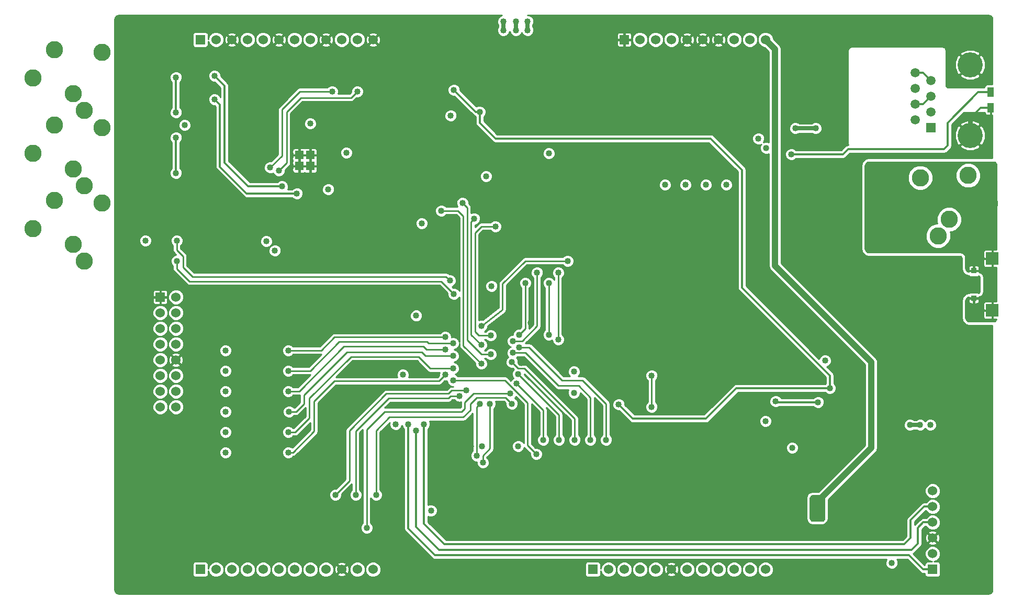
<source format=gbl>
G04 (created by PCBNEW (2013-03-19 BZR 4004)-stable) date 7/29/2015 2:41:24 PM*
%MOIN*%
G04 Gerber Fmt 3.4, Leading zero omitted, Abs format*
%FSLAX34Y34*%
G01*
G70*
G90*
G04 APERTURE LIST*
%ADD10C,0.007*%
%ADD11R,0.035X0.035*%
%ADD12R,0.08X0.08*%
%ADD13C,0.11*%
%ADD14C,0.16*%
%ADD15R,0.0591X0.0591*%
%ADD16C,0.0591*%
%ADD17R,0.055X0.055*%
%ADD18R,0.04X0.06*%
%ADD19C,0.04*%
%ADD20R,0.04X0.05*%
%ADD21R,0.05X0.04*%
%ADD22R,0.06X0.06*%
%ADD23C,0.06*%
%ADD24C,0.025*%
%ADD25C,0.04*%
%ADD26C,0.014*%
%ADD27C,0.01*%
%ADD28C,0.03*%
G04 APERTURE END LIST*
G54D10*
G54D11*
X60670Y-19280D03*
X60670Y-17520D03*
G54D12*
X61850Y-20050D03*
X61850Y-16750D03*
G54D13*
X61660Y-13250D03*
X58400Y-15300D03*
X59100Y-14250D03*
X57260Y-11600D03*
X60310Y-11450D03*
X740Y-5250D03*
X4000Y-7300D03*
X3300Y-6250D03*
X5140Y-3600D03*
X2090Y-3450D03*
X740Y-10050D03*
X4000Y-12100D03*
X3300Y-11050D03*
X5140Y-8400D03*
X2090Y-8250D03*
X740Y-14850D03*
X4000Y-16900D03*
X3300Y-15850D03*
X5140Y-13200D03*
X2090Y-13050D03*
G54D14*
X60430Y-4400D03*
X60430Y-8900D03*
G54D15*
X57930Y-8400D03*
G54D16*
X56930Y-7900D03*
X57930Y-7400D03*
X56930Y-6900D03*
X57930Y-6400D03*
X56930Y-5900D03*
X57930Y-5400D03*
X56930Y-4900D03*
G54D17*
X18400Y-10850D03*
X17700Y-10850D03*
X18400Y-10150D03*
X17700Y-10150D03*
G54D18*
X61750Y-6150D03*
X61750Y-7150D03*
G54D19*
X35250Y-28300D03*
X36250Y-28300D03*
X33250Y-28300D03*
X34250Y-28300D03*
X37250Y-28300D03*
G54D20*
X52050Y-27350D03*
X51550Y-27350D03*
X52550Y-27350D03*
X52050Y-26750D03*
X51550Y-26750D03*
X52550Y-26750D03*
G54D21*
X31450Y-6900D03*
X31450Y-7400D03*
X31450Y-6400D03*
X30850Y-6900D03*
X30850Y-7400D03*
X30850Y-6400D03*
G54D19*
X61450Y-1600D03*
X55350Y-1550D03*
X49800Y-1600D03*
X51300Y-9600D03*
X61500Y-22450D03*
X61500Y-25150D03*
X61450Y-29500D03*
X61450Y-37700D03*
X54750Y-37750D03*
X47300Y-37800D03*
X35350Y-37800D03*
X25250Y-35600D03*
X14650Y-37750D03*
X6450Y-37750D03*
X6350Y-33250D03*
X6400Y-27700D03*
X6450Y-12800D03*
X6400Y-8250D03*
X6450Y-3650D03*
X10750Y-1600D03*
X46450Y-24500D03*
X48100Y-22800D03*
X46250Y-19850D03*
X52250Y-22350D03*
X49800Y-21250D03*
X47200Y-19100D03*
X46450Y-17700D03*
X45250Y-17700D03*
X45350Y-14800D03*
X46450Y-14700D03*
X46450Y-12400D03*
X46250Y-10550D03*
X44500Y-8800D03*
X43400Y-9650D03*
X39650Y-9650D03*
X40600Y-8550D03*
X36600Y-8500D03*
X33250Y-7850D03*
X32150Y-10450D03*
X27200Y-10450D03*
X25550Y-8100D03*
X25500Y-1600D03*
X20100Y-17200D03*
X15300Y-17200D03*
X29600Y-15500D03*
X35700Y-17150D03*
X32850Y-12500D03*
X43400Y-22750D03*
X42200Y-26350D03*
X45900Y-26400D03*
X44150Y-28750D03*
X27400Y-34300D03*
X32050Y-34300D03*
X55750Y-34100D03*
X51950Y-34250D03*
X56350Y-28350D03*
X53400Y-21250D03*
X50900Y-19200D03*
X52750Y-16900D03*
X50000Y-12650D03*
X52950Y-10700D03*
X21100Y-23900D03*
X23250Y-28050D03*
X20350Y-29300D03*
X24400Y-15950D03*
X18600Y-7250D03*
X23950Y-12250D03*
X22400Y-8100D03*
X25500Y-3800D03*
X9300Y-12150D03*
X6350Y-21150D03*
X28150Y-30800D03*
X33650Y-32850D03*
X38050Y-28600D03*
X48100Y-27600D03*
X46250Y-29700D03*
X56350Y-30900D03*
X59550Y-22550D03*
X59600Y-27500D03*
X61450Y-33550D03*
X27450Y-37750D03*
X41950Y-19250D03*
X22100Y-10450D03*
X20150Y-12950D03*
X12250Y-11500D03*
X9100Y-14400D03*
X15250Y-6150D03*
X17950Y-1500D03*
X56000Y-18000D03*
X50750Y-18000D03*
X47350Y-21050D03*
X44100Y-24300D03*
X57950Y-19150D03*
X54400Y-19150D03*
X19700Y-25750D03*
X16100Y-30300D03*
X23150Y-33800D03*
X11200Y-29800D03*
X27550Y-21250D03*
X30400Y-23900D03*
G54D22*
X11400Y-2800D03*
G54D23*
X12400Y-2800D03*
X13400Y-2800D03*
X14400Y-2800D03*
X15400Y-2800D03*
X16400Y-2800D03*
X17400Y-2800D03*
X18400Y-2800D03*
X19400Y-2800D03*
X20400Y-2800D03*
X21400Y-2800D03*
X22400Y-2800D03*
G54D22*
X11400Y-36550D03*
G54D23*
X12400Y-36550D03*
X13400Y-36550D03*
X14400Y-36550D03*
X15400Y-36550D03*
X16400Y-36550D03*
X17400Y-36550D03*
X18400Y-36550D03*
X19400Y-36550D03*
X20400Y-36550D03*
X21400Y-36550D03*
X22400Y-36550D03*
G54D22*
X36400Y-36550D03*
G54D23*
X37400Y-36550D03*
X38400Y-36550D03*
X39400Y-36550D03*
X40400Y-36550D03*
X41400Y-36550D03*
X42400Y-36550D03*
X43400Y-36550D03*
X44400Y-36550D03*
X45400Y-36550D03*
X46400Y-36550D03*
X47400Y-36550D03*
G54D22*
X58050Y-36550D03*
G54D23*
X58050Y-35550D03*
X58050Y-34550D03*
X58050Y-33550D03*
X58050Y-32550D03*
X58050Y-31550D03*
G54D22*
X38400Y-2800D03*
G54D23*
X39400Y-2800D03*
X40400Y-2800D03*
X41400Y-2800D03*
X42400Y-2800D03*
X43400Y-2800D03*
X44400Y-2800D03*
X45400Y-2800D03*
X46400Y-2800D03*
X47400Y-2800D03*
X9850Y-19200D03*
G54D22*
X8850Y-19200D03*
G54D23*
X9850Y-20200D03*
X8850Y-20200D03*
X9850Y-21200D03*
X8850Y-21200D03*
X9850Y-22200D03*
X8850Y-22200D03*
X9850Y-23200D03*
X8850Y-23200D03*
X9850Y-24200D03*
X8850Y-24200D03*
X9850Y-25200D03*
X8850Y-25200D03*
X9850Y-26200D03*
X8850Y-26200D03*
G54D19*
X47450Y-9700D03*
X46950Y-9100D03*
X41000Y-12050D03*
X42300Y-12050D03*
X43600Y-12050D03*
X44900Y-12050D03*
X33600Y-10050D03*
X25500Y-14500D03*
X29600Y-11500D03*
X29950Y-18500D03*
X35200Y-23950D03*
X35200Y-25300D03*
X47400Y-27100D03*
X30700Y-1650D03*
X30700Y-2200D03*
X31500Y-2200D03*
X31500Y-1650D03*
X32250Y-1650D03*
X32250Y-2200D03*
X27350Y-7650D03*
X10400Y-8250D03*
X7900Y-15600D03*
X18400Y-8150D03*
X16150Y-16250D03*
X15600Y-15650D03*
X19550Y-12350D03*
X20700Y-10000D03*
X31650Y-28700D03*
X29350Y-28700D03*
X55450Y-36150D03*
X24300Y-24150D03*
X26100Y-32800D03*
X23850Y-27300D03*
X25150Y-20390D03*
X13000Y-29100D03*
X13000Y-27800D03*
X13000Y-26500D03*
X13000Y-25200D03*
X13000Y-23900D03*
X13000Y-22600D03*
X50950Y-32000D03*
X50950Y-33300D03*
X50400Y-32650D03*
X24650Y-27300D03*
X25650Y-27300D03*
X25150Y-27700D03*
X34200Y-21900D03*
X34200Y-17650D03*
X31300Y-22000D03*
X32850Y-17650D03*
X33600Y-21600D03*
X33600Y-18300D03*
X28350Y-25150D03*
X20000Y-31800D03*
X21300Y-31800D03*
X27900Y-25500D03*
X29000Y-29300D03*
X29200Y-26000D03*
X29400Y-29750D03*
X29850Y-26000D03*
X29300Y-21050D03*
X34800Y-16900D03*
X17000Y-29100D03*
X27000Y-24150D03*
X27000Y-21750D03*
X17000Y-22600D03*
X27500Y-23750D03*
X17000Y-27800D03*
X51800Y-3650D03*
X52400Y-4150D03*
X47450Y-7150D03*
X46950Y-7800D03*
X46950Y-6450D03*
X37250Y-15600D03*
X37250Y-13100D03*
X37250Y-14350D03*
X38700Y-17150D03*
X38100Y-16400D03*
X39900Y-13400D03*
X38600Y-14950D03*
X44900Y-11300D03*
X43600Y-11300D03*
X42300Y-11300D03*
X41000Y-11300D03*
X42800Y-13950D03*
X43500Y-13950D03*
X42400Y-12600D03*
X46850Y-16050D03*
X43650Y-15400D03*
X43500Y-16650D03*
X41350Y-15400D03*
X41350Y-16650D03*
X39100Y-22300D03*
X38950Y-19800D03*
X37150Y-19800D03*
X32450Y-20850D03*
X35200Y-20150D03*
X34900Y-10050D03*
X46000Y-5500D03*
X46000Y-7050D03*
X46700Y-4900D03*
X26800Y-14700D03*
X27400Y-15100D03*
X28300Y-12100D03*
X28800Y-11500D03*
X31250Y-16950D03*
X31250Y-18500D03*
X42250Y-5450D03*
X40950Y-5450D03*
X39650Y-5450D03*
X38350Y-5450D03*
X35700Y-22250D03*
X31850Y-23400D03*
X35200Y-23250D03*
X39100Y-23600D03*
X35200Y-26000D03*
X56500Y-21050D03*
X53350Y-28200D03*
X53350Y-27350D03*
X53350Y-26750D03*
X50750Y-27350D03*
X50750Y-26750D03*
X49100Y-30100D03*
X30850Y-8200D03*
X31450Y-8200D03*
X32250Y-4600D03*
X31450Y-4600D03*
X30700Y-4600D03*
X32300Y-5600D03*
X31450Y-5600D03*
X30850Y-5600D03*
X25750Y-6000D03*
X55900Y-20300D03*
X57100Y-17400D03*
X56550Y-16800D03*
X58900Y-17500D03*
X49000Y-14400D03*
X49000Y-15700D03*
X53200Y-14400D03*
X53200Y-13100D03*
X8300Y-8250D03*
X14450Y-7950D03*
X15850Y-8550D03*
X7400Y-3100D03*
X7900Y-2500D03*
X11800Y-15600D03*
X11800Y-16900D03*
X6100Y-15600D03*
X13300Y-12950D03*
X14600Y-11600D03*
X15100Y-14200D03*
X16200Y-13350D03*
X18150Y-14950D03*
X18150Y-13450D03*
X20700Y-9300D03*
X30950Y-28700D03*
X28650Y-28700D03*
X24050Y-29200D03*
X26100Y-32100D03*
X26100Y-30600D03*
X24300Y-23450D03*
X26600Y-29200D03*
X26100Y-28600D03*
X27350Y-26050D03*
X27850Y-26050D03*
X23850Y-21000D03*
X24350Y-20390D03*
X15200Y-22600D03*
X15200Y-23900D03*
X15200Y-25200D03*
X15200Y-26500D03*
X15200Y-27800D03*
X15200Y-29100D03*
X48500Y-33900D03*
X47200Y-33900D03*
X45900Y-33900D03*
X44600Y-33900D03*
X43300Y-33900D03*
X42000Y-33900D03*
X40700Y-33900D03*
X39400Y-33900D03*
X38100Y-33900D03*
X36800Y-33900D03*
X35500Y-33900D03*
X20700Y-33900D03*
X19400Y-33900D03*
X18100Y-33900D03*
X16800Y-33900D03*
X15500Y-33900D03*
X14200Y-33900D03*
X12900Y-33900D03*
X11600Y-33900D03*
X10300Y-33900D03*
X27300Y-18150D03*
X9900Y-15600D03*
X27550Y-19000D03*
X9900Y-16900D03*
X26750Y-13700D03*
X29300Y-23450D03*
X30200Y-14700D03*
X29900Y-21650D03*
X31250Y-23350D03*
X31300Y-22750D03*
X31650Y-24100D03*
X31550Y-24700D03*
X31700Y-22400D03*
X12300Y-5100D03*
X16600Y-12150D03*
X12300Y-6600D03*
X17550Y-12600D03*
X9850Y-11300D03*
X9850Y-9050D03*
X9850Y-5200D03*
X9850Y-7450D03*
X21400Y-6100D03*
X16400Y-11150D03*
X19800Y-6100D03*
X15850Y-10950D03*
X49050Y-10100D03*
X38050Y-26050D03*
X51500Y-25000D03*
X27550Y-6000D03*
X29200Y-7400D03*
X49300Y-8450D03*
X50600Y-8450D03*
X55100Y-15100D03*
X54000Y-13100D03*
X54000Y-14400D03*
X54500Y-15700D03*
X31700Y-21600D03*
X32100Y-18300D03*
X29300Y-22250D03*
X28850Y-14200D03*
X22000Y-33900D03*
X31150Y-25350D03*
X22600Y-31800D03*
X31250Y-26000D03*
X29900Y-22850D03*
X28100Y-13200D03*
X27500Y-22150D03*
X17000Y-23900D03*
X27500Y-22950D03*
X17050Y-26500D03*
X27000Y-22550D03*
X17000Y-25200D03*
X49100Y-28800D03*
X51200Y-23250D03*
X57900Y-27350D03*
X57250Y-27350D03*
X56600Y-27350D03*
X50750Y-25900D03*
X48050Y-25850D03*
X40150Y-24200D03*
X40150Y-26200D03*
X27500Y-24500D03*
X32800Y-29200D03*
G54D24*
X30700Y-2200D02*
X30700Y-1650D01*
X31500Y-1650D02*
X31500Y-2200D01*
X32250Y-2200D02*
X32250Y-1650D01*
G54D25*
X48000Y-17200D02*
X48000Y-3400D01*
X54150Y-28800D02*
X54150Y-23350D01*
X54150Y-23350D02*
X48000Y-17200D01*
X50950Y-32000D02*
X54150Y-28800D01*
X48000Y-3400D02*
X47400Y-2800D01*
X47400Y-2800D02*
X47400Y-2850D01*
G54D26*
X58050Y-36550D02*
X57450Y-36550D01*
X57450Y-36550D02*
X56550Y-35650D01*
X24650Y-27300D02*
X24650Y-27300D01*
X24650Y-27300D02*
X24650Y-33950D01*
X24650Y-33950D02*
X26350Y-35650D01*
X26350Y-35650D02*
X56550Y-35650D01*
X57500Y-32550D02*
X58050Y-32550D01*
X56650Y-33400D02*
X57500Y-32550D01*
X56650Y-34550D02*
X56650Y-33400D01*
X56250Y-34950D02*
X56650Y-34550D01*
X26950Y-34950D02*
X56250Y-34950D01*
X25650Y-33650D02*
X26950Y-34950D01*
X25650Y-27300D02*
X25650Y-33650D01*
X58050Y-33550D02*
X57450Y-33550D01*
X57100Y-33900D02*
X57450Y-33550D01*
X57100Y-34900D02*
X57100Y-33900D01*
X56700Y-35300D02*
X57100Y-34900D01*
X26600Y-35300D02*
X56700Y-35300D01*
X25150Y-33850D02*
X26600Y-35300D01*
X25150Y-27700D02*
X25150Y-33850D01*
G54D27*
X25150Y-27700D02*
X25150Y-27700D01*
X34200Y-17650D02*
X34200Y-21900D01*
X32850Y-21050D02*
X32850Y-17650D01*
X32850Y-21050D02*
X31900Y-22000D01*
X31900Y-22000D02*
X31300Y-22000D01*
X33600Y-18300D02*
X33600Y-21600D01*
X20000Y-31800D02*
X20900Y-30900D01*
X28350Y-25150D02*
X27400Y-25150D01*
X27400Y-25150D02*
X27200Y-25350D01*
X27200Y-25350D02*
X23250Y-25350D01*
X23250Y-25350D02*
X20900Y-27700D01*
X20900Y-30900D02*
X20900Y-27700D01*
X21300Y-27750D02*
X21300Y-31800D01*
X23400Y-25650D02*
X21300Y-27750D01*
X27200Y-25650D02*
X23400Y-25650D01*
X27350Y-25500D02*
X27200Y-25650D01*
X27900Y-25500D02*
X27350Y-25500D01*
X29000Y-26200D02*
X29000Y-29300D01*
X29200Y-26000D02*
X29000Y-26200D01*
X29400Y-29300D02*
X29400Y-29750D01*
X29850Y-28850D02*
X29400Y-29300D01*
X29850Y-26000D02*
X29850Y-28850D01*
X30650Y-18350D02*
X32100Y-16900D01*
X29300Y-21050D02*
X30650Y-20000D01*
X30650Y-20000D02*
X30650Y-18350D01*
X34800Y-16900D02*
X34800Y-16900D01*
X32100Y-16900D02*
X34800Y-16900D01*
X17300Y-29100D02*
X17000Y-29100D01*
X18650Y-27750D02*
X17300Y-29100D01*
X18650Y-25850D02*
X18650Y-27750D01*
X19950Y-24550D02*
X18650Y-25850D01*
X26600Y-24550D02*
X19950Y-24550D01*
X27000Y-24150D02*
X26600Y-24550D01*
X19950Y-21750D02*
X27000Y-21750D01*
X19100Y-22600D02*
X19950Y-21750D01*
X17000Y-22600D02*
X19100Y-22600D01*
X26050Y-23750D02*
X27500Y-23750D01*
X25300Y-23000D02*
X26050Y-23750D01*
X21000Y-23000D02*
X25300Y-23000D01*
X18350Y-25650D02*
X21000Y-23000D01*
X18350Y-26900D02*
X18350Y-25650D01*
X17450Y-27800D02*
X18350Y-26900D01*
X17000Y-27800D02*
X17450Y-27800D01*
G54D26*
X31450Y-4600D02*
X32250Y-4600D01*
X61750Y-7150D02*
X61100Y-7150D01*
G54D28*
X60430Y-7820D02*
X60430Y-8900D01*
G54D26*
X61100Y-7150D02*
X60430Y-7820D01*
G54D27*
X10900Y-17900D02*
X10300Y-17300D01*
X27300Y-18150D02*
X27050Y-17900D01*
X27050Y-17900D02*
X10900Y-17900D01*
X9900Y-16200D02*
X9900Y-15600D01*
X10300Y-16600D02*
X9900Y-16200D01*
X10300Y-17300D02*
X10300Y-16600D01*
X10700Y-18200D02*
X9900Y-17400D01*
X27550Y-19000D02*
X26750Y-18200D01*
X26750Y-18200D02*
X10700Y-18200D01*
X9900Y-17400D02*
X9900Y-16900D01*
X28150Y-14500D02*
X28150Y-14050D01*
X29300Y-23450D02*
X28150Y-22300D01*
X28150Y-22300D02*
X28150Y-14500D01*
X27800Y-13700D02*
X26750Y-13700D01*
X28150Y-14050D02*
X27800Y-13700D01*
X28900Y-15450D02*
X28900Y-15100D01*
X29900Y-21650D02*
X29150Y-21650D01*
X29150Y-21650D02*
X28900Y-21400D01*
X28900Y-21400D02*
X28900Y-15450D01*
X29300Y-14700D02*
X30200Y-14700D01*
X28900Y-15100D02*
X29300Y-14700D01*
X35250Y-26950D02*
X35250Y-28300D01*
X32050Y-23750D02*
X35250Y-26950D01*
X31650Y-23750D02*
X32050Y-23750D01*
X31250Y-23350D02*
X31650Y-23750D01*
X36250Y-25600D02*
X36250Y-28300D01*
X35500Y-24850D02*
X36250Y-25600D01*
X34200Y-24850D02*
X35500Y-24850D01*
X32100Y-22750D02*
X34200Y-24850D01*
X31300Y-22750D02*
X32100Y-22750D01*
X34250Y-26700D02*
X34250Y-28300D01*
X31650Y-24100D02*
X34250Y-26700D01*
X33250Y-26400D02*
X33250Y-28300D01*
X31550Y-24700D02*
X33250Y-26400D01*
X37250Y-26000D02*
X37250Y-28300D01*
X35750Y-24500D02*
X37250Y-26000D01*
X34450Y-24500D02*
X35750Y-24500D01*
X32350Y-22400D02*
X34450Y-24500D01*
X31700Y-22400D02*
X32350Y-22400D01*
G54D26*
X12950Y-5750D02*
X12300Y-5100D01*
X12950Y-10650D02*
X12950Y-5750D01*
X14450Y-12150D02*
X12950Y-10650D01*
X16600Y-12150D02*
X14450Y-12150D01*
X12650Y-6950D02*
X12300Y-6600D01*
X12650Y-10900D02*
X12650Y-6950D01*
X14350Y-12600D02*
X12650Y-10900D01*
X17550Y-12600D02*
X14350Y-12600D01*
X9850Y-9050D02*
X9850Y-11300D01*
X9850Y-7450D02*
X9850Y-5200D01*
G54D27*
X21000Y-6500D02*
X21400Y-6100D01*
X17800Y-6500D02*
X21000Y-6500D01*
X16900Y-7400D02*
X17800Y-6500D01*
X16900Y-10650D02*
X16900Y-7400D01*
X16400Y-11150D02*
X16900Y-10650D01*
X17750Y-6100D02*
X19800Y-6100D01*
X16600Y-7250D02*
X17750Y-6100D01*
X16600Y-10200D02*
X16600Y-7250D01*
X15850Y-10950D02*
X16600Y-10200D01*
G54D26*
X49050Y-10100D02*
X52350Y-10100D01*
X58775Y-9775D02*
X59000Y-9550D01*
X59000Y-9550D02*
X59000Y-8100D01*
X59000Y-8100D02*
X60950Y-6150D01*
X61750Y-6150D02*
X60950Y-6150D01*
X52675Y-9775D02*
X58775Y-9775D01*
X52350Y-10100D02*
X52675Y-9775D01*
X56930Y-6900D02*
X57430Y-6900D01*
X57430Y-6900D02*
X57930Y-6400D01*
X56930Y-4900D02*
X57430Y-4900D01*
X57430Y-4900D02*
X57930Y-5400D01*
X51500Y-25000D02*
X51500Y-24200D01*
X29200Y-8100D02*
X29200Y-7400D01*
X30200Y-9100D02*
X29200Y-8100D01*
X43900Y-9100D02*
X30200Y-9100D01*
X45900Y-11100D02*
X43900Y-9100D01*
X45900Y-18600D02*
X45900Y-11100D01*
X51500Y-24200D02*
X45900Y-18600D01*
X38050Y-26050D02*
X38950Y-26950D01*
X38950Y-26950D02*
X43600Y-26950D01*
X43600Y-26950D02*
X45550Y-25000D01*
X45550Y-25000D02*
X51500Y-25000D01*
X28950Y-7400D02*
X29200Y-7400D01*
X27550Y-6000D02*
X28950Y-7400D01*
G54D24*
X50600Y-8450D02*
X49300Y-8450D01*
G54D27*
X32100Y-21200D02*
X32100Y-18300D01*
X32100Y-21200D02*
X31700Y-21600D01*
X28650Y-21600D02*
X28650Y-14400D01*
X29300Y-22250D02*
X28650Y-21600D01*
X28650Y-14400D02*
X28850Y-14200D01*
X22000Y-27650D02*
X22000Y-33900D01*
X23150Y-26500D02*
X22000Y-27650D01*
X28050Y-26500D02*
X23150Y-26500D01*
X28250Y-26300D02*
X28050Y-26500D01*
X28250Y-25900D02*
X28250Y-26300D01*
X28800Y-25350D02*
X28250Y-25900D01*
X31150Y-25350D02*
X28800Y-25350D01*
X31250Y-26000D02*
X30850Y-25600D01*
X30850Y-25600D02*
X29000Y-25600D01*
X29000Y-25600D02*
X28600Y-26000D01*
X28600Y-26000D02*
X28600Y-26400D01*
X28600Y-26400D02*
X28150Y-26850D01*
X28150Y-26850D02*
X23450Y-26850D01*
X23450Y-26850D02*
X22600Y-27700D01*
X22600Y-27700D02*
X22600Y-31800D01*
X28400Y-21950D02*
X28400Y-13500D01*
X29300Y-22850D02*
X28400Y-21950D01*
X29900Y-22850D02*
X29300Y-22850D01*
X28400Y-13500D02*
X28100Y-13200D01*
X25950Y-22150D02*
X27500Y-22150D01*
X25850Y-22050D02*
X25950Y-22150D01*
X20250Y-22050D02*
X25850Y-22050D01*
X18400Y-23900D02*
X20250Y-22050D01*
X17000Y-23900D02*
X18400Y-23900D01*
X25750Y-22950D02*
X27500Y-22950D01*
X25500Y-22700D02*
X25750Y-22950D01*
X20750Y-22700D02*
X25500Y-22700D01*
X18000Y-25450D02*
X20750Y-22700D01*
X18000Y-26000D02*
X18000Y-25450D01*
X17500Y-26500D02*
X18000Y-26000D01*
X17050Y-26500D02*
X17500Y-26500D01*
X25800Y-22550D02*
X27000Y-22550D01*
X25600Y-22350D02*
X25800Y-22550D01*
X20550Y-22350D02*
X25600Y-22350D01*
X17700Y-25200D02*
X20550Y-22350D01*
X17000Y-25200D02*
X17700Y-25200D01*
G54D24*
X56600Y-27350D02*
X57250Y-27350D01*
G54D26*
X48100Y-25900D02*
X50750Y-25900D01*
X48050Y-25850D02*
X48100Y-25900D01*
G54D27*
X40150Y-26200D02*
X40150Y-24200D01*
X27500Y-24500D02*
X30800Y-24500D01*
X32250Y-28650D02*
X32800Y-29200D01*
X32250Y-25950D02*
X32250Y-28650D01*
X30800Y-24500D02*
X32250Y-25950D01*
G54D10*
G36*
X51150Y-33295D02*
X51137Y-33357D01*
X51105Y-33405D01*
X51057Y-33437D01*
X50995Y-33450D01*
X50404Y-33450D01*
X50342Y-33437D01*
X50294Y-33405D01*
X50262Y-33357D01*
X50250Y-33295D01*
X50250Y-32004D01*
X50262Y-31942D01*
X50294Y-31894D01*
X50342Y-31862D01*
X50404Y-31850D01*
X50995Y-31850D01*
X51057Y-31862D01*
X51105Y-31894D01*
X51137Y-31942D01*
X51150Y-32004D01*
X51150Y-33295D01*
X51150Y-33295D01*
G37*
G54D27*
X51150Y-33295D02*
X51137Y-33357D01*
X51105Y-33405D01*
X51057Y-33437D01*
X50995Y-33450D01*
X50404Y-33450D01*
X50342Y-33437D01*
X50294Y-33405D01*
X50262Y-33357D01*
X50250Y-33295D01*
X50250Y-32004D01*
X50262Y-31942D01*
X50294Y-31894D01*
X50342Y-31862D01*
X50404Y-31850D01*
X50995Y-31850D01*
X51057Y-31862D01*
X51105Y-31894D01*
X51137Y-31942D01*
X51150Y-32004D01*
X51150Y-33295D01*
G54D10*
G36*
X26629Y-24000D02*
X26600Y-24070D01*
X26599Y-24196D01*
X26496Y-24300D01*
X24670Y-24300D01*
X24699Y-24229D01*
X24700Y-24070D01*
X24639Y-23923D01*
X24526Y-23811D01*
X24379Y-23750D01*
X24220Y-23749D01*
X24073Y-23810D01*
X23961Y-23923D01*
X23900Y-24070D01*
X23899Y-24229D01*
X23929Y-24300D01*
X20053Y-24300D01*
X21103Y-23250D01*
X25196Y-23250D01*
X25873Y-23926D01*
X25873Y-23926D01*
X25954Y-23980D01*
X25954Y-23980D01*
X26030Y-23996D01*
X26049Y-24000D01*
X26049Y-23999D01*
X26050Y-24000D01*
X26629Y-24000D01*
X26629Y-24000D01*
G37*
G54D27*
X26629Y-24000D02*
X26600Y-24070D01*
X26599Y-24196D01*
X26496Y-24300D01*
X24670Y-24300D01*
X24699Y-24229D01*
X24700Y-24070D01*
X24639Y-23923D01*
X24526Y-23811D01*
X24379Y-23750D01*
X24220Y-23749D01*
X24073Y-23810D01*
X23961Y-23923D01*
X23900Y-24070D01*
X23899Y-24229D01*
X23929Y-24300D01*
X20053Y-24300D01*
X21103Y-23250D01*
X25196Y-23250D01*
X25873Y-23926D01*
X25873Y-23926D01*
X25954Y-23980D01*
X25954Y-23980D01*
X26030Y-23996D01*
X26049Y-24000D01*
X26049Y-23999D01*
X26050Y-24000D01*
X26629Y-24000D01*
G54D10*
G36*
X28001Y-25890D02*
X28000Y-25900D01*
X28000Y-26196D01*
X27946Y-26250D01*
X23153Y-26250D01*
X23503Y-25900D01*
X27200Y-25900D01*
X27295Y-25880D01*
X27376Y-25826D01*
X27453Y-25750D01*
X27584Y-25750D01*
X27673Y-25838D01*
X27820Y-25899D01*
X27979Y-25900D01*
X28001Y-25890D01*
X28001Y-25890D01*
G37*
G54D27*
X28001Y-25890D02*
X28000Y-25900D01*
X28000Y-26196D01*
X27946Y-26250D01*
X23153Y-26250D01*
X23503Y-25900D01*
X27200Y-25900D01*
X27295Y-25880D01*
X27376Y-25826D01*
X27453Y-25750D01*
X27584Y-25750D01*
X27673Y-25838D01*
X27820Y-25899D01*
X27979Y-25900D01*
X28001Y-25890D01*
G54D10*
G36*
X61850Y-37845D02*
X61830Y-37945D01*
X61776Y-38026D01*
X61695Y-38080D01*
X61595Y-38100D01*
X58550Y-38100D01*
X58550Y-35450D01*
X58521Y-35380D01*
X58521Y-34637D01*
X58518Y-34450D01*
X58451Y-34288D01*
X58375Y-34259D01*
X58340Y-34294D01*
X58340Y-34224D01*
X58311Y-34148D01*
X58137Y-34078D01*
X57950Y-34081D01*
X57788Y-34148D01*
X57759Y-34224D01*
X58050Y-34514D01*
X58340Y-34224D01*
X58340Y-34294D01*
X58085Y-34550D01*
X58375Y-34840D01*
X58451Y-34811D01*
X58521Y-34637D01*
X58521Y-35380D01*
X58474Y-35267D01*
X58340Y-35133D01*
X58340Y-34875D01*
X58050Y-34585D01*
X58014Y-34620D01*
X58014Y-34550D01*
X57724Y-34259D01*
X57648Y-34288D01*
X57578Y-34462D01*
X57581Y-34649D01*
X57648Y-34811D01*
X57724Y-34840D01*
X58014Y-34550D01*
X58014Y-34620D01*
X57759Y-34875D01*
X57788Y-34951D01*
X57962Y-35021D01*
X58149Y-35018D01*
X58311Y-34951D01*
X58340Y-34875D01*
X58340Y-35133D01*
X58333Y-35126D01*
X58149Y-35050D01*
X57950Y-35049D01*
X57767Y-35125D01*
X57626Y-35266D01*
X57550Y-35450D01*
X57549Y-35649D01*
X57625Y-35832D01*
X57766Y-35973D01*
X57950Y-36049D01*
X58010Y-36049D01*
X57710Y-36049D01*
X57636Y-36080D01*
X57580Y-36136D01*
X57550Y-36210D01*
X57549Y-36268D01*
X56820Y-35538D01*
X56890Y-35490D01*
X57290Y-35090D01*
X57290Y-35090D01*
X57290Y-35090D01*
X57349Y-35003D01*
X57349Y-35003D01*
X57365Y-34920D01*
X57370Y-34900D01*
X57369Y-34900D01*
X57370Y-34900D01*
X57370Y-34011D01*
X57561Y-33820D01*
X57620Y-33820D01*
X57625Y-33832D01*
X57766Y-33973D01*
X57950Y-34049D01*
X58149Y-34050D01*
X58332Y-33974D01*
X58473Y-33833D01*
X58549Y-33649D01*
X58550Y-33450D01*
X58474Y-33267D01*
X58333Y-33126D01*
X58149Y-33050D01*
X57950Y-33049D01*
X57767Y-33125D01*
X57626Y-33266D01*
X57620Y-33280D01*
X57450Y-33280D01*
X57449Y-33280D01*
X57429Y-33284D01*
X57346Y-33300D01*
X57259Y-33359D01*
X57259Y-33359D01*
X56920Y-33698D01*
X56920Y-33511D01*
X57611Y-32820D01*
X57620Y-32820D01*
X57625Y-32832D01*
X57766Y-32973D01*
X57950Y-33049D01*
X58149Y-33050D01*
X58332Y-32974D01*
X58473Y-32833D01*
X58549Y-32649D01*
X58550Y-32450D01*
X58550Y-31450D01*
X58474Y-31267D01*
X58333Y-31126D01*
X58300Y-31112D01*
X58300Y-27270D01*
X58239Y-27123D01*
X58126Y-27011D01*
X57979Y-26950D01*
X57820Y-26949D01*
X57673Y-27010D01*
X57574Y-27109D01*
X57476Y-27011D01*
X57329Y-26950D01*
X57170Y-26949D01*
X57023Y-27010D01*
X57009Y-27025D01*
X56840Y-27025D01*
X56826Y-27011D01*
X56679Y-26950D01*
X56520Y-26949D01*
X56373Y-27010D01*
X56261Y-27123D01*
X56200Y-27270D01*
X56199Y-27429D01*
X56260Y-27576D01*
X56373Y-27688D01*
X56520Y-27749D01*
X56679Y-27750D01*
X56826Y-27689D01*
X56840Y-27675D01*
X57009Y-27675D01*
X57023Y-27688D01*
X57170Y-27749D01*
X57329Y-27750D01*
X57476Y-27689D01*
X57575Y-27590D01*
X57673Y-27688D01*
X57820Y-27749D01*
X57979Y-27750D01*
X58126Y-27689D01*
X58238Y-27576D01*
X58299Y-27429D01*
X58300Y-27270D01*
X58300Y-31112D01*
X58149Y-31050D01*
X57950Y-31049D01*
X57767Y-31125D01*
X57626Y-31266D01*
X57550Y-31450D01*
X57549Y-31649D01*
X57625Y-31832D01*
X57766Y-31973D01*
X57950Y-32049D01*
X58149Y-32050D01*
X58332Y-31974D01*
X58473Y-31833D01*
X58549Y-31649D01*
X58550Y-31450D01*
X58550Y-32450D01*
X58474Y-32267D01*
X58333Y-32126D01*
X58149Y-32050D01*
X57950Y-32049D01*
X57767Y-32125D01*
X57626Y-32266D01*
X57620Y-32280D01*
X57500Y-32280D01*
X57396Y-32300D01*
X57309Y-32359D01*
X56459Y-33209D01*
X56400Y-33296D01*
X56380Y-33400D01*
X56380Y-34438D01*
X56138Y-34680D01*
X54550Y-34680D01*
X54550Y-28800D01*
X54550Y-23350D01*
X54524Y-23222D01*
X54519Y-23196D01*
X54519Y-23196D01*
X54432Y-23067D01*
X54432Y-23067D01*
X48400Y-17034D01*
X48400Y-3400D01*
X48369Y-3246D01*
X48369Y-3246D01*
X48340Y-3203D01*
X48282Y-3117D01*
X48282Y-3117D01*
X47900Y-2734D01*
X47900Y-2700D01*
X47824Y-2517D01*
X47683Y-2376D01*
X47499Y-2300D01*
X47300Y-2299D01*
X47117Y-2375D01*
X46976Y-2516D01*
X46900Y-2700D01*
X46900Y-2701D01*
X46900Y-2700D01*
X46824Y-2517D01*
X46683Y-2376D01*
X46499Y-2300D01*
X46300Y-2299D01*
X46117Y-2375D01*
X45976Y-2516D01*
X45900Y-2700D01*
X45900Y-2701D01*
X45900Y-2700D01*
X45824Y-2517D01*
X45683Y-2376D01*
X45499Y-2300D01*
X45300Y-2299D01*
X45117Y-2375D01*
X44976Y-2516D01*
X44900Y-2700D01*
X44899Y-2899D01*
X44975Y-3082D01*
X45116Y-3223D01*
X45300Y-3299D01*
X45499Y-3300D01*
X45682Y-3224D01*
X45823Y-3083D01*
X45899Y-2899D01*
X45900Y-2700D01*
X45900Y-2701D01*
X45899Y-2899D01*
X45975Y-3082D01*
X46116Y-3223D01*
X46300Y-3299D01*
X46499Y-3300D01*
X46682Y-3224D01*
X46823Y-3083D01*
X46899Y-2899D01*
X46900Y-2700D01*
X46900Y-2701D01*
X46899Y-2899D01*
X46975Y-3082D01*
X47116Y-3223D01*
X47300Y-3299D01*
X47334Y-3299D01*
X47600Y-3565D01*
X47600Y-9329D01*
X47529Y-9300D01*
X47370Y-9299D01*
X47277Y-9338D01*
X47288Y-9326D01*
X47349Y-9179D01*
X47350Y-9020D01*
X47289Y-8873D01*
X47176Y-8761D01*
X47029Y-8700D01*
X46870Y-8699D01*
X46723Y-8760D01*
X46611Y-8873D01*
X46550Y-9020D01*
X46549Y-9179D01*
X46610Y-9326D01*
X46723Y-9438D01*
X46870Y-9499D01*
X47029Y-9500D01*
X47122Y-9461D01*
X47111Y-9473D01*
X47050Y-9620D01*
X47049Y-9779D01*
X47110Y-9926D01*
X47223Y-10038D01*
X47370Y-10099D01*
X47529Y-10100D01*
X47600Y-10070D01*
X47600Y-17200D01*
X47625Y-17327D01*
X47630Y-17353D01*
X47717Y-17482D01*
X53750Y-23515D01*
X53750Y-28634D01*
X51900Y-30484D01*
X51900Y-24920D01*
X51839Y-24773D01*
X51770Y-24704D01*
X51770Y-24200D01*
X51769Y-24199D01*
X51770Y-24199D01*
X51765Y-24179D01*
X51749Y-24096D01*
X51749Y-24096D01*
X51690Y-24009D01*
X51690Y-24009D01*
X51316Y-23634D01*
X51426Y-23589D01*
X51538Y-23476D01*
X51599Y-23329D01*
X51600Y-23170D01*
X51539Y-23023D01*
X51426Y-22911D01*
X51279Y-22850D01*
X51120Y-22849D01*
X50973Y-22910D01*
X50861Y-23023D01*
X50815Y-23133D01*
X46170Y-18488D01*
X46170Y-11100D01*
X46169Y-11099D01*
X46170Y-11099D01*
X46165Y-11079D01*
X46149Y-10996D01*
X46149Y-10996D01*
X46090Y-10909D01*
X46090Y-10909D01*
X44871Y-9689D01*
X44871Y-2887D01*
X44868Y-2700D01*
X44801Y-2538D01*
X44725Y-2509D01*
X44690Y-2544D01*
X44690Y-2474D01*
X44661Y-2398D01*
X44487Y-2328D01*
X44300Y-2331D01*
X44138Y-2398D01*
X44109Y-2474D01*
X44400Y-2764D01*
X44690Y-2474D01*
X44690Y-2544D01*
X44435Y-2800D01*
X44725Y-3090D01*
X44801Y-3061D01*
X44871Y-2887D01*
X44871Y-9689D01*
X44690Y-9508D01*
X44690Y-3125D01*
X44400Y-2835D01*
X44364Y-2870D01*
X44364Y-2800D01*
X44074Y-2509D01*
X43998Y-2538D01*
X43928Y-2712D01*
X43931Y-2899D01*
X43998Y-3061D01*
X44074Y-3090D01*
X44364Y-2800D01*
X44364Y-2870D01*
X44109Y-3125D01*
X44138Y-3201D01*
X44312Y-3271D01*
X44499Y-3268D01*
X44661Y-3201D01*
X44690Y-3125D01*
X44690Y-9508D01*
X44090Y-8909D01*
X44003Y-8850D01*
X43900Y-8830D01*
X43871Y-8830D01*
X43871Y-2887D01*
X43868Y-2700D01*
X43801Y-2538D01*
X43725Y-2509D01*
X43690Y-2544D01*
X43690Y-2474D01*
X43661Y-2398D01*
X43487Y-2328D01*
X43300Y-2331D01*
X43138Y-2398D01*
X43109Y-2474D01*
X43400Y-2764D01*
X43690Y-2474D01*
X43690Y-2544D01*
X43435Y-2800D01*
X43725Y-3090D01*
X43801Y-3061D01*
X43871Y-2887D01*
X43871Y-8830D01*
X43690Y-8830D01*
X43690Y-3125D01*
X43400Y-2835D01*
X43364Y-2870D01*
X43364Y-2800D01*
X43074Y-2509D01*
X42998Y-2538D01*
X42928Y-2712D01*
X42931Y-2899D01*
X42998Y-3061D01*
X43074Y-3090D01*
X43364Y-2800D01*
X43364Y-2870D01*
X43109Y-3125D01*
X43138Y-3201D01*
X43312Y-3271D01*
X43499Y-3268D01*
X43661Y-3201D01*
X43690Y-3125D01*
X43690Y-8830D01*
X42871Y-8830D01*
X42871Y-2887D01*
X42868Y-2700D01*
X42801Y-2538D01*
X42725Y-2509D01*
X42690Y-2544D01*
X42690Y-2474D01*
X42661Y-2398D01*
X42487Y-2328D01*
X42300Y-2331D01*
X42138Y-2398D01*
X42109Y-2474D01*
X42400Y-2764D01*
X42690Y-2474D01*
X42690Y-2544D01*
X42435Y-2800D01*
X42725Y-3090D01*
X42801Y-3061D01*
X42871Y-2887D01*
X42871Y-8830D01*
X42690Y-8830D01*
X42690Y-3125D01*
X42400Y-2835D01*
X42364Y-2870D01*
X42364Y-2800D01*
X42074Y-2509D01*
X41998Y-2538D01*
X41928Y-2712D01*
X41931Y-2899D01*
X41998Y-3061D01*
X42074Y-3090D01*
X42364Y-2800D01*
X42364Y-2870D01*
X42109Y-3125D01*
X42138Y-3201D01*
X42312Y-3271D01*
X42499Y-3268D01*
X42661Y-3201D01*
X42690Y-3125D01*
X42690Y-8830D01*
X41900Y-8830D01*
X41900Y-2700D01*
X41824Y-2517D01*
X41683Y-2376D01*
X41499Y-2300D01*
X41300Y-2299D01*
X41117Y-2375D01*
X40976Y-2516D01*
X40900Y-2700D01*
X40900Y-2701D01*
X40900Y-2700D01*
X40824Y-2517D01*
X40683Y-2376D01*
X40499Y-2300D01*
X40300Y-2299D01*
X40117Y-2375D01*
X39976Y-2516D01*
X39900Y-2700D01*
X39900Y-2701D01*
X39900Y-2700D01*
X39824Y-2517D01*
X39683Y-2376D01*
X39499Y-2300D01*
X39300Y-2299D01*
X39117Y-2375D01*
X38976Y-2516D01*
X38900Y-2700D01*
X38899Y-2899D01*
X38975Y-3082D01*
X39116Y-3223D01*
X39300Y-3299D01*
X39499Y-3300D01*
X39682Y-3224D01*
X39823Y-3083D01*
X39899Y-2899D01*
X39900Y-2700D01*
X39900Y-2701D01*
X39899Y-2899D01*
X39975Y-3082D01*
X40116Y-3223D01*
X40300Y-3299D01*
X40499Y-3300D01*
X40682Y-3224D01*
X40823Y-3083D01*
X40899Y-2899D01*
X40900Y-2700D01*
X40900Y-2701D01*
X40899Y-2899D01*
X40975Y-3082D01*
X41116Y-3223D01*
X41300Y-3299D01*
X41499Y-3300D01*
X41682Y-3224D01*
X41823Y-3083D01*
X41899Y-2899D01*
X41900Y-2700D01*
X41900Y-8830D01*
X38870Y-8830D01*
X38870Y-3066D01*
X38870Y-2533D01*
X38869Y-2466D01*
X38844Y-2403D01*
X38796Y-2355D01*
X38733Y-2329D01*
X38467Y-2330D01*
X38425Y-2372D01*
X38425Y-2775D01*
X38827Y-2775D01*
X38870Y-2732D01*
X38870Y-2533D01*
X38870Y-3066D01*
X38870Y-2867D01*
X38827Y-2825D01*
X38425Y-2825D01*
X38425Y-3227D01*
X38467Y-3270D01*
X38733Y-3270D01*
X38796Y-3244D01*
X38844Y-3196D01*
X38869Y-3133D01*
X38870Y-3066D01*
X38870Y-8830D01*
X38375Y-8830D01*
X38375Y-3227D01*
X38375Y-2825D01*
X38375Y-2775D01*
X38375Y-2372D01*
X38332Y-2330D01*
X38066Y-2329D01*
X38003Y-2355D01*
X37955Y-2403D01*
X37930Y-2466D01*
X37929Y-2533D01*
X37930Y-2732D01*
X37972Y-2775D01*
X38375Y-2775D01*
X38375Y-2825D01*
X37972Y-2825D01*
X37930Y-2867D01*
X37929Y-3066D01*
X37930Y-3133D01*
X37955Y-3196D01*
X38003Y-3244D01*
X38066Y-3270D01*
X38332Y-3270D01*
X38375Y-3227D01*
X38375Y-8830D01*
X30311Y-8830D01*
X29470Y-7988D01*
X29470Y-7695D01*
X29538Y-7626D01*
X29599Y-7479D01*
X29600Y-7320D01*
X29539Y-7173D01*
X29426Y-7061D01*
X29279Y-7000D01*
X29120Y-6999D01*
X28987Y-7055D01*
X27949Y-6018D01*
X27950Y-5920D01*
X27889Y-5773D01*
X27776Y-5661D01*
X27629Y-5600D01*
X27470Y-5599D01*
X27323Y-5660D01*
X27211Y-5773D01*
X27150Y-5920D01*
X27149Y-6079D01*
X27210Y-6226D01*
X27323Y-6338D01*
X27470Y-6399D01*
X27568Y-6400D01*
X28759Y-7590D01*
X28846Y-7649D01*
X28846Y-7649D01*
X28893Y-7658D01*
X28930Y-7695D01*
X28930Y-8100D01*
X28950Y-8203D01*
X29009Y-8290D01*
X30009Y-9290D01*
X30096Y-9349D01*
X30096Y-9349D01*
X30200Y-9370D01*
X43788Y-9370D01*
X45630Y-11211D01*
X45630Y-18600D01*
X45650Y-18703D01*
X45709Y-18790D01*
X51230Y-24311D01*
X51230Y-24704D01*
X51204Y-24730D01*
X45550Y-24730D01*
X45549Y-24730D01*
X45529Y-24734D01*
X45446Y-24750D01*
X45359Y-24809D01*
X45359Y-24809D01*
X45300Y-24868D01*
X45300Y-11970D01*
X45239Y-11823D01*
X45126Y-11711D01*
X44979Y-11650D01*
X44820Y-11649D01*
X44673Y-11710D01*
X44561Y-11823D01*
X44500Y-11970D01*
X44499Y-12129D01*
X44560Y-12276D01*
X44673Y-12388D01*
X44820Y-12449D01*
X44979Y-12450D01*
X45126Y-12389D01*
X45238Y-12276D01*
X45299Y-12129D01*
X45300Y-11970D01*
X45300Y-24868D01*
X44000Y-26168D01*
X44000Y-11970D01*
X43939Y-11823D01*
X43826Y-11711D01*
X43679Y-11650D01*
X43520Y-11649D01*
X43373Y-11710D01*
X43261Y-11823D01*
X43200Y-11970D01*
X43199Y-12129D01*
X43260Y-12276D01*
X43373Y-12388D01*
X43520Y-12449D01*
X43679Y-12450D01*
X43826Y-12389D01*
X43938Y-12276D01*
X43999Y-12129D01*
X44000Y-11970D01*
X44000Y-26168D01*
X43488Y-26680D01*
X42700Y-26680D01*
X42700Y-11970D01*
X42639Y-11823D01*
X42526Y-11711D01*
X42379Y-11650D01*
X42220Y-11649D01*
X42073Y-11710D01*
X41961Y-11823D01*
X41900Y-11970D01*
X41899Y-12129D01*
X41960Y-12276D01*
X42073Y-12388D01*
X42220Y-12449D01*
X42379Y-12450D01*
X42526Y-12389D01*
X42638Y-12276D01*
X42699Y-12129D01*
X42700Y-11970D01*
X42700Y-26680D01*
X41400Y-26680D01*
X41400Y-11970D01*
X41339Y-11823D01*
X41226Y-11711D01*
X41079Y-11650D01*
X40920Y-11649D01*
X40773Y-11710D01*
X40661Y-11823D01*
X40600Y-11970D01*
X40599Y-12129D01*
X40660Y-12276D01*
X40773Y-12388D01*
X40920Y-12449D01*
X41079Y-12450D01*
X41226Y-12389D01*
X41338Y-12276D01*
X41399Y-12129D01*
X41400Y-11970D01*
X41400Y-26680D01*
X40550Y-26680D01*
X40550Y-26120D01*
X40489Y-25973D01*
X40400Y-25884D01*
X40400Y-24515D01*
X40488Y-24426D01*
X40549Y-24279D01*
X40550Y-24120D01*
X40489Y-23973D01*
X40376Y-23861D01*
X40229Y-23800D01*
X40070Y-23799D01*
X39923Y-23860D01*
X39811Y-23973D01*
X39750Y-24120D01*
X39749Y-24279D01*
X39810Y-24426D01*
X39900Y-24515D01*
X39900Y-25884D01*
X39811Y-25973D01*
X39750Y-26120D01*
X39749Y-26279D01*
X39810Y-26426D01*
X39923Y-26538D01*
X40070Y-26599D01*
X40229Y-26600D01*
X40376Y-26539D01*
X40488Y-26426D01*
X40549Y-26279D01*
X40550Y-26120D01*
X40550Y-26680D01*
X39061Y-26680D01*
X38449Y-26068D01*
X38450Y-25970D01*
X38389Y-25823D01*
X38276Y-25711D01*
X38129Y-25650D01*
X37970Y-25649D01*
X37823Y-25710D01*
X37711Y-25823D01*
X37650Y-25970D01*
X37649Y-26129D01*
X37710Y-26276D01*
X37823Y-26388D01*
X37970Y-26449D01*
X38068Y-26450D01*
X38759Y-27140D01*
X38846Y-27199D01*
X38846Y-27199D01*
X38950Y-27220D01*
X43600Y-27220D01*
X43703Y-27199D01*
X43703Y-27199D01*
X43790Y-27140D01*
X45661Y-25270D01*
X51204Y-25270D01*
X51273Y-25338D01*
X51420Y-25399D01*
X51579Y-25400D01*
X51726Y-25339D01*
X51838Y-25226D01*
X51899Y-25079D01*
X51900Y-24920D01*
X51900Y-30484D01*
X51150Y-31234D01*
X51150Y-25820D01*
X51089Y-25673D01*
X50976Y-25561D01*
X50829Y-25500D01*
X50670Y-25499D01*
X50523Y-25560D01*
X50454Y-25630D01*
X48391Y-25630D01*
X48389Y-25623D01*
X48276Y-25511D01*
X48129Y-25450D01*
X47970Y-25449D01*
X47823Y-25510D01*
X47711Y-25623D01*
X47650Y-25770D01*
X47649Y-25929D01*
X47710Y-26076D01*
X47823Y-26188D01*
X47970Y-26249D01*
X48129Y-26250D01*
X48276Y-26189D01*
X48295Y-26170D01*
X50454Y-26170D01*
X50523Y-26238D01*
X50670Y-26299D01*
X50829Y-26300D01*
X50976Y-26239D01*
X51088Y-26126D01*
X51149Y-25979D01*
X51150Y-25820D01*
X51150Y-31234D01*
X50784Y-31600D01*
X50380Y-31600D01*
X50245Y-31626D01*
X50114Y-31714D01*
X50026Y-31845D01*
X50000Y-31980D01*
X50000Y-32649D01*
X49999Y-32729D01*
X50000Y-32729D01*
X50000Y-33319D01*
X50026Y-33454D01*
X50114Y-33585D01*
X50245Y-33673D01*
X50380Y-33700D01*
X50949Y-33700D01*
X51029Y-33700D01*
X51038Y-33696D01*
X51154Y-33673D01*
X51285Y-33585D01*
X51373Y-33454D01*
X51400Y-33319D01*
X51400Y-32115D01*
X54432Y-29082D01*
X54432Y-29082D01*
X54490Y-28996D01*
X54519Y-28953D01*
X54519Y-28953D01*
X54549Y-28800D01*
X54550Y-28800D01*
X54550Y-34680D01*
X49500Y-34680D01*
X49500Y-28720D01*
X49439Y-28573D01*
X49326Y-28461D01*
X49179Y-28400D01*
X49020Y-28399D01*
X48873Y-28460D01*
X48761Y-28573D01*
X48700Y-28720D01*
X48699Y-28879D01*
X48760Y-29026D01*
X48873Y-29138D01*
X49020Y-29199D01*
X49179Y-29200D01*
X49326Y-29139D01*
X49438Y-29026D01*
X49499Y-28879D01*
X49500Y-28720D01*
X49500Y-34680D01*
X47800Y-34680D01*
X47800Y-27020D01*
X47739Y-26873D01*
X47626Y-26761D01*
X47479Y-26700D01*
X47320Y-26699D01*
X47173Y-26760D01*
X47061Y-26873D01*
X47000Y-27020D01*
X46999Y-27179D01*
X47060Y-27326D01*
X47173Y-27438D01*
X47320Y-27499D01*
X47479Y-27500D01*
X47626Y-27439D01*
X47738Y-27326D01*
X47799Y-27179D01*
X47800Y-27020D01*
X47800Y-34680D01*
X27061Y-34680D01*
X25920Y-33538D01*
X25920Y-33158D01*
X26020Y-33199D01*
X26179Y-33200D01*
X26326Y-33139D01*
X26438Y-33026D01*
X26499Y-32879D01*
X26500Y-32720D01*
X26439Y-32573D01*
X26326Y-32461D01*
X26179Y-32400D01*
X26020Y-32399D01*
X25920Y-32441D01*
X25920Y-27595D01*
X25988Y-27526D01*
X26049Y-27379D01*
X26050Y-27220D01*
X26000Y-27100D01*
X28150Y-27100D01*
X28245Y-27080D01*
X28326Y-27026D01*
X28750Y-26603D01*
X28750Y-28984D01*
X28661Y-29073D01*
X28600Y-29220D01*
X28599Y-29379D01*
X28660Y-29526D01*
X28773Y-29638D01*
X28920Y-29699D01*
X29000Y-29700D01*
X28999Y-29829D01*
X29060Y-29976D01*
X29173Y-30088D01*
X29320Y-30149D01*
X29479Y-30150D01*
X29626Y-30089D01*
X29738Y-29976D01*
X29799Y-29829D01*
X29800Y-29670D01*
X29739Y-29523D01*
X29650Y-29434D01*
X29650Y-29403D01*
X30026Y-29026D01*
X30080Y-28945D01*
X30100Y-28850D01*
X30100Y-26315D01*
X30188Y-26226D01*
X30249Y-26079D01*
X30250Y-25920D01*
X30220Y-25850D01*
X30746Y-25850D01*
X30850Y-25953D01*
X30849Y-26079D01*
X30910Y-26226D01*
X31023Y-26338D01*
X31170Y-26399D01*
X31329Y-26400D01*
X31476Y-26339D01*
X31588Y-26226D01*
X31649Y-26079D01*
X31650Y-25920D01*
X31589Y-25773D01*
X31476Y-25661D01*
X31425Y-25639D01*
X31488Y-25576D01*
X31499Y-25552D01*
X32000Y-26053D01*
X32000Y-28499D01*
X31989Y-28473D01*
X31876Y-28361D01*
X31729Y-28300D01*
X31570Y-28299D01*
X31423Y-28360D01*
X31311Y-28473D01*
X31250Y-28620D01*
X31249Y-28779D01*
X31310Y-28926D01*
X31423Y-29038D01*
X31570Y-29099D01*
X31729Y-29100D01*
X31876Y-29039D01*
X31988Y-28926D01*
X32046Y-28787D01*
X32073Y-28826D01*
X32400Y-29153D01*
X32399Y-29279D01*
X32460Y-29426D01*
X32573Y-29538D01*
X32720Y-29599D01*
X32879Y-29600D01*
X33026Y-29539D01*
X33138Y-29426D01*
X33199Y-29279D01*
X33200Y-29120D01*
X33139Y-28973D01*
X33026Y-28861D01*
X32879Y-28800D01*
X32753Y-28799D01*
X32500Y-28546D01*
X32500Y-26003D01*
X33000Y-26503D01*
X33000Y-27984D01*
X32911Y-28073D01*
X32850Y-28220D01*
X32849Y-28379D01*
X32910Y-28526D01*
X33023Y-28638D01*
X33170Y-28699D01*
X33329Y-28700D01*
X33476Y-28639D01*
X33588Y-28526D01*
X33649Y-28379D01*
X33650Y-28220D01*
X33589Y-28073D01*
X33500Y-27984D01*
X33500Y-26400D01*
X33480Y-26304D01*
X33441Y-26244D01*
X34000Y-26803D01*
X34000Y-27984D01*
X33911Y-28073D01*
X33850Y-28220D01*
X33849Y-28379D01*
X33910Y-28526D01*
X34023Y-28638D01*
X34170Y-28699D01*
X34329Y-28700D01*
X34476Y-28639D01*
X34588Y-28526D01*
X34649Y-28379D01*
X34650Y-28220D01*
X34589Y-28073D01*
X34500Y-27984D01*
X34500Y-26700D01*
X34480Y-26604D01*
X34480Y-26604D01*
X34426Y-26523D01*
X32049Y-24146D01*
X32049Y-24103D01*
X35000Y-27053D01*
X35000Y-27984D01*
X34911Y-28073D01*
X34850Y-28220D01*
X34849Y-28379D01*
X34910Y-28526D01*
X35023Y-28638D01*
X35170Y-28699D01*
X35329Y-28700D01*
X35476Y-28639D01*
X35588Y-28526D01*
X35649Y-28379D01*
X35650Y-28220D01*
X35589Y-28073D01*
X35500Y-27984D01*
X35500Y-26950D01*
X35499Y-26949D01*
X35500Y-26949D01*
X35496Y-26930D01*
X35480Y-26854D01*
X35480Y-26854D01*
X35426Y-26773D01*
X35426Y-26773D01*
X32226Y-23573D01*
X32145Y-23519D01*
X32050Y-23500D01*
X31753Y-23500D01*
X31649Y-23396D01*
X31650Y-23270D01*
X31589Y-23123D01*
X31540Y-23074D01*
X31615Y-23000D01*
X31996Y-23000D01*
X34023Y-25026D01*
X34104Y-25080D01*
X34200Y-25100D01*
X34849Y-25100D01*
X34800Y-25220D01*
X34799Y-25379D01*
X34860Y-25526D01*
X34973Y-25638D01*
X35120Y-25699D01*
X35279Y-25700D01*
X35426Y-25639D01*
X35538Y-25526D01*
X35599Y-25379D01*
X35599Y-25303D01*
X36000Y-25703D01*
X36000Y-27984D01*
X35911Y-28073D01*
X35850Y-28220D01*
X35849Y-28379D01*
X35910Y-28526D01*
X36023Y-28638D01*
X36170Y-28699D01*
X36329Y-28700D01*
X36476Y-28639D01*
X36588Y-28526D01*
X36649Y-28379D01*
X36650Y-28220D01*
X36589Y-28073D01*
X36500Y-27984D01*
X36500Y-25603D01*
X37000Y-26103D01*
X37000Y-27984D01*
X36911Y-28073D01*
X36850Y-28220D01*
X36849Y-28379D01*
X36910Y-28526D01*
X37023Y-28638D01*
X37170Y-28699D01*
X37329Y-28700D01*
X37476Y-28639D01*
X37588Y-28526D01*
X37649Y-28379D01*
X37650Y-28220D01*
X37589Y-28073D01*
X37500Y-27984D01*
X37500Y-26000D01*
X37480Y-25904D01*
X37480Y-25904D01*
X37426Y-25823D01*
X37426Y-25823D01*
X35926Y-24323D01*
X35845Y-24269D01*
X35750Y-24250D01*
X35465Y-24250D01*
X35538Y-24176D01*
X35599Y-24029D01*
X35600Y-23870D01*
X35539Y-23723D01*
X35426Y-23611D01*
X35279Y-23550D01*
X35120Y-23549D01*
X34973Y-23610D01*
X34861Y-23723D01*
X34800Y-23870D01*
X34799Y-24029D01*
X34860Y-24176D01*
X34934Y-24250D01*
X34600Y-24250D01*
X34600Y-21820D01*
X34539Y-21673D01*
X34450Y-21584D01*
X34450Y-17965D01*
X34538Y-17876D01*
X34599Y-17729D01*
X34600Y-17570D01*
X34539Y-17423D01*
X34426Y-17311D01*
X34279Y-17250D01*
X34120Y-17249D01*
X33973Y-17310D01*
X33861Y-17423D01*
X33800Y-17570D01*
X33799Y-17729D01*
X33860Y-17876D01*
X33950Y-17965D01*
X33950Y-18099D01*
X33939Y-18073D01*
X33826Y-17961D01*
X33679Y-17900D01*
X33520Y-17899D01*
X33373Y-17960D01*
X33261Y-18073D01*
X33200Y-18220D01*
X33199Y-18379D01*
X33260Y-18526D01*
X33350Y-18615D01*
X33350Y-21284D01*
X33261Y-21373D01*
X33200Y-21520D01*
X33199Y-21679D01*
X33260Y-21826D01*
X33373Y-21938D01*
X33520Y-21999D01*
X33679Y-22000D01*
X33799Y-21950D01*
X33799Y-21979D01*
X33860Y-22126D01*
X33973Y-22238D01*
X34120Y-22299D01*
X34279Y-22300D01*
X34426Y-22239D01*
X34538Y-22126D01*
X34599Y-21979D01*
X34600Y-21820D01*
X34600Y-24250D01*
X34553Y-24250D01*
X32526Y-22223D01*
X32445Y-22169D01*
X32350Y-22150D01*
X32103Y-22150D01*
X33026Y-21226D01*
X33080Y-21145D01*
X33080Y-21145D01*
X33100Y-21050D01*
X33100Y-17965D01*
X33188Y-17876D01*
X33249Y-17729D01*
X33250Y-17570D01*
X33189Y-17423D01*
X33076Y-17311D01*
X32929Y-17250D01*
X32770Y-17249D01*
X32623Y-17310D01*
X32511Y-17423D01*
X32450Y-17570D01*
X32449Y-17729D01*
X32510Y-17876D01*
X32600Y-17965D01*
X32600Y-20946D01*
X32350Y-21196D01*
X32350Y-18615D01*
X32438Y-18526D01*
X32499Y-18379D01*
X32500Y-18220D01*
X32439Y-18073D01*
X32326Y-17961D01*
X32179Y-17900D01*
X32020Y-17899D01*
X31873Y-17960D01*
X31761Y-18073D01*
X31700Y-18220D01*
X31699Y-18379D01*
X31760Y-18526D01*
X31850Y-18615D01*
X31850Y-21096D01*
X31746Y-21200D01*
X31620Y-21199D01*
X31473Y-21260D01*
X31361Y-21373D01*
X31300Y-21520D01*
X31299Y-21599D01*
X31220Y-21599D01*
X31073Y-21660D01*
X30961Y-21773D01*
X30900Y-21920D01*
X30899Y-22079D01*
X30960Y-22226D01*
X31073Y-22338D01*
X31160Y-22375D01*
X31073Y-22410D01*
X30961Y-22523D01*
X30900Y-22670D01*
X30899Y-22829D01*
X30960Y-22976D01*
X31009Y-23025D01*
X30911Y-23123D01*
X30850Y-23270D01*
X30849Y-23429D01*
X30910Y-23576D01*
X31023Y-23688D01*
X31170Y-23749D01*
X31296Y-23750D01*
X31365Y-23818D01*
X31311Y-23873D01*
X31250Y-24020D01*
X31249Y-24179D01*
X31310Y-24326D01*
X31338Y-24354D01*
X31323Y-24360D01*
X31211Y-24473D01*
X31186Y-24532D01*
X30976Y-24323D01*
X30895Y-24269D01*
X30800Y-24250D01*
X27815Y-24250D01*
X27726Y-24161D01*
X27639Y-24124D01*
X27726Y-24089D01*
X27838Y-23976D01*
X27899Y-23829D01*
X27900Y-23670D01*
X27839Y-23523D01*
X27726Y-23411D01*
X27579Y-23350D01*
X27579Y-23350D01*
X27726Y-23289D01*
X27838Y-23176D01*
X27899Y-23029D01*
X27900Y-22870D01*
X27839Y-22723D01*
X27726Y-22611D01*
X27579Y-22550D01*
X27579Y-22550D01*
X27726Y-22489D01*
X27838Y-22376D01*
X27899Y-22229D01*
X27900Y-22150D01*
X27900Y-22300D01*
X27919Y-22395D01*
X27973Y-22476D01*
X28900Y-23403D01*
X28899Y-23529D01*
X28960Y-23676D01*
X29073Y-23788D01*
X29220Y-23849D01*
X29379Y-23850D01*
X29526Y-23789D01*
X29638Y-23676D01*
X29699Y-23529D01*
X29700Y-23370D01*
X29639Y-23223D01*
X29526Y-23111D01*
X29500Y-23100D01*
X29584Y-23100D01*
X29673Y-23188D01*
X29820Y-23249D01*
X29979Y-23250D01*
X30126Y-23189D01*
X30238Y-23076D01*
X30299Y-22929D01*
X30300Y-22770D01*
X30239Y-22623D01*
X30126Y-22511D01*
X29979Y-22450D01*
X29820Y-22449D01*
X29673Y-22510D01*
X29584Y-22600D01*
X29500Y-22600D01*
X29526Y-22589D01*
X29638Y-22476D01*
X29699Y-22329D01*
X29700Y-22170D01*
X29639Y-22023D01*
X29526Y-21911D01*
X29500Y-21900D01*
X29584Y-21900D01*
X29673Y-21988D01*
X29820Y-22049D01*
X29979Y-22050D01*
X30126Y-21989D01*
X30238Y-21876D01*
X30299Y-21729D01*
X30300Y-21570D01*
X30239Y-21423D01*
X30126Y-21311D01*
X29979Y-21250D01*
X29820Y-21249D01*
X29673Y-21310D01*
X29584Y-21400D01*
X29500Y-21400D01*
X29526Y-21389D01*
X29638Y-21276D01*
X29699Y-21129D01*
X29699Y-21055D01*
X30803Y-20196D01*
X30811Y-20186D01*
X30826Y-20176D01*
X30848Y-20143D01*
X30866Y-20122D01*
X30870Y-20110D01*
X30880Y-20095D01*
X30888Y-20057D01*
X30897Y-20030D01*
X30896Y-20016D01*
X30900Y-20000D01*
X30900Y-18453D01*
X32203Y-17150D01*
X34484Y-17150D01*
X34573Y-17238D01*
X34720Y-17299D01*
X34879Y-17300D01*
X35026Y-17239D01*
X35138Y-17126D01*
X35199Y-16979D01*
X35200Y-16820D01*
X35139Y-16673D01*
X35026Y-16561D01*
X34879Y-16500D01*
X34720Y-16499D01*
X34573Y-16560D01*
X34484Y-16650D01*
X34000Y-16650D01*
X34000Y-9970D01*
X33939Y-9823D01*
X33826Y-9711D01*
X33679Y-9650D01*
X33520Y-9649D01*
X33373Y-9710D01*
X33261Y-9823D01*
X33200Y-9970D01*
X33199Y-10129D01*
X33260Y-10276D01*
X33373Y-10388D01*
X33520Y-10449D01*
X33679Y-10450D01*
X33826Y-10389D01*
X33938Y-10276D01*
X33999Y-10129D01*
X34000Y-9970D01*
X34000Y-16650D01*
X32100Y-16650D01*
X32004Y-16669D01*
X31923Y-16723D01*
X31923Y-16723D01*
X30473Y-18173D01*
X30419Y-18254D01*
X30400Y-18350D01*
X30400Y-19876D01*
X30350Y-19915D01*
X30350Y-18420D01*
X30289Y-18273D01*
X30176Y-18161D01*
X30029Y-18100D01*
X29870Y-18099D01*
X29723Y-18160D01*
X29611Y-18273D01*
X29550Y-18420D01*
X29549Y-18579D01*
X29610Y-18726D01*
X29723Y-18838D01*
X29870Y-18899D01*
X30029Y-18900D01*
X30176Y-18839D01*
X30288Y-18726D01*
X30349Y-18579D01*
X30350Y-18420D01*
X30350Y-19915D01*
X29397Y-20657D01*
X29379Y-20650D01*
X29220Y-20649D01*
X29150Y-20679D01*
X29150Y-15450D01*
X29150Y-15203D01*
X29403Y-14950D01*
X29884Y-14950D01*
X29973Y-15038D01*
X30120Y-15099D01*
X30279Y-15100D01*
X30426Y-15039D01*
X30538Y-14926D01*
X30599Y-14779D01*
X30600Y-14620D01*
X30539Y-14473D01*
X30426Y-14361D01*
X30279Y-14300D01*
X30120Y-14299D01*
X30000Y-14349D01*
X30000Y-11420D01*
X29939Y-11273D01*
X29826Y-11161D01*
X29679Y-11100D01*
X29520Y-11099D01*
X29373Y-11160D01*
X29261Y-11273D01*
X29200Y-11420D01*
X29199Y-11579D01*
X29260Y-11726D01*
X29373Y-11838D01*
X29520Y-11899D01*
X29679Y-11900D01*
X29826Y-11839D01*
X29938Y-11726D01*
X29999Y-11579D01*
X30000Y-11420D01*
X30000Y-14349D01*
X29973Y-14360D01*
X29884Y-14450D01*
X29300Y-14450D01*
X29299Y-14450D01*
X29280Y-14453D01*
X29204Y-14469D01*
X29123Y-14523D01*
X29123Y-14523D01*
X28900Y-14746D01*
X28900Y-14600D01*
X28929Y-14600D01*
X29076Y-14539D01*
X29188Y-14426D01*
X29249Y-14279D01*
X29250Y-14120D01*
X29189Y-13973D01*
X29076Y-13861D01*
X28929Y-13800D01*
X28770Y-13799D01*
X28650Y-13849D01*
X28650Y-13500D01*
X28649Y-13499D01*
X28650Y-13499D01*
X28646Y-13480D01*
X28630Y-13404D01*
X28630Y-13404D01*
X28576Y-13323D01*
X28576Y-13323D01*
X28499Y-13246D01*
X28500Y-13120D01*
X28439Y-12973D01*
X28326Y-12861D01*
X28179Y-12800D01*
X28020Y-12799D01*
X27873Y-12860D01*
X27761Y-12973D01*
X27750Y-12999D01*
X27750Y-7570D01*
X27689Y-7423D01*
X27576Y-7311D01*
X27429Y-7250D01*
X27270Y-7249D01*
X27123Y-7310D01*
X27011Y-7423D01*
X26950Y-7570D01*
X26949Y-7729D01*
X27010Y-7876D01*
X27123Y-7988D01*
X27270Y-8049D01*
X27429Y-8050D01*
X27576Y-7989D01*
X27688Y-7876D01*
X27749Y-7729D01*
X27750Y-7570D01*
X27750Y-12999D01*
X27700Y-13120D01*
X27699Y-13279D01*
X27760Y-13426D01*
X27784Y-13450D01*
X27065Y-13450D01*
X26976Y-13361D01*
X26829Y-13300D01*
X26670Y-13299D01*
X26523Y-13360D01*
X26411Y-13473D01*
X26350Y-13620D01*
X26349Y-13779D01*
X26410Y-13926D01*
X26523Y-14038D01*
X26670Y-14099D01*
X26829Y-14100D01*
X26976Y-14039D01*
X27065Y-13950D01*
X27696Y-13950D01*
X27900Y-14153D01*
X27900Y-14500D01*
X27900Y-18799D01*
X27889Y-18773D01*
X27776Y-18661D01*
X27629Y-18600D01*
X27503Y-18599D01*
X27431Y-18528D01*
X27526Y-18489D01*
X27638Y-18376D01*
X27699Y-18229D01*
X27700Y-18070D01*
X27639Y-17923D01*
X27526Y-17811D01*
X27379Y-17750D01*
X27253Y-17749D01*
X27226Y-17723D01*
X27145Y-17669D01*
X27050Y-17650D01*
X25900Y-17650D01*
X25900Y-14420D01*
X25839Y-14273D01*
X25726Y-14161D01*
X25579Y-14100D01*
X25420Y-14099D01*
X25273Y-14160D01*
X25161Y-14273D01*
X25100Y-14420D01*
X25099Y-14579D01*
X25160Y-14726D01*
X25273Y-14838D01*
X25420Y-14899D01*
X25579Y-14900D01*
X25726Y-14839D01*
X25838Y-14726D01*
X25899Y-14579D01*
X25900Y-14420D01*
X25900Y-17650D01*
X22871Y-17650D01*
X22871Y-2887D01*
X22868Y-2700D01*
X22801Y-2538D01*
X22725Y-2509D01*
X22690Y-2544D01*
X22690Y-2474D01*
X22661Y-2398D01*
X22487Y-2328D01*
X22300Y-2331D01*
X22138Y-2398D01*
X22109Y-2474D01*
X22400Y-2764D01*
X22690Y-2474D01*
X22690Y-2544D01*
X22435Y-2800D01*
X22725Y-3090D01*
X22801Y-3061D01*
X22871Y-2887D01*
X22871Y-17650D01*
X22690Y-17650D01*
X22690Y-3125D01*
X22400Y-2835D01*
X22364Y-2870D01*
X22364Y-2800D01*
X22074Y-2509D01*
X21998Y-2538D01*
X21928Y-2712D01*
X21931Y-2899D01*
X21998Y-3061D01*
X22074Y-3090D01*
X22364Y-2800D01*
X22364Y-2870D01*
X22109Y-3125D01*
X22138Y-3201D01*
X22312Y-3271D01*
X22499Y-3268D01*
X22661Y-3201D01*
X22690Y-3125D01*
X22690Y-17650D01*
X21900Y-17650D01*
X21900Y-2700D01*
X21824Y-2517D01*
X21683Y-2376D01*
X21499Y-2300D01*
X21300Y-2299D01*
X21117Y-2375D01*
X20976Y-2516D01*
X20900Y-2700D01*
X20900Y-2701D01*
X20900Y-2700D01*
X20824Y-2517D01*
X20683Y-2376D01*
X20499Y-2300D01*
X20300Y-2299D01*
X20117Y-2375D01*
X19976Y-2516D01*
X19900Y-2700D01*
X19899Y-2899D01*
X19975Y-3082D01*
X20116Y-3223D01*
X20300Y-3299D01*
X20499Y-3300D01*
X20682Y-3224D01*
X20823Y-3083D01*
X20899Y-2899D01*
X20900Y-2700D01*
X20900Y-2701D01*
X20899Y-2899D01*
X20975Y-3082D01*
X21116Y-3223D01*
X21300Y-3299D01*
X21499Y-3300D01*
X21682Y-3224D01*
X21823Y-3083D01*
X21899Y-2899D01*
X21900Y-2700D01*
X21900Y-17650D01*
X21800Y-17650D01*
X21800Y-6020D01*
X21739Y-5873D01*
X21626Y-5761D01*
X21479Y-5700D01*
X21320Y-5699D01*
X21173Y-5760D01*
X21061Y-5873D01*
X21000Y-6020D01*
X20999Y-6146D01*
X20896Y-6250D01*
X20170Y-6250D01*
X20199Y-6179D01*
X20200Y-6020D01*
X20139Y-5873D01*
X20026Y-5761D01*
X19879Y-5700D01*
X19871Y-5700D01*
X19871Y-2887D01*
X19868Y-2700D01*
X19801Y-2538D01*
X19725Y-2509D01*
X19690Y-2544D01*
X19690Y-2474D01*
X19661Y-2398D01*
X19487Y-2328D01*
X19300Y-2331D01*
X19138Y-2398D01*
X19109Y-2474D01*
X19400Y-2764D01*
X19690Y-2474D01*
X19690Y-2544D01*
X19435Y-2800D01*
X19725Y-3090D01*
X19801Y-3061D01*
X19871Y-2887D01*
X19871Y-5700D01*
X19720Y-5699D01*
X19690Y-5712D01*
X19690Y-3125D01*
X19400Y-2835D01*
X19364Y-2870D01*
X19364Y-2800D01*
X19074Y-2509D01*
X18998Y-2538D01*
X18928Y-2712D01*
X18931Y-2899D01*
X18998Y-3061D01*
X19074Y-3090D01*
X19364Y-2800D01*
X19364Y-2870D01*
X19109Y-3125D01*
X19138Y-3201D01*
X19312Y-3271D01*
X19499Y-3268D01*
X19661Y-3201D01*
X19690Y-3125D01*
X19690Y-5712D01*
X19573Y-5760D01*
X19484Y-5850D01*
X18900Y-5850D01*
X18900Y-2700D01*
X18824Y-2517D01*
X18683Y-2376D01*
X18499Y-2300D01*
X18300Y-2299D01*
X18117Y-2375D01*
X17976Y-2516D01*
X17900Y-2700D01*
X17900Y-2701D01*
X17900Y-2700D01*
X17824Y-2517D01*
X17683Y-2376D01*
X17499Y-2300D01*
X17300Y-2299D01*
X17117Y-2375D01*
X16976Y-2516D01*
X16900Y-2700D01*
X16899Y-2899D01*
X16975Y-3082D01*
X17116Y-3223D01*
X17300Y-3299D01*
X17499Y-3300D01*
X17682Y-3224D01*
X17823Y-3083D01*
X17899Y-2899D01*
X17900Y-2700D01*
X17900Y-2701D01*
X17899Y-2899D01*
X17975Y-3082D01*
X18116Y-3223D01*
X18300Y-3299D01*
X18499Y-3300D01*
X18682Y-3224D01*
X18823Y-3083D01*
X18899Y-2899D01*
X18900Y-2700D01*
X18900Y-5850D01*
X17750Y-5850D01*
X17749Y-5850D01*
X17730Y-5853D01*
X17654Y-5869D01*
X17573Y-5923D01*
X17573Y-5923D01*
X16871Y-6625D01*
X16871Y-2887D01*
X16868Y-2700D01*
X16801Y-2538D01*
X16725Y-2509D01*
X16690Y-2544D01*
X16690Y-2474D01*
X16661Y-2398D01*
X16487Y-2328D01*
X16300Y-2331D01*
X16138Y-2398D01*
X16109Y-2474D01*
X16400Y-2764D01*
X16690Y-2474D01*
X16690Y-2544D01*
X16435Y-2800D01*
X16725Y-3090D01*
X16801Y-3061D01*
X16871Y-2887D01*
X16871Y-6625D01*
X16690Y-6805D01*
X16690Y-3125D01*
X16400Y-2835D01*
X16364Y-2870D01*
X16364Y-2800D01*
X16074Y-2509D01*
X15998Y-2538D01*
X15928Y-2712D01*
X15931Y-2899D01*
X15998Y-3061D01*
X16074Y-3090D01*
X16364Y-2800D01*
X16364Y-2870D01*
X16109Y-3125D01*
X16138Y-3201D01*
X16312Y-3271D01*
X16499Y-3268D01*
X16661Y-3201D01*
X16690Y-3125D01*
X16690Y-6805D01*
X16423Y-7073D01*
X16369Y-7154D01*
X16350Y-7250D01*
X16350Y-10096D01*
X15900Y-10546D01*
X15900Y-2700D01*
X15824Y-2517D01*
X15683Y-2376D01*
X15499Y-2300D01*
X15300Y-2299D01*
X15117Y-2375D01*
X14976Y-2516D01*
X14900Y-2700D01*
X14900Y-2701D01*
X14900Y-2700D01*
X14824Y-2517D01*
X14683Y-2376D01*
X14499Y-2300D01*
X14300Y-2299D01*
X14117Y-2375D01*
X13976Y-2516D01*
X13900Y-2700D01*
X13899Y-2899D01*
X13975Y-3082D01*
X14116Y-3223D01*
X14300Y-3299D01*
X14499Y-3300D01*
X14682Y-3224D01*
X14823Y-3083D01*
X14899Y-2899D01*
X14900Y-2700D01*
X14900Y-2701D01*
X14899Y-2899D01*
X14975Y-3082D01*
X15116Y-3223D01*
X15300Y-3299D01*
X15499Y-3300D01*
X15682Y-3224D01*
X15823Y-3083D01*
X15899Y-2899D01*
X15900Y-2700D01*
X15900Y-10546D01*
X15896Y-10550D01*
X15770Y-10549D01*
X15623Y-10610D01*
X15511Y-10723D01*
X15450Y-10870D01*
X15449Y-11029D01*
X15510Y-11176D01*
X15623Y-11288D01*
X15770Y-11349D01*
X15929Y-11350D01*
X16032Y-11307D01*
X16060Y-11376D01*
X16173Y-11488D01*
X16320Y-11549D01*
X16479Y-11550D01*
X16626Y-11489D01*
X16738Y-11376D01*
X16799Y-11229D01*
X16800Y-11103D01*
X17076Y-10826D01*
X17130Y-10745D01*
X17150Y-10650D01*
X17150Y-7503D01*
X17903Y-6750D01*
X21000Y-6750D01*
X21095Y-6730D01*
X21176Y-6676D01*
X21353Y-6499D01*
X21479Y-6500D01*
X21626Y-6439D01*
X21738Y-6326D01*
X21799Y-6179D01*
X21800Y-6020D01*
X21800Y-17650D01*
X21100Y-17650D01*
X21100Y-9920D01*
X21039Y-9773D01*
X20926Y-9661D01*
X20779Y-9600D01*
X20620Y-9599D01*
X20473Y-9660D01*
X20361Y-9773D01*
X20300Y-9920D01*
X20299Y-10079D01*
X20360Y-10226D01*
X20473Y-10338D01*
X20620Y-10399D01*
X20779Y-10400D01*
X20926Y-10339D01*
X21038Y-10226D01*
X21099Y-10079D01*
X21100Y-9920D01*
X21100Y-17650D01*
X19950Y-17650D01*
X19950Y-12270D01*
X19889Y-12123D01*
X19776Y-12011D01*
X19629Y-11950D01*
X19470Y-11949D01*
X19323Y-12010D01*
X19211Y-12123D01*
X19150Y-12270D01*
X19149Y-12429D01*
X19210Y-12576D01*
X19323Y-12688D01*
X19470Y-12749D01*
X19629Y-12750D01*
X19776Y-12689D01*
X19888Y-12576D01*
X19949Y-12429D01*
X19950Y-12270D01*
X19950Y-17650D01*
X18845Y-17650D01*
X18845Y-11091D01*
X18845Y-10608D01*
X18844Y-10541D01*
X18827Y-10500D01*
X18844Y-10458D01*
X18845Y-10391D01*
X18845Y-9908D01*
X18844Y-9841D01*
X18819Y-9778D01*
X18800Y-9759D01*
X18800Y-8070D01*
X18739Y-7923D01*
X18626Y-7811D01*
X18479Y-7750D01*
X18320Y-7749D01*
X18173Y-7810D01*
X18061Y-7923D01*
X18000Y-8070D01*
X17999Y-8229D01*
X18060Y-8376D01*
X18173Y-8488D01*
X18320Y-8549D01*
X18479Y-8550D01*
X18626Y-8489D01*
X18738Y-8376D01*
X18799Y-8229D01*
X18800Y-8070D01*
X18800Y-9759D01*
X18771Y-9730D01*
X18708Y-9704D01*
X18467Y-9705D01*
X18425Y-9747D01*
X18425Y-10125D01*
X18802Y-10125D01*
X18845Y-10082D01*
X18845Y-9908D01*
X18845Y-10391D01*
X18845Y-10217D01*
X18802Y-10175D01*
X18425Y-10175D01*
X18425Y-10447D01*
X18425Y-10552D01*
X18425Y-10825D01*
X18802Y-10825D01*
X18845Y-10782D01*
X18845Y-10608D01*
X18845Y-11091D01*
X18845Y-10917D01*
X18802Y-10875D01*
X18425Y-10875D01*
X18425Y-11252D01*
X18467Y-11295D01*
X18708Y-11295D01*
X18771Y-11269D01*
X18819Y-11221D01*
X18844Y-11158D01*
X18845Y-11091D01*
X18845Y-17650D01*
X18375Y-17650D01*
X18375Y-11252D01*
X18375Y-10875D01*
X18375Y-10825D01*
X18375Y-10552D01*
X18375Y-10447D01*
X18375Y-10175D01*
X18375Y-10125D01*
X18375Y-9747D01*
X18332Y-9705D01*
X18091Y-9704D01*
X18050Y-9722D01*
X18008Y-9704D01*
X17767Y-9705D01*
X17725Y-9747D01*
X17725Y-10125D01*
X17997Y-10125D01*
X18102Y-10125D01*
X18375Y-10125D01*
X18375Y-10175D01*
X18102Y-10175D01*
X17997Y-10175D01*
X17725Y-10175D01*
X17725Y-10447D01*
X17725Y-10552D01*
X17725Y-10825D01*
X17997Y-10825D01*
X18102Y-10825D01*
X18375Y-10825D01*
X18375Y-10875D01*
X18102Y-10875D01*
X17997Y-10875D01*
X17725Y-10875D01*
X17725Y-11252D01*
X17767Y-11295D01*
X18008Y-11295D01*
X18050Y-11277D01*
X18091Y-11295D01*
X18332Y-11295D01*
X18375Y-11252D01*
X18375Y-17650D01*
X17950Y-17650D01*
X17950Y-12520D01*
X17889Y-12373D01*
X17776Y-12261D01*
X17675Y-12218D01*
X17675Y-11252D01*
X17675Y-10875D01*
X17675Y-10825D01*
X17675Y-10552D01*
X17675Y-10447D01*
X17675Y-10175D01*
X17675Y-10125D01*
X17675Y-9747D01*
X17632Y-9705D01*
X17391Y-9704D01*
X17328Y-9730D01*
X17280Y-9778D01*
X17255Y-9841D01*
X17254Y-9908D01*
X17255Y-10082D01*
X17297Y-10125D01*
X17675Y-10125D01*
X17675Y-10175D01*
X17297Y-10175D01*
X17255Y-10217D01*
X17254Y-10391D01*
X17255Y-10458D01*
X17272Y-10500D01*
X17255Y-10541D01*
X17254Y-10608D01*
X17255Y-10782D01*
X17297Y-10825D01*
X17675Y-10825D01*
X17675Y-10875D01*
X17297Y-10875D01*
X17255Y-10917D01*
X17254Y-11091D01*
X17255Y-11158D01*
X17280Y-11221D01*
X17328Y-11269D01*
X17391Y-11295D01*
X17632Y-11295D01*
X17675Y-11252D01*
X17675Y-12218D01*
X17629Y-12200D01*
X17470Y-12199D01*
X17323Y-12260D01*
X17254Y-12330D01*
X16958Y-12330D01*
X16999Y-12229D01*
X17000Y-12070D01*
X16939Y-11923D01*
X16826Y-11811D01*
X16679Y-11750D01*
X16520Y-11749D01*
X16373Y-11810D01*
X16304Y-11880D01*
X14561Y-11880D01*
X13871Y-11189D01*
X13871Y-2887D01*
X13868Y-2700D01*
X13801Y-2538D01*
X13725Y-2509D01*
X13690Y-2544D01*
X13690Y-2474D01*
X13661Y-2398D01*
X13487Y-2328D01*
X13300Y-2331D01*
X13138Y-2398D01*
X13109Y-2474D01*
X13400Y-2764D01*
X13690Y-2474D01*
X13690Y-2544D01*
X13435Y-2800D01*
X13725Y-3090D01*
X13801Y-3061D01*
X13871Y-2887D01*
X13871Y-11189D01*
X13690Y-11008D01*
X13690Y-3125D01*
X13400Y-2835D01*
X13364Y-2870D01*
X13364Y-2800D01*
X13074Y-2509D01*
X12998Y-2538D01*
X12928Y-2712D01*
X12931Y-2899D01*
X12998Y-3061D01*
X13074Y-3090D01*
X13364Y-2800D01*
X13364Y-2870D01*
X13109Y-3125D01*
X13138Y-3201D01*
X13312Y-3271D01*
X13499Y-3268D01*
X13661Y-3201D01*
X13690Y-3125D01*
X13690Y-11008D01*
X13220Y-10538D01*
X13220Y-5750D01*
X13199Y-5646D01*
X13199Y-5646D01*
X13140Y-5559D01*
X13140Y-5559D01*
X12900Y-5318D01*
X12900Y-2700D01*
X12824Y-2517D01*
X12683Y-2376D01*
X12499Y-2300D01*
X12300Y-2299D01*
X12117Y-2375D01*
X11976Y-2516D01*
X11900Y-2700D01*
X11900Y-2760D01*
X11900Y-2460D01*
X11869Y-2386D01*
X11813Y-2330D01*
X11739Y-2300D01*
X11660Y-2299D01*
X11060Y-2299D01*
X10986Y-2330D01*
X10930Y-2386D01*
X10900Y-2460D01*
X10899Y-2539D01*
X10899Y-3139D01*
X10930Y-3213D01*
X10986Y-3269D01*
X11060Y-3299D01*
X11139Y-3300D01*
X11739Y-3300D01*
X11813Y-3269D01*
X11869Y-3213D01*
X11899Y-3139D01*
X11900Y-3060D01*
X11900Y-2899D01*
X11975Y-3082D01*
X12116Y-3223D01*
X12300Y-3299D01*
X12499Y-3300D01*
X12682Y-3224D01*
X12823Y-3083D01*
X12899Y-2899D01*
X12900Y-2700D01*
X12900Y-5318D01*
X12699Y-5118D01*
X12700Y-5020D01*
X12639Y-4873D01*
X12526Y-4761D01*
X12379Y-4700D01*
X12220Y-4699D01*
X12073Y-4760D01*
X11961Y-4873D01*
X11900Y-5020D01*
X11899Y-5179D01*
X11960Y-5326D01*
X12073Y-5438D01*
X12220Y-5499D01*
X12318Y-5500D01*
X12680Y-5861D01*
X12680Y-6472D01*
X12639Y-6373D01*
X12526Y-6261D01*
X12379Y-6200D01*
X12220Y-6199D01*
X12073Y-6260D01*
X11961Y-6373D01*
X11900Y-6520D01*
X11899Y-6679D01*
X11960Y-6826D01*
X12073Y-6938D01*
X12220Y-6999D01*
X12318Y-7000D01*
X12380Y-7061D01*
X12380Y-10900D01*
X12400Y-11003D01*
X12459Y-11090D01*
X14159Y-12790D01*
X14246Y-12849D01*
X14246Y-12849D01*
X14350Y-12870D01*
X17254Y-12870D01*
X17323Y-12938D01*
X17470Y-12999D01*
X17629Y-13000D01*
X17776Y-12939D01*
X17888Y-12826D01*
X17949Y-12679D01*
X17950Y-12520D01*
X17950Y-17650D01*
X16550Y-17650D01*
X16550Y-16170D01*
X16489Y-16023D01*
X16376Y-15911D01*
X16229Y-15850D01*
X16070Y-15849D01*
X16000Y-15879D01*
X16000Y-15570D01*
X15939Y-15423D01*
X15826Y-15311D01*
X15679Y-15250D01*
X15520Y-15249D01*
X15373Y-15310D01*
X15261Y-15423D01*
X15200Y-15570D01*
X15199Y-15729D01*
X15260Y-15876D01*
X15373Y-15988D01*
X15520Y-16049D01*
X15679Y-16050D01*
X15826Y-15989D01*
X15938Y-15876D01*
X15999Y-15729D01*
X16000Y-15570D01*
X16000Y-15879D01*
X15923Y-15910D01*
X15811Y-16023D01*
X15750Y-16170D01*
X15749Y-16329D01*
X15810Y-16476D01*
X15923Y-16588D01*
X16070Y-16649D01*
X16229Y-16650D01*
X16376Y-16589D01*
X16488Y-16476D01*
X16549Y-16329D01*
X16550Y-16170D01*
X16550Y-17650D01*
X11003Y-17650D01*
X10800Y-17446D01*
X10800Y-8170D01*
X10739Y-8023D01*
X10626Y-7911D01*
X10479Y-7850D01*
X10320Y-7849D01*
X10250Y-7879D01*
X10250Y-7370D01*
X10189Y-7223D01*
X10120Y-7154D01*
X10120Y-5495D01*
X10188Y-5426D01*
X10249Y-5279D01*
X10250Y-5120D01*
X10189Y-4973D01*
X10076Y-4861D01*
X9929Y-4800D01*
X9770Y-4799D01*
X9623Y-4860D01*
X9511Y-4973D01*
X9450Y-5120D01*
X9449Y-5279D01*
X9510Y-5426D01*
X9580Y-5495D01*
X9580Y-7154D01*
X9511Y-7223D01*
X9450Y-7370D01*
X9449Y-7529D01*
X9510Y-7676D01*
X9623Y-7788D01*
X9770Y-7849D01*
X9929Y-7850D01*
X10076Y-7789D01*
X10188Y-7676D01*
X10249Y-7529D01*
X10250Y-7370D01*
X10250Y-7879D01*
X10173Y-7910D01*
X10061Y-8023D01*
X10000Y-8170D01*
X9999Y-8329D01*
X10060Y-8476D01*
X10173Y-8588D01*
X10320Y-8649D01*
X10479Y-8650D01*
X10626Y-8589D01*
X10738Y-8476D01*
X10799Y-8329D01*
X10800Y-8170D01*
X10800Y-17446D01*
X10550Y-17196D01*
X10550Y-16600D01*
X10549Y-16599D01*
X10550Y-16599D01*
X10546Y-16580D01*
X10530Y-16504D01*
X10530Y-16504D01*
X10476Y-16423D01*
X10476Y-16423D01*
X10150Y-16096D01*
X10150Y-15915D01*
X10238Y-15826D01*
X10299Y-15679D01*
X10300Y-15520D01*
X10250Y-15399D01*
X10250Y-11220D01*
X10189Y-11073D01*
X10120Y-11004D01*
X10120Y-9345D01*
X10188Y-9276D01*
X10249Y-9129D01*
X10250Y-8970D01*
X10189Y-8823D01*
X10076Y-8711D01*
X9929Y-8650D01*
X9770Y-8649D01*
X9623Y-8710D01*
X9511Y-8823D01*
X9450Y-8970D01*
X9449Y-9129D01*
X9510Y-9276D01*
X9580Y-9345D01*
X9580Y-11004D01*
X9511Y-11073D01*
X9450Y-11220D01*
X9449Y-11379D01*
X9510Y-11526D01*
X9623Y-11638D01*
X9770Y-11699D01*
X9929Y-11700D01*
X10076Y-11639D01*
X10188Y-11526D01*
X10249Y-11379D01*
X10250Y-11220D01*
X10250Y-15399D01*
X10239Y-15373D01*
X10126Y-15261D01*
X9979Y-15200D01*
X9820Y-15199D01*
X9673Y-15260D01*
X9561Y-15373D01*
X9500Y-15520D01*
X9499Y-15679D01*
X9560Y-15826D01*
X9650Y-15915D01*
X9650Y-16200D01*
X9669Y-16295D01*
X9723Y-16376D01*
X9846Y-16499D01*
X9820Y-16499D01*
X9673Y-16560D01*
X9561Y-16673D01*
X9500Y-16820D01*
X9499Y-16979D01*
X9560Y-17126D01*
X9650Y-17215D01*
X9650Y-17400D01*
X9669Y-17495D01*
X9723Y-17576D01*
X10523Y-18376D01*
X10523Y-18376D01*
X10604Y-18430D01*
X10604Y-18430D01*
X10680Y-18446D01*
X10699Y-18450D01*
X10699Y-18449D01*
X10700Y-18450D01*
X26646Y-18450D01*
X27150Y-18953D01*
X27149Y-19079D01*
X27210Y-19226D01*
X27323Y-19338D01*
X27470Y-19399D01*
X27629Y-19400D01*
X27776Y-19339D01*
X27888Y-19226D01*
X27900Y-19200D01*
X27900Y-22070D01*
X27839Y-21923D01*
X27726Y-21811D01*
X27579Y-21750D01*
X27420Y-21749D01*
X27399Y-21758D01*
X27400Y-21670D01*
X27339Y-21523D01*
X27226Y-21411D01*
X27079Y-21350D01*
X26920Y-21349D01*
X26773Y-21410D01*
X26684Y-21500D01*
X25550Y-21500D01*
X25550Y-20310D01*
X25489Y-20163D01*
X25376Y-20051D01*
X25229Y-19990D01*
X25070Y-19989D01*
X24923Y-20050D01*
X24811Y-20163D01*
X24750Y-20310D01*
X24749Y-20469D01*
X24810Y-20616D01*
X24923Y-20728D01*
X25070Y-20789D01*
X25229Y-20790D01*
X25376Y-20729D01*
X25488Y-20616D01*
X25549Y-20469D01*
X25550Y-20310D01*
X25550Y-21500D01*
X19950Y-21500D01*
X19854Y-21519D01*
X19773Y-21573D01*
X18996Y-22350D01*
X17315Y-22350D01*
X17226Y-22261D01*
X17079Y-22200D01*
X16920Y-22199D01*
X16773Y-22260D01*
X16661Y-22373D01*
X16600Y-22520D01*
X16599Y-22679D01*
X16660Y-22826D01*
X16773Y-22938D01*
X16920Y-22999D01*
X17079Y-23000D01*
X17226Y-22939D01*
X17315Y-22850D01*
X19096Y-22850D01*
X18296Y-23650D01*
X17315Y-23650D01*
X17226Y-23561D01*
X17079Y-23500D01*
X16920Y-23499D01*
X16773Y-23560D01*
X16661Y-23673D01*
X16600Y-23820D01*
X16599Y-23979D01*
X16660Y-24126D01*
X16773Y-24238D01*
X16920Y-24299D01*
X17079Y-24300D01*
X17226Y-24239D01*
X17315Y-24150D01*
X18396Y-24150D01*
X17596Y-24950D01*
X17315Y-24950D01*
X17226Y-24861D01*
X17079Y-24800D01*
X16920Y-24799D01*
X16773Y-24860D01*
X16661Y-24973D01*
X16600Y-25120D01*
X16599Y-25279D01*
X16660Y-25426D01*
X16773Y-25538D01*
X16920Y-25599D01*
X17079Y-25600D01*
X17226Y-25539D01*
X17315Y-25450D01*
X17700Y-25450D01*
X17752Y-25439D01*
X17750Y-25450D01*
X17750Y-25896D01*
X17396Y-26250D01*
X17365Y-26250D01*
X17276Y-26161D01*
X17129Y-26100D01*
X16970Y-26099D01*
X16823Y-26160D01*
X16711Y-26273D01*
X16650Y-26420D01*
X16649Y-26579D01*
X16710Y-26726D01*
X16823Y-26838D01*
X16970Y-26899D01*
X17129Y-26900D01*
X17276Y-26839D01*
X17365Y-26750D01*
X17500Y-26750D01*
X17595Y-26730D01*
X17676Y-26676D01*
X18100Y-26253D01*
X18100Y-26796D01*
X17346Y-27550D01*
X17315Y-27550D01*
X17226Y-27461D01*
X17079Y-27400D01*
X16920Y-27399D01*
X16773Y-27460D01*
X16661Y-27573D01*
X16600Y-27720D01*
X16599Y-27879D01*
X16660Y-28026D01*
X16773Y-28138D01*
X16920Y-28199D01*
X17079Y-28200D01*
X17226Y-28139D01*
X17315Y-28050D01*
X17450Y-28050D01*
X17545Y-28030D01*
X17626Y-27976D01*
X18400Y-27203D01*
X18400Y-27646D01*
X17256Y-28790D01*
X17226Y-28761D01*
X17079Y-28700D01*
X16920Y-28699D01*
X16773Y-28760D01*
X16661Y-28873D01*
X16600Y-29020D01*
X16599Y-29179D01*
X16660Y-29326D01*
X16773Y-29438D01*
X16920Y-29499D01*
X17079Y-29500D01*
X17226Y-29439D01*
X17319Y-29346D01*
X17395Y-29330D01*
X17476Y-29276D01*
X18826Y-27926D01*
X18880Y-27845D01*
X18880Y-27845D01*
X18900Y-27750D01*
X18900Y-25953D01*
X20053Y-24800D01*
X26600Y-24800D01*
X26695Y-24780D01*
X26776Y-24726D01*
X26953Y-24549D01*
X27079Y-24550D01*
X27099Y-24541D01*
X27099Y-24579D01*
X27160Y-24726D01*
X27273Y-24838D01*
X27420Y-24899D01*
X27499Y-24900D01*
X27400Y-24900D01*
X27304Y-24919D01*
X27271Y-24940D01*
X27223Y-24973D01*
X27223Y-24973D01*
X27096Y-25100D01*
X23250Y-25100D01*
X23249Y-25100D01*
X23230Y-25103D01*
X23154Y-25119D01*
X23073Y-25173D01*
X23073Y-25173D01*
X20723Y-27523D01*
X20669Y-27604D01*
X20650Y-27700D01*
X20650Y-30796D01*
X20046Y-31400D01*
X19920Y-31399D01*
X19773Y-31460D01*
X19661Y-31573D01*
X19600Y-31720D01*
X19599Y-31879D01*
X19660Y-32026D01*
X19773Y-32138D01*
X19920Y-32199D01*
X20079Y-32200D01*
X20226Y-32139D01*
X20338Y-32026D01*
X20399Y-31879D01*
X20400Y-31753D01*
X21050Y-31103D01*
X21050Y-31484D01*
X20961Y-31573D01*
X20900Y-31720D01*
X20899Y-31879D01*
X20960Y-32026D01*
X21073Y-32138D01*
X21220Y-32199D01*
X21379Y-32200D01*
X21526Y-32139D01*
X21638Y-32026D01*
X21699Y-31879D01*
X21700Y-31720D01*
X21639Y-31573D01*
X21550Y-31484D01*
X21550Y-27853D01*
X21750Y-27653D01*
X21750Y-33584D01*
X21661Y-33673D01*
X21600Y-33820D01*
X21599Y-33979D01*
X21660Y-34126D01*
X21773Y-34238D01*
X21920Y-34299D01*
X22079Y-34300D01*
X22226Y-34239D01*
X22338Y-34126D01*
X22399Y-33979D01*
X22400Y-33820D01*
X22339Y-33673D01*
X22250Y-33584D01*
X22250Y-32000D01*
X22260Y-32026D01*
X22373Y-32138D01*
X22520Y-32199D01*
X22679Y-32200D01*
X22826Y-32139D01*
X22938Y-32026D01*
X22999Y-31879D01*
X23000Y-31720D01*
X22939Y-31573D01*
X22850Y-31484D01*
X22850Y-27803D01*
X23461Y-27191D01*
X23450Y-27220D01*
X23449Y-27379D01*
X23510Y-27526D01*
X23623Y-27638D01*
X23770Y-27699D01*
X23929Y-27700D01*
X24076Y-27639D01*
X24188Y-27526D01*
X24249Y-27379D01*
X24249Y-27379D01*
X24310Y-27526D01*
X24380Y-27595D01*
X24380Y-33950D01*
X24400Y-34053D01*
X24459Y-34140D01*
X26159Y-35840D01*
X26246Y-35899D01*
X26246Y-35899D01*
X26350Y-35920D01*
X55114Y-35920D01*
X55111Y-35923D01*
X55050Y-36070D01*
X55049Y-36229D01*
X55110Y-36376D01*
X55223Y-36488D01*
X55370Y-36549D01*
X55529Y-36550D01*
X55676Y-36489D01*
X55788Y-36376D01*
X55849Y-36229D01*
X55850Y-36070D01*
X55789Y-35923D01*
X55785Y-35920D01*
X56438Y-35920D01*
X57259Y-36740D01*
X57346Y-36799D01*
X57346Y-36799D01*
X57450Y-36820D01*
X57549Y-36820D01*
X57549Y-36889D01*
X57580Y-36963D01*
X57636Y-37019D01*
X57710Y-37049D01*
X57789Y-37050D01*
X58389Y-37050D01*
X58463Y-37019D01*
X58519Y-36963D01*
X58549Y-36889D01*
X58550Y-36810D01*
X58550Y-36210D01*
X58519Y-36136D01*
X58463Y-36080D01*
X58389Y-36050D01*
X58310Y-36049D01*
X58149Y-36049D01*
X58332Y-35974D01*
X58473Y-35833D01*
X58549Y-35649D01*
X58550Y-35450D01*
X58550Y-38100D01*
X47900Y-38100D01*
X47900Y-36450D01*
X47824Y-36267D01*
X47683Y-36126D01*
X47499Y-36050D01*
X47300Y-36049D01*
X47117Y-36125D01*
X46976Y-36266D01*
X46900Y-36450D01*
X46900Y-36451D01*
X46900Y-36450D01*
X46824Y-36267D01*
X46683Y-36126D01*
X46499Y-36050D01*
X46300Y-36049D01*
X46117Y-36125D01*
X45976Y-36266D01*
X45900Y-36450D01*
X45900Y-36451D01*
X45900Y-36450D01*
X45824Y-36267D01*
X45683Y-36126D01*
X45499Y-36050D01*
X45300Y-36049D01*
X45117Y-36125D01*
X44976Y-36266D01*
X44900Y-36450D01*
X44900Y-36451D01*
X44900Y-36450D01*
X44824Y-36267D01*
X44683Y-36126D01*
X44499Y-36050D01*
X44300Y-36049D01*
X44117Y-36125D01*
X43976Y-36266D01*
X43900Y-36450D01*
X43900Y-36451D01*
X43900Y-36450D01*
X43824Y-36267D01*
X43683Y-36126D01*
X43499Y-36050D01*
X43300Y-36049D01*
X43117Y-36125D01*
X42976Y-36266D01*
X42900Y-36450D01*
X42900Y-36451D01*
X42900Y-36450D01*
X42824Y-36267D01*
X42683Y-36126D01*
X42499Y-36050D01*
X42300Y-36049D01*
X42117Y-36125D01*
X41976Y-36266D01*
X41900Y-36450D01*
X41899Y-36649D01*
X41975Y-36832D01*
X42116Y-36973D01*
X42300Y-37049D01*
X42499Y-37050D01*
X42682Y-36974D01*
X42823Y-36833D01*
X42899Y-36649D01*
X42900Y-36450D01*
X42900Y-36451D01*
X42899Y-36649D01*
X42975Y-36832D01*
X43116Y-36973D01*
X43300Y-37049D01*
X43499Y-37050D01*
X43682Y-36974D01*
X43823Y-36833D01*
X43899Y-36649D01*
X43900Y-36450D01*
X43900Y-36451D01*
X43899Y-36649D01*
X43975Y-36832D01*
X44116Y-36973D01*
X44300Y-37049D01*
X44499Y-37050D01*
X44682Y-36974D01*
X44823Y-36833D01*
X44899Y-36649D01*
X44900Y-36450D01*
X44900Y-36451D01*
X44899Y-36649D01*
X44975Y-36832D01*
X45116Y-36973D01*
X45300Y-37049D01*
X45499Y-37050D01*
X45682Y-36974D01*
X45823Y-36833D01*
X45899Y-36649D01*
X45900Y-36450D01*
X45900Y-36451D01*
X45899Y-36649D01*
X45975Y-36832D01*
X46116Y-36973D01*
X46300Y-37049D01*
X46499Y-37050D01*
X46682Y-36974D01*
X46823Y-36833D01*
X46899Y-36649D01*
X46900Y-36450D01*
X46900Y-36451D01*
X46899Y-36649D01*
X46975Y-36832D01*
X47116Y-36973D01*
X47300Y-37049D01*
X47499Y-37050D01*
X47682Y-36974D01*
X47823Y-36833D01*
X47899Y-36649D01*
X47900Y-36450D01*
X47900Y-38100D01*
X41871Y-38100D01*
X41871Y-36637D01*
X41868Y-36450D01*
X41801Y-36288D01*
X41725Y-36259D01*
X41690Y-36294D01*
X41690Y-36224D01*
X41661Y-36148D01*
X41487Y-36078D01*
X41300Y-36081D01*
X41138Y-36148D01*
X41109Y-36224D01*
X41400Y-36514D01*
X41690Y-36224D01*
X41690Y-36294D01*
X41435Y-36550D01*
X41725Y-36840D01*
X41801Y-36811D01*
X41871Y-36637D01*
X41871Y-38100D01*
X41690Y-38100D01*
X41690Y-36875D01*
X41400Y-36585D01*
X41364Y-36620D01*
X41364Y-36550D01*
X41074Y-36259D01*
X40998Y-36288D01*
X40928Y-36462D01*
X40931Y-36649D01*
X40998Y-36811D01*
X41074Y-36840D01*
X41364Y-36550D01*
X41364Y-36620D01*
X41109Y-36875D01*
X41138Y-36951D01*
X41312Y-37021D01*
X41499Y-37018D01*
X41661Y-36951D01*
X41690Y-36875D01*
X41690Y-38100D01*
X40900Y-38100D01*
X40900Y-36450D01*
X40824Y-36267D01*
X40683Y-36126D01*
X40499Y-36050D01*
X40300Y-36049D01*
X40117Y-36125D01*
X39976Y-36266D01*
X39900Y-36450D01*
X39900Y-36451D01*
X39900Y-36450D01*
X39824Y-36267D01*
X39683Y-36126D01*
X39499Y-36050D01*
X39300Y-36049D01*
X39117Y-36125D01*
X38976Y-36266D01*
X38900Y-36450D01*
X38900Y-36451D01*
X38900Y-36450D01*
X38824Y-36267D01*
X38683Y-36126D01*
X38499Y-36050D01*
X38300Y-36049D01*
X38117Y-36125D01*
X37976Y-36266D01*
X37900Y-36450D01*
X37900Y-36451D01*
X37900Y-36450D01*
X37824Y-36267D01*
X37683Y-36126D01*
X37499Y-36050D01*
X37300Y-36049D01*
X37117Y-36125D01*
X36976Y-36266D01*
X36900Y-36450D01*
X36900Y-36510D01*
X36900Y-36210D01*
X36869Y-36136D01*
X36813Y-36080D01*
X36739Y-36050D01*
X36660Y-36049D01*
X36060Y-36049D01*
X35986Y-36080D01*
X35930Y-36136D01*
X35900Y-36210D01*
X35899Y-36289D01*
X35899Y-36889D01*
X35930Y-36963D01*
X35986Y-37019D01*
X36060Y-37049D01*
X36139Y-37050D01*
X36739Y-37050D01*
X36813Y-37019D01*
X36869Y-36963D01*
X36899Y-36889D01*
X36900Y-36810D01*
X36900Y-36649D01*
X36975Y-36832D01*
X37116Y-36973D01*
X37300Y-37049D01*
X37499Y-37050D01*
X37682Y-36974D01*
X37823Y-36833D01*
X37899Y-36649D01*
X37900Y-36450D01*
X37900Y-36451D01*
X37899Y-36649D01*
X37975Y-36832D01*
X38116Y-36973D01*
X38300Y-37049D01*
X38499Y-37050D01*
X38682Y-36974D01*
X38823Y-36833D01*
X38899Y-36649D01*
X38900Y-36450D01*
X38900Y-36451D01*
X38899Y-36649D01*
X38975Y-36832D01*
X39116Y-36973D01*
X39300Y-37049D01*
X39499Y-37050D01*
X39682Y-36974D01*
X39823Y-36833D01*
X39899Y-36649D01*
X39900Y-36450D01*
X39900Y-36451D01*
X39899Y-36649D01*
X39975Y-36832D01*
X40116Y-36973D01*
X40300Y-37049D01*
X40499Y-37050D01*
X40682Y-36974D01*
X40823Y-36833D01*
X40899Y-36649D01*
X40900Y-36450D01*
X40900Y-38100D01*
X22900Y-38100D01*
X22900Y-36450D01*
X22824Y-36267D01*
X22683Y-36126D01*
X22499Y-36050D01*
X22300Y-36049D01*
X22117Y-36125D01*
X21976Y-36266D01*
X21900Y-36450D01*
X21900Y-36451D01*
X21900Y-36450D01*
X21824Y-36267D01*
X21683Y-36126D01*
X21499Y-36050D01*
X21300Y-36049D01*
X21117Y-36125D01*
X20976Y-36266D01*
X20900Y-36450D01*
X20899Y-36649D01*
X20975Y-36832D01*
X21116Y-36973D01*
X21300Y-37049D01*
X21499Y-37050D01*
X21682Y-36974D01*
X21823Y-36833D01*
X21899Y-36649D01*
X21900Y-36450D01*
X21900Y-36451D01*
X21899Y-36649D01*
X21975Y-36832D01*
X22116Y-36973D01*
X22300Y-37049D01*
X22499Y-37050D01*
X22682Y-36974D01*
X22823Y-36833D01*
X22899Y-36649D01*
X22900Y-36450D01*
X22900Y-38100D01*
X20871Y-38100D01*
X20871Y-36637D01*
X20868Y-36450D01*
X20801Y-36288D01*
X20725Y-36259D01*
X20690Y-36294D01*
X20690Y-36224D01*
X20661Y-36148D01*
X20487Y-36078D01*
X20300Y-36081D01*
X20138Y-36148D01*
X20109Y-36224D01*
X20400Y-36514D01*
X20690Y-36224D01*
X20690Y-36294D01*
X20435Y-36550D01*
X20725Y-36840D01*
X20801Y-36811D01*
X20871Y-36637D01*
X20871Y-38100D01*
X20690Y-38100D01*
X20690Y-36875D01*
X20400Y-36585D01*
X20364Y-36620D01*
X20364Y-36550D01*
X20074Y-36259D01*
X19998Y-36288D01*
X19928Y-36462D01*
X19931Y-36649D01*
X19998Y-36811D01*
X20074Y-36840D01*
X20364Y-36550D01*
X20364Y-36620D01*
X20109Y-36875D01*
X20138Y-36951D01*
X20312Y-37021D01*
X20499Y-37018D01*
X20661Y-36951D01*
X20690Y-36875D01*
X20690Y-38100D01*
X19900Y-38100D01*
X19900Y-36450D01*
X19824Y-36267D01*
X19683Y-36126D01*
X19499Y-36050D01*
X19300Y-36049D01*
X19117Y-36125D01*
X18976Y-36266D01*
X18900Y-36450D01*
X18900Y-36451D01*
X18900Y-36450D01*
X18824Y-36267D01*
X18683Y-36126D01*
X18499Y-36050D01*
X18300Y-36049D01*
X18117Y-36125D01*
X17976Y-36266D01*
X17900Y-36450D01*
X17900Y-36451D01*
X17900Y-36450D01*
X17824Y-36267D01*
X17683Y-36126D01*
X17499Y-36050D01*
X17300Y-36049D01*
X17117Y-36125D01*
X16976Y-36266D01*
X16900Y-36450D01*
X16900Y-36451D01*
X16900Y-36450D01*
X16824Y-36267D01*
X16683Y-36126D01*
X16499Y-36050D01*
X16300Y-36049D01*
X16117Y-36125D01*
X15976Y-36266D01*
X15900Y-36450D01*
X15900Y-36451D01*
X15900Y-36450D01*
X15824Y-36267D01*
X15683Y-36126D01*
X15499Y-36050D01*
X15300Y-36049D01*
X15117Y-36125D01*
X14976Y-36266D01*
X14900Y-36450D01*
X14900Y-36451D01*
X14900Y-36450D01*
X14824Y-36267D01*
X14683Y-36126D01*
X14499Y-36050D01*
X14300Y-36049D01*
X14117Y-36125D01*
X13976Y-36266D01*
X13900Y-36450D01*
X13900Y-36451D01*
X13900Y-36450D01*
X13824Y-36267D01*
X13683Y-36126D01*
X13499Y-36050D01*
X13400Y-36050D01*
X13400Y-29020D01*
X13400Y-27720D01*
X13400Y-26420D01*
X13400Y-25120D01*
X13400Y-23820D01*
X13400Y-22520D01*
X13339Y-22373D01*
X13226Y-22261D01*
X13079Y-22200D01*
X12920Y-22199D01*
X12773Y-22260D01*
X12661Y-22373D01*
X12600Y-22520D01*
X12599Y-22679D01*
X12660Y-22826D01*
X12773Y-22938D01*
X12920Y-22999D01*
X13079Y-23000D01*
X13226Y-22939D01*
X13338Y-22826D01*
X13399Y-22679D01*
X13400Y-22520D01*
X13400Y-23820D01*
X13339Y-23673D01*
X13226Y-23561D01*
X13079Y-23500D01*
X12920Y-23499D01*
X12773Y-23560D01*
X12661Y-23673D01*
X12600Y-23820D01*
X12599Y-23979D01*
X12660Y-24126D01*
X12773Y-24238D01*
X12920Y-24299D01*
X13079Y-24300D01*
X13226Y-24239D01*
X13338Y-24126D01*
X13399Y-23979D01*
X13400Y-23820D01*
X13400Y-25120D01*
X13339Y-24973D01*
X13226Y-24861D01*
X13079Y-24800D01*
X12920Y-24799D01*
X12773Y-24860D01*
X12661Y-24973D01*
X12600Y-25120D01*
X12599Y-25279D01*
X12660Y-25426D01*
X12773Y-25538D01*
X12920Y-25599D01*
X13079Y-25600D01*
X13226Y-25539D01*
X13338Y-25426D01*
X13399Y-25279D01*
X13400Y-25120D01*
X13400Y-26420D01*
X13339Y-26273D01*
X13226Y-26161D01*
X13079Y-26100D01*
X12920Y-26099D01*
X12773Y-26160D01*
X12661Y-26273D01*
X12600Y-26420D01*
X12599Y-26579D01*
X12660Y-26726D01*
X12773Y-26838D01*
X12920Y-26899D01*
X13079Y-26900D01*
X13226Y-26839D01*
X13338Y-26726D01*
X13399Y-26579D01*
X13400Y-26420D01*
X13400Y-27720D01*
X13339Y-27573D01*
X13226Y-27461D01*
X13079Y-27400D01*
X12920Y-27399D01*
X12773Y-27460D01*
X12661Y-27573D01*
X12600Y-27720D01*
X12599Y-27879D01*
X12660Y-28026D01*
X12773Y-28138D01*
X12920Y-28199D01*
X13079Y-28200D01*
X13226Y-28139D01*
X13338Y-28026D01*
X13399Y-27879D01*
X13400Y-27720D01*
X13400Y-29020D01*
X13339Y-28873D01*
X13226Y-28761D01*
X13079Y-28700D01*
X12920Y-28699D01*
X12773Y-28760D01*
X12661Y-28873D01*
X12600Y-29020D01*
X12599Y-29179D01*
X12660Y-29326D01*
X12773Y-29438D01*
X12920Y-29499D01*
X13079Y-29500D01*
X13226Y-29439D01*
X13338Y-29326D01*
X13399Y-29179D01*
X13400Y-29020D01*
X13400Y-36050D01*
X13300Y-36049D01*
X13117Y-36125D01*
X12976Y-36266D01*
X12900Y-36450D01*
X12900Y-36451D01*
X12900Y-36450D01*
X12824Y-36267D01*
X12683Y-36126D01*
X12499Y-36050D01*
X12300Y-36049D01*
X12117Y-36125D01*
X11976Y-36266D01*
X11900Y-36450D01*
X11900Y-36510D01*
X11900Y-36210D01*
X11869Y-36136D01*
X11813Y-36080D01*
X11739Y-36050D01*
X11660Y-36049D01*
X11060Y-36049D01*
X10986Y-36080D01*
X10930Y-36136D01*
X10900Y-36210D01*
X10899Y-36289D01*
X10899Y-36889D01*
X10930Y-36963D01*
X10986Y-37019D01*
X11060Y-37049D01*
X11139Y-37050D01*
X11739Y-37050D01*
X11813Y-37019D01*
X11869Y-36963D01*
X11899Y-36889D01*
X11900Y-36810D01*
X11900Y-36649D01*
X11975Y-36832D01*
X12116Y-36973D01*
X12300Y-37049D01*
X12499Y-37050D01*
X12682Y-36974D01*
X12823Y-36833D01*
X12899Y-36649D01*
X12900Y-36450D01*
X12900Y-36451D01*
X12899Y-36649D01*
X12975Y-36832D01*
X13116Y-36973D01*
X13300Y-37049D01*
X13499Y-37050D01*
X13682Y-36974D01*
X13823Y-36833D01*
X13899Y-36649D01*
X13900Y-36450D01*
X13900Y-36451D01*
X13899Y-36649D01*
X13975Y-36832D01*
X14116Y-36973D01*
X14300Y-37049D01*
X14499Y-37050D01*
X14682Y-36974D01*
X14823Y-36833D01*
X14899Y-36649D01*
X14900Y-36450D01*
X14900Y-36451D01*
X14899Y-36649D01*
X14975Y-36832D01*
X15116Y-36973D01*
X15300Y-37049D01*
X15499Y-37050D01*
X15682Y-36974D01*
X15823Y-36833D01*
X15899Y-36649D01*
X15900Y-36450D01*
X15900Y-36451D01*
X15899Y-36649D01*
X15975Y-36832D01*
X16116Y-36973D01*
X16300Y-37049D01*
X16499Y-37050D01*
X16682Y-36974D01*
X16823Y-36833D01*
X16899Y-36649D01*
X16900Y-36450D01*
X16900Y-36451D01*
X16899Y-36649D01*
X16975Y-36832D01*
X17116Y-36973D01*
X17300Y-37049D01*
X17499Y-37050D01*
X17682Y-36974D01*
X17823Y-36833D01*
X17899Y-36649D01*
X17900Y-36450D01*
X17900Y-36451D01*
X17899Y-36649D01*
X17975Y-36832D01*
X18116Y-36973D01*
X18300Y-37049D01*
X18499Y-37050D01*
X18682Y-36974D01*
X18823Y-36833D01*
X18899Y-36649D01*
X18900Y-36450D01*
X18900Y-36451D01*
X18899Y-36649D01*
X18975Y-36832D01*
X19116Y-36973D01*
X19300Y-37049D01*
X19499Y-37050D01*
X19682Y-36974D01*
X19823Y-36833D01*
X19899Y-36649D01*
X19900Y-36450D01*
X19900Y-38100D01*
X10350Y-38100D01*
X10350Y-26100D01*
X10350Y-25100D01*
X10350Y-24100D01*
X10350Y-22100D01*
X10350Y-21100D01*
X10350Y-20100D01*
X10350Y-19100D01*
X10274Y-18917D01*
X10133Y-18776D01*
X9949Y-18700D01*
X9750Y-18699D01*
X9567Y-18775D01*
X9426Y-18916D01*
X9350Y-19100D01*
X9349Y-19299D01*
X9425Y-19482D01*
X9566Y-19623D01*
X9750Y-19699D01*
X9949Y-19700D01*
X10132Y-19624D01*
X10273Y-19483D01*
X10349Y-19299D01*
X10350Y-19100D01*
X10350Y-20100D01*
X10274Y-19917D01*
X10133Y-19776D01*
X9949Y-19700D01*
X9750Y-19699D01*
X9567Y-19775D01*
X9426Y-19916D01*
X9350Y-20100D01*
X9350Y-20101D01*
X9350Y-20100D01*
X9320Y-20028D01*
X9320Y-19533D01*
X9320Y-18866D01*
X9294Y-18803D01*
X9246Y-18755D01*
X9183Y-18730D01*
X9116Y-18729D01*
X8917Y-18730D01*
X8875Y-18772D01*
X8875Y-19175D01*
X9277Y-19175D01*
X9320Y-19132D01*
X9320Y-18866D01*
X9320Y-19533D01*
X9320Y-19267D01*
X9277Y-19225D01*
X8875Y-19225D01*
X8875Y-19627D01*
X8917Y-19670D01*
X9116Y-19670D01*
X9183Y-19669D01*
X9246Y-19644D01*
X9294Y-19596D01*
X9320Y-19533D01*
X9320Y-20028D01*
X9274Y-19917D01*
X9133Y-19776D01*
X8949Y-19700D01*
X8825Y-19699D01*
X8825Y-19627D01*
X8825Y-19225D01*
X8825Y-19175D01*
X8825Y-18772D01*
X8782Y-18730D01*
X8583Y-18729D01*
X8516Y-18730D01*
X8453Y-18755D01*
X8405Y-18803D01*
X8379Y-18866D01*
X8380Y-19132D01*
X8422Y-19175D01*
X8825Y-19175D01*
X8825Y-19225D01*
X8422Y-19225D01*
X8380Y-19267D01*
X8379Y-19533D01*
X8405Y-19596D01*
X8453Y-19644D01*
X8516Y-19669D01*
X8583Y-19670D01*
X8782Y-19670D01*
X8825Y-19627D01*
X8825Y-19699D01*
X8750Y-19699D01*
X8567Y-19775D01*
X8426Y-19916D01*
X8350Y-20100D01*
X8349Y-20299D01*
X8425Y-20482D01*
X8566Y-20623D01*
X8750Y-20699D01*
X8949Y-20700D01*
X9132Y-20624D01*
X9273Y-20483D01*
X9349Y-20299D01*
X9350Y-20100D01*
X9350Y-20101D01*
X9349Y-20299D01*
X9425Y-20482D01*
X9566Y-20623D01*
X9750Y-20699D01*
X9949Y-20700D01*
X10132Y-20624D01*
X10273Y-20483D01*
X10349Y-20299D01*
X10350Y-20100D01*
X10350Y-21100D01*
X10274Y-20917D01*
X10133Y-20776D01*
X9949Y-20700D01*
X9750Y-20699D01*
X9567Y-20775D01*
X9426Y-20916D01*
X9350Y-21100D01*
X9350Y-21101D01*
X9350Y-21100D01*
X9274Y-20917D01*
X9133Y-20776D01*
X8949Y-20700D01*
X8750Y-20699D01*
X8567Y-20775D01*
X8426Y-20916D01*
X8350Y-21100D01*
X8349Y-21299D01*
X8425Y-21482D01*
X8566Y-21623D01*
X8750Y-21699D01*
X8949Y-21700D01*
X9132Y-21624D01*
X9273Y-21483D01*
X9349Y-21299D01*
X9350Y-21100D01*
X9350Y-21101D01*
X9349Y-21299D01*
X9425Y-21482D01*
X9566Y-21623D01*
X9750Y-21699D01*
X9949Y-21700D01*
X10132Y-21624D01*
X10273Y-21483D01*
X10349Y-21299D01*
X10350Y-21100D01*
X10350Y-22100D01*
X10274Y-21917D01*
X10133Y-21776D01*
X9949Y-21700D01*
X9750Y-21699D01*
X9567Y-21775D01*
X9426Y-21916D01*
X9350Y-22100D01*
X9350Y-22101D01*
X9350Y-22100D01*
X9274Y-21917D01*
X9133Y-21776D01*
X8949Y-21700D01*
X8750Y-21699D01*
X8567Y-21775D01*
X8426Y-21916D01*
X8350Y-22100D01*
X8349Y-22299D01*
X8425Y-22482D01*
X8566Y-22623D01*
X8750Y-22699D01*
X8949Y-22700D01*
X9132Y-22624D01*
X9273Y-22483D01*
X9349Y-22299D01*
X9350Y-22100D01*
X9350Y-22101D01*
X9349Y-22299D01*
X9425Y-22482D01*
X9566Y-22623D01*
X9750Y-22699D01*
X9949Y-22700D01*
X10132Y-22624D01*
X10273Y-22483D01*
X10349Y-22299D01*
X10350Y-22100D01*
X10350Y-24100D01*
X10321Y-24030D01*
X10321Y-23287D01*
X10318Y-23100D01*
X10251Y-22938D01*
X10175Y-22909D01*
X10140Y-22944D01*
X10140Y-22874D01*
X10111Y-22798D01*
X9937Y-22728D01*
X9750Y-22731D01*
X9588Y-22798D01*
X9559Y-22874D01*
X9850Y-23164D01*
X10140Y-22874D01*
X10140Y-22944D01*
X9885Y-23200D01*
X10175Y-23490D01*
X10251Y-23461D01*
X10321Y-23287D01*
X10321Y-24030D01*
X10274Y-23917D01*
X10140Y-23783D01*
X10140Y-23525D01*
X9850Y-23235D01*
X9814Y-23270D01*
X9814Y-23200D01*
X9524Y-22909D01*
X9448Y-22938D01*
X9378Y-23112D01*
X9381Y-23299D01*
X9448Y-23461D01*
X9524Y-23490D01*
X9814Y-23200D01*
X9814Y-23270D01*
X9559Y-23525D01*
X9588Y-23601D01*
X9762Y-23671D01*
X9949Y-23668D01*
X10111Y-23601D01*
X10140Y-23525D01*
X10140Y-23783D01*
X10133Y-23776D01*
X9949Y-23700D01*
X9750Y-23699D01*
X9567Y-23775D01*
X9426Y-23916D01*
X9350Y-24100D01*
X9350Y-24101D01*
X9350Y-24100D01*
X9350Y-23100D01*
X9274Y-22917D01*
X9133Y-22776D01*
X8949Y-22700D01*
X8750Y-22699D01*
X8567Y-22775D01*
X8426Y-22916D01*
X8350Y-23100D01*
X8349Y-23299D01*
X8425Y-23482D01*
X8566Y-23623D01*
X8750Y-23699D01*
X8949Y-23700D01*
X9132Y-23624D01*
X9273Y-23483D01*
X9349Y-23299D01*
X9350Y-23100D01*
X9350Y-24100D01*
X9274Y-23917D01*
X9133Y-23776D01*
X8949Y-23700D01*
X8750Y-23699D01*
X8567Y-23775D01*
X8426Y-23916D01*
X8350Y-24100D01*
X8349Y-24299D01*
X8425Y-24482D01*
X8566Y-24623D01*
X8750Y-24699D01*
X8949Y-24700D01*
X9132Y-24624D01*
X9273Y-24483D01*
X9349Y-24299D01*
X9350Y-24100D01*
X9350Y-24101D01*
X9349Y-24299D01*
X9425Y-24482D01*
X9566Y-24623D01*
X9750Y-24699D01*
X9949Y-24700D01*
X10132Y-24624D01*
X10273Y-24483D01*
X10349Y-24299D01*
X10350Y-24100D01*
X10350Y-25100D01*
X10274Y-24917D01*
X10133Y-24776D01*
X9949Y-24700D01*
X9750Y-24699D01*
X9567Y-24775D01*
X9426Y-24916D01*
X9350Y-25100D01*
X9350Y-25101D01*
X9350Y-25100D01*
X9274Y-24917D01*
X9133Y-24776D01*
X8949Y-24700D01*
X8750Y-24699D01*
X8567Y-24775D01*
X8426Y-24916D01*
X8350Y-25100D01*
X8349Y-25299D01*
X8425Y-25482D01*
X8566Y-25623D01*
X8750Y-25699D01*
X8949Y-25700D01*
X9132Y-25624D01*
X9273Y-25483D01*
X9349Y-25299D01*
X9350Y-25100D01*
X9350Y-25101D01*
X9349Y-25299D01*
X9425Y-25482D01*
X9566Y-25623D01*
X9750Y-25699D01*
X9949Y-25700D01*
X10132Y-25624D01*
X10273Y-25483D01*
X10349Y-25299D01*
X10350Y-25100D01*
X10350Y-26100D01*
X10274Y-25917D01*
X10133Y-25776D01*
X9949Y-25700D01*
X9750Y-25699D01*
X9567Y-25775D01*
X9426Y-25916D01*
X9350Y-26100D01*
X9350Y-26101D01*
X9350Y-26100D01*
X9274Y-25917D01*
X9133Y-25776D01*
X8949Y-25700D01*
X8750Y-25699D01*
X8567Y-25775D01*
X8426Y-25916D01*
X8350Y-26100D01*
X8349Y-26299D01*
X8425Y-26482D01*
X8566Y-26623D01*
X8750Y-26699D01*
X8949Y-26700D01*
X9132Y-26624D01*
X9273Y-26483D01*
X9349Y-26299D01*
X9350Y-26100D01*
X9350Y-26101D01*
X9349Y-26299D01*
X9425Y-26482D01*
X9566Y-26623D01*
X9750Y-26699D01*
X9949Y-26700D01*
X10132Y-26624D01*
X10273Y-26483D01*
X10349Y-26299D01*
X10350Y-26100D01*
X10350Y-38100D01*
X8300Y-38100D01*
X8300Y-15520D01*
X8239Y-15373D01*
X8126Y-15261D01*
X7979Y-15200D01*
X7820Y-15199D01*
X7673Y-15260D01*
X7561Y-15373D01*
X7500Y-15520D01*
X7499Y-15679D01*
X7560Y-15826D01*
X7673Y-15938D01*
X7820Y-15999D01*
X7979Y-16000D01*
X8126Y-15939D01*
X8238Y-15826D01*
X8299Y-15679D01*
X8300Y-15520D01*
X8300Y-38100D01*
X6204Y-38100D01*
X6104Y-38080D01*
X6023Y-38026D01*
X5969Y-37945D01*
X5950Y-37845D01*
X5950Y-1504D01*
X5969Y-1404D01*
X6023Y-1323D01*
X6104Y-1269D01*
X6204Y-1250D01*
X30620Y-1250D01*
X30473Y-1310D01*
X30361Y-1423D01*
X30300Y-1570D01*
X30299Y-1729D01*
X30360Y-1876D01*
X30375Y-1890D01*
X30375Y-1959D01*
X30361Y-1973D01*
X30300Y-2120D01*
X30299Y-2279D01*
X30360Y-2426D01*
X30473Y-2538D01*
X30620Y-2599D01*
X30779Y-2600D01*
X30926Y-2539D01*
X31038Y-2426D01*
X31099Y-2279D01*
X31099Y-2279D01*
X31160Y-2426D01*
X31273Y-2538D01*
X31420Y-2599D01*
X31579Y-2600D01*
X31726Y-2539D01*
X31838Y-2426D01*
X31875Y-2339D01*
X31910Y-2426D01*
X32023Y-2538D01*
X32170Y-2599D01*
X32329Y-2600D01*
X32476Y-2539D01*
X32588Y-2426D01*
X32649Y-2279D01*
X32650Y-2120D01*
X32589Y-1973D01*
X32575Y-1959D01*
X32575Y-1890D01*
X32588Y-1876D01*
X32649Y-1729D01*
X32650Y-1570D01*
X32589Y-1423D01*
X32476Y-1311D01*
X32329Y-1250D01*
X32250Y-1250D01*
X61595Y-1250D01*
X61695Y-1269D01*
X61776Y-1323D01*
X61830Y-1404D01*
X61850Y-1504D01*
X61850Y-5649D01*
X61510Y-5649D01*
X61436Y-5680D01*
X61402Y-5714D01*
X61402Y-4220D01*
X61259Y-3862D01*
X61244Y-3839D01*
X61116Y-3748D01*
X61081Y-3783D01*
X61081Y-3713D01*
X60990Y-3585D01*
X60636Y-3432D01*
X60250Y-3427D01*
X59892Y-3570D01*
X59869Y-3585D01*
X59778Y-3713D01*
X60430Y-4364D01*
X61081Y-3713D01*
X61081Y-3783D01*
X60465Y-4400D01*
X61116Y-5051D01*
X61244Y-4960D01*
X61397Y-4606D01*
X61402Y-4220D01*
X61402Y-5714D01*
X61380Y-5736D01*
X61350Y-5810D01*
X61349Y-5850D01*
X61081Y-5850D01*
X61081Y-5086D01*
X60430Y-4435D01*
X60394Y-4470D01*
X60394Y-4400D01*
X59743Y-3748D01*
X59615Y-3839D01*
X59462Y-4193D01*
X59457Y-4579D01*
X59600Y-4937D01*
X59615Y-4960D01*
X59743Y-5051D01*
X60394Y-4400D01*
X60394Y-4470D01*
X59778Y-5086D01*
X59869Y-5214D01*
X60223Y-5367D01*
X60609Y-5372D01*
X60967Y-5229D01*
X60990Y-5214D01*
X61081Y-5086D01*
X61081Y-5850D01*
X59054Y-5850D01*
X58992Y-5837D01*
X58944Y-5805D01*
X58912Y-5757D01*
X58900Y-5695D01*
X58900Y-3495D01*
X58881Y-3403D01*
X58827Y-3322D01*
X58746Y-3268D01*
X58654Y-3250D01*
X52895Y-3250D01*
X52803Y-3268D01*
X52722Y-3322D01*
X52668Y-3403D01*
X52650Y-3495D01*
X52650Y-9454D01*
X52660Y-9507D01*
X52571Y-9525D01*
X52484Y-9584D01*
X52238Y-9830D01*
X51000Y-9830D01*
X51000Y-8370D01*
X50939Y-8223D01*
X50826Y-8111D01*
X50679Y-8050D01*
X50520Y-8049D01*
X50373Y-8110D01*
X50359Y-8125D01*
X49540Y-8125D01*
X49526Y-8111D01*
X49379Y-8050D01*
X49220Y-8049D01*
X49073Y-8110D01*
X48961Y-8223D01*
X48900Y-8370D01*
X48899Y-8529D01*
X48960Y-8676D01*
X49073Y-8788D01*
X49220Y-8849D01*
X49379Y-8850D01*
X49526Y-8789D01*
X49540Y-8775D01*
X50359Y-8775D01*
X50373Y-8788D01*
X50520Y-8849D01*
X50679Y-8850D01*
X50826Y-8789D01*
X50938Y-8676D01*
X50999Y-8529D01*
X51000Y-8370D01*
X51000Y-9830D01*
X49345Y-9830D01*
X49276Y-9761D01*
X49129Y-9700D01*
X48970Y-9699D01*
X48823Y-9760D01*
X48711Y-9873D01*
X48650Y-10020D01*
X48649Y-10179D01*
X48710Y-10326D01*
X48823Y-10438D01*
X48970Y-10499D01*
X49129Y-10500D01*
X49276Y-10439D01*
X49345Y-10370D01*
X52350Y-10370D01*
X52453Y-10349D01*
X52453Y-10349D01*
X52540Y-10290D01*
X52786Y-10045D01*
X58775Y-10045D01*
X58878Y-10024D01*
X58878Y-10024D01*
X58965Y-9965D01*
X59190Y-9740D01*
X59249Y-9653D01*
X59249Y-9653D01*
X59270Y-9550D01*
X59270Y-8211D01*
X60031Y-7450D01*
X61379Y-7450D01*
X61379Y-7483D01*
X61405Y-7546D01*
X61453Y-7594D01*
X61516Y-7619D01*
X61583Y-7620D01*
X61682Y-7620D01*
X61725Y-7577D01*
X61725Y-7450D01*
X61775Y-7450D01*
X61775Y-7577D01*
X61817Y-7620D01*
X61850Y-7620D01*
X61850Y-10350D01*
X61402Y-10350D01*
X61402Y-8720D01*
X61259Y-8362D01*
X61244Y-8339D01*
X61116Y-8248D01*
X61081Y-8283D01*
X61081Y-8213D01*
X60990Y-8085D01*
X60636Y-7932D01*
X60250Y-7927D01*
X59892Y-8070D01*
X59869Y-8085D01*
X59778Y-8213D01*
X60430Y-8864D01*
X61081Y-8213D01*
X61081Y-8283D01*
X60465Y-8900D01*
X61116Y-9551D01*
X61244Y-9460D01*
X61397Y-9106D01*
X61402Y-8720D01*
X61402Y-10350D01*
X61081Y-10350D01*
X61081Y-9586D01*
X60430Y-8935D01*
X60394Y-8970D01*
X60394Y-8900D01*
X59743Y-8248D01*
X59615Y-8339D01*
X59462Y-8693D01*
X59457Y-9079D01*
X59600Y-9437D01*
X59615Y-9460D01*
X59743Y-9551D01*
X60394Y-8900D01*
X60394Y-8970D01*
X59778Y-9586D01*
X59869Y-9714D01*
X60223Y-9867D01*
X60609Y-9872D01*
X60967Y-9729D01*
X60990Y-9714D01*
X61081Y-9586D01*
X61081Y-10350D01*
X53980Y-10350D01*
X53807Y-10384D01*
X53643Y-10493D01*
X53534Y-10657D01*
X53500Y-10830D01*
X53500Y-16119D01*
X53534Y-16292D01*
X53643Y-16456D01*
X53807Y-16565D01*
X53980Y-16600D01*
X59780Y-16600D01*
X59836Y-16611D01*
X59867Y-16632D01*
X59888Y-16663D01*
X59900Y-16719D01*
X59900Y-17369D01*
X59934Y-17542D01*
X60043Y-17706D01*
X60207Y-17815D01*
X60363Y-17846D01*
X60381Y-17864D01*
X60455Y-17894D01*
X60534Y-17895D01*
X60884Y-17895D01*
X60958Y-17864D01*
X60965Y-17857D01*
X60986Y-17861D01*
X61017Y-17882D01*
X61038Y-17913D01*
X61050Y-17969D01*
X61050Y-18830D01*
X61038Y-18886D01*
X61017Y-18917D01*
X60986Y-18938D01*
X60965Y-18942D01*
X60958Y-18935D01*
X60884Y-18905D01*
X60805Y-18904D01*
X60455Y-18904D01*
X60381Y-18935D01*
X60363Y-18953D01*
X60207Y-18984D01*
X60043Y-19093D01*
X59934Y-19257D01*
X59900Y-19430D01*
X59900Y-20519D01*
X59934Y-20692D01*
X60043Y-20856D01*
X60207Y-20965D01*
X60380Y-21000D01*
X61850Y-21000D01*
X61850Y-37845D01*
X61850Y-37845D01*
G37*
G54D27*
X61850Y-37845D02*
X61830Y-37945D01*
X61776Y-38026D01*
X61695Y-38080D01*
X61595Y-38100D01*
X58550Y-38100D01*
X58550Y-35450D01*
X58521Y-35380D01*
X58521Y-34637D01*
X58518Y-34450D01*
X58451Y-34288D01*
X58375Y-34259D01*
X58340Y-34294D01*
X58340Y-34224D01*
X58311Y-34148D01*
X58137Y-34078D01*
X57950Y-34081D01*
X57788Y-34148D01*
X57759Y-34224D01*
X58050Y-34514D01*
X58340Y-34224D01*
X58340Y-34294D01*
X58085Y-34550D01*
X58375Y-34840D01*
X58451Y-34811D01*
X58521Y-34637D01*
X58521Y-35380D01*
X58474Y-35267D01*
X58340Y-35133D01*
X58340Y-34875D01*
X58050Y-34585D01*
X58014Y-34620D01*
X58014Y-34550D01*
X57724Y-34259D01*
X57648Y-34288D01*
X57578Y-34462D01*
X57581Y-34649D01*
X57648Y-34811D01*
X57724Y-34840D01*
X58014Y-34550D01*
X58014Y-34620D01*
X57759Y-34875D01*
X57788Y-34951D01*
X57962Y-35021D01*
X58149Y-35018D01*
X58311Y-34951D01*
X58340Y-34875D01*
X58340Y-35133D01*
X58333Y-35126D01*
X58149Y-35050D01*
X57950Y-35049D01*
X57767Y-35125D01*
X57626Y-35266D01*
X57550Y-35450D01*
X57549Y-35649D01*
X57625Y-35832D01*
X57766Y-35973D01*
X57950Y-36049D01*
X58010Y-36049D01*
X57710Y-36049D01*
X57636Y-36080D01*
X57580Y-36136D01*
X57550Y-36210D01*
X57549Y-36268D01*
X56820Y-35538D01*
X56890Y-35490D01*
X57290Y-35090D01*
X57290Y-35090D01*
X57290Y-35090D01*
X57349Y-35003D01*
X57349Y-35003D01*
X57365Y-34920D01*
X57370Y-34900D01*
X57369Y-34900D01*
X57370Y-34900D01*
X57370Y-34011D01*
X57561Y-33820D01*
X57620Y-33820D01*
X57625Y-33832D01*
X57766Y-33973D01*
X57950Y-34049D01*
X58149Y-34050D01*
X58332Y-33974D01*
X58473Y-33833D01*
X58549Y-33649D01*
X58550Y-33450D01*
X58474Y-33267D01*
X58333Y-33126D01*
X58149Y-33050D01*
X57950Y-33049D01*
X57767Y-33125D01*
X57626Y-33266D01*
X57620Y-33280D01*
X57450Y-33280D01*
X57449Y-33280D01*
X57429Y-33284D01*
X57346Y-33300D01*
X57259Y-33359D01*
X57259Y-33359D01*
X56920Y-33698D01*
X56920Y-33511D01*
X57611Y-32820D01*
X57620Y-32820D01*
X57625Y-32832D01*
X57766Y-32973D01*
X57950Y-33049D01*
X58149Y-33050D01*
X58332Y-32974D01*
X58473Y-32833D01*
X58549Y-32649D01*
X58550Y-32450D01*
X58550Y-31450D01*
X58474Y-31267D01*
X58333Y-31126D01*
X58300Y-31112D01*
X58300Y-27270D01*
X58239Y-27123D01*
X58126Y-27011D01*
X57979Y-26950D01*
X57820Y-26949D01*
X57673Y-27010D01*
X57574Y-27109D01*
X57476Y-27011D01*
X57329Y-26950D01*
X57170Y-26949D01*
X57023Y-27010D01*
X57009Y-27025D01*
X56840Y-27025D01*
X56826Y-27011D01*
X56679Y-26950D01*
X56520Y-26949D01*
X56373Y-27010D01*
X56261Y-27123D01*
X56200Y-27270D01*
X56199Y-27429D01*
X56260Y-27576D01*
X56373Y-27688D01*
X56520Y-27749D01*
X56679Y-27750D01*
X56826Y-27689D01*
X56840Y-27675D01*
X57009Y-27675D01*
X57023Y-27688D01*
X57170Y-27749D01*
X57329Y-27750D01*
X57476Y-27689D01*
X57575Y-27590D01*
X57673Y-27688D01*
X57820Y-27749D01*
X57979Y-27750D01*
X58126Y-27689D01*
X58238Y-27576D01*
X58299Y-27429D01*
X58300Y-27270D01*
X58300Y-31112D01*
X58149Y-31050D01*
X57950Y-31049D01*
X57767Y-31125D01*
X57626Y-31266D01*
X57550Y-31450D01*
X57549Y-31649D01*
X57625Y-31832D01*
X57766Y-31973D01*
X57950Y-32049D01*
X58149Y-32050D01*
X58332Y-31974D01*
X58473Y-31833D01*
X58549Y-31649D01*
X58550Y-31450D01*
X58550Y-32450D01*
X58474Y-32267D01*
X58333Y-32126D01*
X58149Y-32050D01*
X57950Y-32049D01*
X57767Y-32125D01*
X57626Y-32266D01*
X57620Y-32280D01*
X57500Y-32280D01*
X57396Y-32300D01*
X57309Y-32359D01*
X56459Y-33209D01*
X56400Y-33296D01*
X56380Y-33400D01*
X56380Y-34438D01*
X56138Y-34680D01*
X54550Y-34680D01*
X54550Y-28800D01*
X54550Y-23350D01*
X54524Y-23222D01*
X54519Y-23196D01*
X54519Y-23196D01*
X54432Y-23067D01*
X54432Y-23067D01*
X48400Y-17034D01*
X48400Y-3400D01*
X48369Y-3246D01*
X48369Y-3246D01*
X48340Y-3203D01*
X48282Y-3117D01*
X48282Y-3117D01*
X47900Y-2734D01*
X47900Y-2700D01*
X47824Y-2517D01*
X47683Y-2376D01*
X47499Y-2300D01*
X47300Y-2299D01*
X47117Y-2375D01*
X46976Y-2516D01*
X46900Y-2700D01*
X46900Y-2701D01*
X46900Y-2700D01*
X46824Y-2517D01*
X46683Y-2376D01*
X46499Y-2300D01*
X46300Y-2299D01*
X46117Y-2375D01*
X45976Y-2516D01*
X45900Y-2700D01*
X45900Y-2701D01*
X45900Y-2700D01*
X45824Y-2517D01*
X45683Y-2376D01*
X45499Y-2300D01*
X45300Y-2299D01*
X45117Y-2375D01*
X44976Y-2516D01*
X44900Y-2700D01*
X44899Y-2899D01*
X44975Y-3082D01*
X45116Y-3223D01*
X45300Y-3299D01*
X45499Y-3300D01*
X45682Y-3224D01*
X45823Y-3083D01*
X45899Y-2899D01*
X45900Y-2700D01*
X45900Y-2701D01*
X45899Y-2899D01*
X45975Y-3082D01*
X46116Y-3223D01*
X46300Y-3299D01*
X46499Y-3300D01*
X46682Y-3224D01*
X46823Y-3083D01*
X46899Y-2899D01*
X46900Y-2700D01*
X46900Y-2701D01*
X46899Y-2899D01*
X46975Y-3082D01*
X47116Y-3223D01*
X47300Y-3299D01*
X47334Y-3299D01*
X47600Y-3565D01*
X47600Y-9329D01*
X47529Y-9300D01*
X47370Y-9299D01*
X47277Y-9338D01*
X47288Y-9326D01*
X47349Y-9179D01*
X47350Y-9020D01*
X47289Y-8873D01*
X47176Y-8761D01*
X47029Y-8700D01*
X46870Y-8699D01*
X46723Y-8760D01*
X46611Y-8873D01*
X46550Y-9020D01*
X46549Y-9179D01*
X46610Y-9326D01*
X46723Y-9438D01*
X46870Y-9499D01*
X47029Y-9500D01*
X47122Y-9461D01*
X47111Y-9473D01*
X47050Y-9620D01*
X47049Y-9779D01*
X47110Y-9926D01*
X47223Y-10038D01*
X47370Y-10099D01*
X47529Y-10100D01*
X47600Y-10070D01*
X47600Y-17200D01*
X47625Y-17327D01*
X47630Y-17353D01*
X47717Y-17482D01*
X53750Y-23515D01*
X53750Y-28634D01*
X51900Y-30484D01*
X51900Y-24920D01*
X51839Y-24773D01*
X51770Y-24704D01*
X51770Y-24200D01*
X51769Y-24199D01*
X51770Y-24199D01*
X51765Y-24179D01*
X51749Y-24096D01*
X51749Y-24096D01*
X51690Y-24009D01*
X51690Y-24009D01*
X51316Y-23634D01*
X51426Y-23589D01*
X51538Y-23476D01*
X51599Y-23329D01*
X51600Y-23170D01*
X51539Y-23023D01*
X51426Y-22911D01*
X51279Y-22850D01*
X51120Y-22849D01*
X50973Y-22910D01*
X50861Y-23023D01*
X50815Y-23133D01*
X46170Y-18488D01*
X46170Y-11100D01*
X46169Y-11099D01*
X46170Y-11099D01*
X46165Y-11079D01*
X46149Y-10996D01*
X46149Y-10996D01*
X46090Y-10909D01*
X46090Y-10909D01*
X44871Y-9689D01*
X44871Y-2887D01*
X44868Y-2700D01*
X44801Y-2538D01*
X44725Y-2509D01*
X44690Y-2544D01*
X44690Y-2474D01*
X44661Y-2398D01*
X44487Y-2328D01*
X44300Y-2331D01*
X44138Y-2398D01*
X44109Y-2474D01*
X44400Y-2764D01*
X44690Y-2474D01*
X44690Y-2544D01*
X44435Y-2800D01*
X44725Y-3090D01*
X44801Y-3061D01*
X44871Y-2887D01*
X44871Y-9689D01*
X44690Y-9508D01*
X44690Y-3125D01*
X44400Y-2835D01*
X44364Y-2870D01*
X44364Y-2800D01*
X44074Y-2509D01*
X43998Y-2538D01*
X43928Y-2712D01*
X43931Y-2899D01*
X43998Y-3061D01*
X44074Y-3090D01*
X44364Y-2800D01*
X44364Y-2870D01*
X44109Y-3125D01*
X44138Y-3201D01*
X44312Y-3271D01*
X44499Y-3268D01*
X44661Y-3201D01*
X44690Y-3125D01*
X44690Y-9508D01*
X44090Y-8909D01*
X44003Y-8850D01*
X43900Y-8830D01*
X43871Y-8830D01*
X43871Y-2887D01*
X43868Y-2700D01*
X43801Y-2538D01*
X43725Y-2509D01*
X43690Y-2544D01*
X43690Y-2474D01*
X43661Y-2398D01*
X43487Y-2328D01*
X43300Y-2331D01*
X43138Y-2398D01*
X43109Y-2474D01*
X43400Y-2764D01*
X43690Y-2474D01*
X43690Y-2544D01*
X43435Y-2800D01*
X43725Y-3090D01*
X43801Y-3061D01*
X43871Y-2887D01*
X43871Y-8830D01*
X43690Y-8830D01*
X43690Y-3125D01*
X43400Y-2835D01*
X43364Y-2870D01*
X43364Y-2800D01*
X43074Y-2509D01*
X42998Y-2538D01*
X42928Y-2712D01*
X42931Y-2899D01*
X42998Y-3061D01*
X43074Y-3090D01*
X43364Y-2800D01*
X43364Y-2870D01*
X43109Y-3125D01*
X43138Y-3201D01*
X43312Y-3271D01*
X43499Y-3268D01*
X43661Y-3201D01*
X43690Y-3125D01*
X43690Y-8830D01*
X42871Y-8830D01*
X42871Y-2887D01*
X42868Y-2700D01*
X42801Y-2538D01*
X42725Y-2509D01*
X42690Y-2544D01*
X42690Y-2474D01*
X42661Y-2398D01*
X42487Y-2328D01*
X42300Y-2331D01*
X42138Y-2398D01*
X42109Y-2474D01*
X42400Y-2764D01*
X42690Y-2474D01*
X42690Y-2544D01*
X42435Y-2800D01*
X42725Y-3090D01*
X42801Y-3061D01*
X42871Y-2887D01*
X42871Y-8830D01*
X42690Y-8830D01*
X42690Y-3125D01*
X42400Y-2835D01*
X42364Y-2870D01*
X42364Y-2800D01*
X42074Y-2509D01*
X41998Y-2538D01*
X41928Y-2712D01*
X41931Y-2899D01*
X41998Y-3061D01*
X42074Y-3090D01*
X42364Y-2800D01*
X42364Y-2870D01*
X42109Y-3125D01*
X42138Y-3201D01*
X42312Y-3271D01*
X42499Y-3268D01*
X42661Y-3201D01*
X42690Y-3125D01*
X42690Y-8830D01*
X41900Y-8830D01*
X41900Y-2700D01*
X41824Y-2517D01*
X41683Y-2376D01*
X41499Y-2300D01*
X41300Y-2299D01*
X41117Y-2375D01*
X40976Y-2516D01*
X40900Y-2700D01*
X40900Y-2701D01*
X40900Y-2700D01*
X40824Y-2517D01*
X40683Y-2376D01*
X40499Y-2300D01*
X40300Y-2299D01*
X40117Y-2375D01*
X39976Y-2516D01*
X39900Y-2700D01*
X39900Y-2701D01*
X39900Y-2700D01*
X39824Y-2517D01*
X39683Y-2376D01*
X39499Y-2300D01*
X39300Y-2299D01*
X39117Y-2375D01*
X38976Y-2516D01*
X38900Y-2700D01*
X38899Y-2899D01*
X38975Y-3082D01*
X39116Y-3223D01*
X39300Y-3299D01*
X39499Y-3300D01*
X39682Y-3224D01*
X39823Y-3083D01*
X39899Y-2899D01*
X39900Y-2700D01*
X39900Y-2701D01*
X39899Y-2899D01*
X39975Y-3082D01*
X40116Y-3223D01*
X40300Y-3299D01*
X40499Y-3300D01*
X40682Y-3224D01*
X40823Y-3083D01*
X40899Y-2899D01*
X40900Y-2700D01*
X40900Y-2701D01*
X40899Y-2899D01*
X40975Y-3082D01*
X41116Y-3223D01*
X41300Y-3299D01*
X41499Y-3300D01*
X41682Y-3224D01*
X41823Y-3083D01*
X41899Y-2899D01*
X41900Y-2700D01*
X41900Y-8830D01*
X38870Y-8830D01*
X38870Y-3066D01*
X38870Y-2533D01*
X38869Y-2466D01*
X38844Y-2403D01*
X38796Y-2355D01*
X38733Y-2329D01*
X38467Y-2330D01*
X38425Y-2372D01*
X38425Y-2775D01*
X38827Y-2775D01*
X38870Y-2732D01*
X38870Y-2533D01*
X38870Y-3066D01*
X38870Y-2867D01*
X38827Y-2825D01*
X38425Y-2825D01*
X38425Y-3227D01*
X38467Y-3270D01*
X38733Y-3270D01*
X38796Y-3244D01*
X38844Y-3196D01*
X38869Y-3133D01*
X38870Y-3066D01*
X38870Y-8830D01*
X38375Y-8830D01*
X38375Y-3227D01*
X38375Y-2825D01*
X38375Y-2775D01*
X38375Y-2372D01*
X38332Y-2330D01*
X38066Y-2329D01*
X38003Y-2355D01*
X37955Y-2403D01*
X37930Y-2466D01*
X37929Y-2533D01*
X37930Y-2732D01*
X37972Y-2775D01*
X38375Y-2775D01*
X38375Y-2825D01*
X37972Y-2825D01*
X37930Y-2867D01*
X37929Y-3066D01*
X37930Y-3133D01*
X37955Y-3196D01*
X38003Y-3244D01*
X38066Y-3270D01*
X38332Y-3270D01*
X38375Y-3227D01*
X38375Y-8830D01*
X30311Y-8830D01*
X29470Y-7988D01*
X29470Y-7695D01*
X29538Y-7626D01*
X29599Y-7479D01*
X29600Y-7320D01*
X29539Y-7173D01*
X29426Y-7061D01*
X29279Y-7000D01*
X29120Y-6999D01*
X28987Y-7055D01*
X27949Y-6018D01*
X27950Y-5920D01*
X27889Y-5773D01*
X27776Y-5661D01*
X27629Y-5600D01*
X27470Y-5599D01*
X27323Y-5660D01*
X27211Y-5773D01*
X27150Y-5920D01*
X27149Y-6079D01*
X27210Y-6226D01*
X27323Y-6338D01*
X27470Y-6399D01*
X27568Y-6400D01*
X28759Y-7590D01*
X28846Y-7649D01*
X28846Y-7649D01*
X28893Y-7658D01*
X28930Y-7695D01*
X28930Y-8100D01*
X28950Y-8203D01*
X29009Y-8290D01*
X30009Y-9290D01*
X30096Y-9349D01*
X30096Y-9349D01*
X30200Y-9370D01*
X43788Y-9370D01*
X45630Y-11211D01*
X45630Y-18600D01*
X45650Y-18703D01*
X45709Y-18790D01*
X51230Y-24311D01*
X51230Y-24704D01*
X51204Y-24730D01*
X45550Y-24730D01*
X45549Y-24730D01*
X45529Y-24734D01*
X45446Y-24750D01*
X45359Y-24809D01*
X45359Y-24809D01*
X45300Y-24868D01*
X45300Y-11970D01*
X45239Y-11823D01*
X45126Y-11711D01*
X44979Y-11650D01*
X44820Y-11649D01*
X44673Y-11710D01*
X44561Y-11823D01*
X44500Y-11970D01*
X44499Y-12129D01*
X44560Y-12276D01*
X44673Y-12388D01*
X44820Y-12449D01*
X44979Y-12450D01*
X45126Y-12389D01*
X45238Y-12276D01*
X45299Y-12129D01*
X45300Y-11970D01*
X45300Y-24868D01*
X44000Y-26168D01*
X44000Y-11970D01*
X43939Y-11823D01*
X43826Y-11711D01*
X43679Y-11650D01*
X43520Y-11649D01*
X43373Y-11710D01*
X43261Y-11823D01*
X43200Y-11970D01*
X43199Y-12129D01*
X43260Y-12276D01*
X43373Y-12388D01*
X43520Y-12449D01*
X43679Y-12450D01*
X43826Y-12389D01*
X43938Y-12276D01*
X43999Y-12129D01*
X44000Y-11970D01*
X44000Y-26168D01*
X43488Y-26680D01*
X42700Y-26680D01*
X42700Y-11970D01*
X42639Y-11823D01*
X42526Y-11711D01*
X42379Y-11650D01*
X42220Y-11649D01*
X42073Y-11710D01*
X41961Y-11823D01*
X41900Y-11970D01*
X41899Y-12129D01*
X41960Y-12276D01*
X42073Y-12388D01*
X42220Y-12449D01*
X42379Y-12450D01*
X42526Y-12389D01*
X42638Y-12276D01*
X42699Y-12129D01*
X42700Y-11970D01*
X42700Y-26680D01*
X41400Y-26680D01*
X41400Y-11970D01*
X41339Y-11823D01*
X41226Y-11711D01*
X41079Y-11650D01*
X40920Y-11649D01*
X40773Y-11710D01*
X40661Y-11823D01*
X40600Y-11970D01*
X40599Y-12129D01*
X40660Y-12276D01*
X40773Y-12388D01*
X40920Y-12449D01*
X41079Y-12450D01*
X41226Y-12389D01*
X41338Y-12276D01*
X41399Y-12129D01*
X41400Y-11970D01*
X41400Y-26680D01*
X40550Y-26680D01*
X40550Y-26120D01*
X40489Y-25973D01*
X40400Y-25884D01*
X40400Y-24515D01*
X40488Y-24426D01*
X40549Y-24279D01*
X40550Y-24120D01*
X40489Y-23973D01*
X40376Y-23861D01*
X40229Y-23800D01*
X40070Y-23799D01*
X39923Y-23860D01*
X39811Y-23973D01*
X39750Y-24120D01*
X39749Y-24279D01*
X39810Y-24426D01*
X39900Y-24515D01*
X39900Y-25884D01*
X39811Y-25973D01*
X39750Y-26120D01*
X39749Y-26279D01*
X39810Y-26426D01*
X39923Y-26538D01*
X40070Y-26599D01*
X40229Y-26600D01*
X40376Y-26539D01*
X40488Y-26426D01*
X40549Y-26279D01*
X40550Y-26120D01*
X40550Y-26680D01*
X39061Y-26680D01*
X38449Y-26068D01*
X38450Y-25970D01*
X38389Y-25823D01*
X38276Y-25711D01*
X38129Y-25650D01*
X37970Y-25649D01*
X37823Y-25710D01*
X37711Y-25823D01*
X37650Y-25970D01*
X37649Y-26129D01*
X37710Y-26276D01*
X37823Y-26388D01*
X37970Y-26449D01*
X38068Y-26450D01*
X38759Y-27140D01*
X38846Y-27199D01*
X38846Y-27199D01*
X38950Y-27220D01*
X43600Y-27220D01*
X43703Y-27199D01*
X43703Y-27199D01*
X43790Y-27140D01*
X45661Y-25270D01*
X51204Y-25270D01*
X51273Y-25338D01*
X51420Y-25399D01*
X51579Y-25400D01*
X51726Y-25339D01*
X51838Y-25226D01*
X51899Y-25079D01*
X51900Y-24920D01*
X51900Y-30484D01*
X51150Y-31234D01*
X51150Y-25820D01*
X51089Y-25673D01*
X50976Y-25561D01*
X50829Y-25500D01*
X50670Y-25499D01*
X50523Y-25560D01*
X50454Y-25630D01*
X48391Y-25630D01*
X48389Y-25623D01*
X48276Y-25511D01*
X48129Y-25450D01*
X47970Y-25449D01*
X47823Y-25510D01*
X47711Y-25623D01*
X47650Y-25770D01*
X47649Y-25929D01*
X47710Y-26076D01*
X47823Y-26188D01*
X47970Y-26249D01*
X48129Y-26250D01*
X48276Y-26189D01*
X48295Y-26170D01*
X50454Y-26170D01*
X50523Y-26238D01*
X50670Y-26299D01*
X50829Y-26300D01*
X50976Y-26239D01*
X51088Y-26126D01*
X51149Y-25979D01*
X51150Y-25820D01*
X51150Y-31234D01*
X50784Y-31600D01*
X50380Y-31600D01*
X50245Y-31626D01*
X50114Y-31714D01*
X50026Y-31845D01*
X50000Y-31980D01*
X50000Y-32649D01*
X49999Y-32729D01*
X50000Y-32729D01*
X50000Y-33319D01*
X50026Y-33454D01*
X50114Y-33585D01*
X50245Y-33673D01*
X50380Y-33700D01*
X50949Y-33700D01*
X51029Y-33700D01*
X51038Y-33696D01*
X51154Y-33673D01*
X51285Y-33585D01*
X51373Y-33454D01*
X51400Y-33319D01*
X51400Y-32115D01*
X54432Y-29082D01*
X54432Y-29082D01*
X54490Y-28996D01*
X54519Y-28953D01*
X54519Y-28953D01*
X54549Y-28800D01*
X54550Y-28800D01*
X54550Y-34680D01*
X49500Y-34680D01*
X49500Y-28720D01*
X49439Y-28573D01*
X49326Y-28461D01*
X49179Y-28400D01*
X49020Y-28399D01*
X48873Y-28460D01*
X48761Y-28573D01*
X48700Y-28720D01*
X48699Y-28879D01*
X48760Y-29026D01*
X48873Y-29138D01*
X49020Y-29199D01*
X49179Y-29200D01*
X49326Y-29139D01*
X49438Y-29026D01*
X49499Y-28879D01*
X49500Y-28720D01*
X49500Y-34680D01*
X47800Y-34680D01*
X47800Y-27020D01*
X47739Y-26873D01*
X47626Y-26761D01*
X47479Y-26700D01*
X47320Y-26699D01*
X47173Y-26760D01*
X47061Y-26873D01*
X47000Y-27020D01*
X46999Y-27179D01*
X47060Y-27326D01*
X47173Y-27438D01*
X47320Y-27499D01*
X47479Y-27500D01*
X47626Y-27439D01*
X47738Y-27326D01*
X47799Y-27179D01*
X47800Y-27020D01*
X47800Y-34680D01*
X27061Y-34680D01*
X25920Y-33538D01*
X25920Y-33158D01*
X26020Y-33199D01*
X26179Y-33200D01*
X26326Y-33139D01*
X26438Y-33026D01*
X26499Y-32879D01*
X26500Y-32720D01*
X26439Y-32573D01*
X26326Y-32461D01*
X26179Y-32400D01*
X26020Y-32399D01*
X25920Y-32441D01*
X25920Y-27595D01*
X25988Y-27526D01*
X26049Y-27379D01*
X26050Y-27220D01*
X26000Y-27100D01*
X28150Y-27100D01*
X28245Y-27080D01*
X28326Y-27026D01*
X28750Y-26603D01*
X28750Y-28984D01*
X28661Y-29073D01*
X28600Y-29220D01*
X28599Y-29379D01*
X28660Y-29526D01*
X28773Y-29638D01*
X28920Y-29699D01*
X29000Y-29700D01*
X28999Y-29829D01*
X29060Y-29976D01*
X29173Y-30088D01*
X29320Y-30149D01*
X29479Y-30150D01*
X29626Y-30089D01*
X29738Y-29976D01*
X29799Y-29829D01*
X29800Y-29670D01*
X29739Y-29523D01*
X29650Y-29434D01*
X29650Y-29403D01*
X30026Y-29026D01*
X30080Y-28945D01*
X30100Y-28850D01*
X30100Y-26315D01*
X30188Y-26226D01*
X30249Y-26079D01*
X30250Y-25920D01*
X30220Y-25850D01*
X30746Y-25850D01*
X30850Y-25953D01*
X30849Y-26079D01*
X30910Y-26226D01*
X31023Y-26338D01*
X31170Y-26399D01*
X31329Y-26400D01*
X31476Y-26339D01*
X31588Y-26226D01*
X31649Y-26079D01*
X31650Y-25920D01*
X31589Y-25773D01*
X31476Y-25661D01*
X31425Y-25639D01*
X31488Y-25576D01*
X31499Y-25552D01*
X32000Y-26053D01*
X32000Y-28499D01*
X31989Y-28473D01*
X31876Y-28361D01*
X31729Y-28300D01*
X31570Y-28299D01*
X31423Y-28360D01*
X31311Y-28473D01*
X31250Y-28620D01*
X31249Y-28779D01*
X31310Y-28926D01*
X31423Y-29038D01*
X31570Y-29099D01*
X31729Y-29100D01*
X31876Y-29039D01*
X31988Y-28926D01*
X32046Y-28787D01*
X32073Y-28826D01*
X32400Y-29153D01*
X32399Y-29279D01*
X32460Y-29426D01*
X32573Y-29538D01*
X32720Y-29599D01*
X32879Y-29600D01*
X33026Y-29539D01*
X33138Y-29426D01*
X33199Y-29279D01*
X33200Y-29120D01*
X33139Y-28973D01*
X33026Y-28861D01*
X32879Y-28800D01*
X32753Y-28799D01*
X32500Y-28546D01*
X32500Y-26003D01*
X33000Y-26503D01*
X33000Y-27984D01*
X32911Y-28073D01*
X32850Y-28220D01*
X32849Y-28379D01*
X32910Y-28526D01*
X33023Y-28638D01*
X33170Y-28699D01*
X33329Y-28700D01*
X33476Y-28639D01*
X33588Y-28526D01*
X33649Y-28379D01*
X33650Y-28220D01*
X33589Y-28073D01*
X33500Y-27984D01*
X33500Y-26400D01*
X33480Y-26304D01*
X33441Y-26244D01*
X34000Y-26803D01*
X34000Y-27984D01*
X33911Y-28073D01*
X33850Y-28220D01*
X33849Y-28379D01*
X33910Y-28526D01*
X34023Y-28638D01*
X34170Y-28699D01*
X34329Y-28700D01*
X34476Y-28639D01*
X34588Y-28526D01*
X34649Y-28379D01*
X34650Y-28220D01*
X34589Y-28073D01*
X34500Y-27984D01*
X34500Y-26700D01*
X34480Y-26604D01*
X34480Y-26604D01*
X34426Y-26523D01*
X32049Y-24146D01*
X32049Y-24103D01*
X35000Y-27053D01*
X35000Y-27984D01*
X34911Y-28073D01*
X34850Y-28220D01*
X34849Y-28379D01*
X34910Y-28526D01*
X35023Y-28638D01*
X35170Y-28699D01*
X35329Y-28700D01*
X35476Y-28639D01*
X35588Y-28526D01*
X35649Y-28379D01*
X35650Y-28220D01*
X35589Y-28073D01*
X35500Y-27984D01*
X35500Y-26950D01*
X35499Y-26949D01*
X35500Y-26949D01*
X35496Y-26930D01*
X35480Y-26854D01*
X35480Y-26854D01*
X35426Y-26773D01*
X35426Y-26773D01*
X32226Y-23573D01*
X32145Y-23519D01*
X32050Y-23500D01*
X31753Y-23500D01*
X31649Y-23396D01*
X31650Y-23270D01*
X31589Y-23123D01*
X31540Y-23074D01*
X31615Y-23000D01*
X31996Y-23000D01*
X34023Y-25026D01*
X34104Y-25080D01*
X34200Y-25100D01*
X34849Y-25100D01*
X34800Y-25220D01*
X34799Y-25379D01*
X34860Y-25526D01*
X34973Y-25638D01*
X35120Y-25699D01*
X35279Y-25700D01*
X35426Y-25639D01*
X35538Y-25526D01*
X35599Y-25379D01*
X35599Y-25303D01*
X36000Y-25703D01*
X36000Y-27984D01*
X35911Y-28073D01*
X35850Y-28220D01*
X35849Y-28379D01*
X35910Y-28526D01*
X36023Y-28638D01*
X36170Y-28699D01*
X36329Y-28700D01*
X36476Y-28639D01*
X36588Y-28526D01*
X36649Y-28379D01*
X36650Y-28220D01*
X36589Y-28073D01*
X36500Y-27984D01*
X36500Y-25603D01*
X37000Y-26103D01*
X37000Y-27984D01*
X36911Y-28073D01*
X36850Y-28220D01*
X36849Y-28379D01*
X36910Y-28526D01*
X37023Y-28638D01*
X37170Y-28699D01*
X37329Y-28700D01*
X37476Y-28639D01*
X37588Y-28526D01*
X37649Y-28379D01*
X37650Y-28220D01*
X37589Y-28073D01*
X37500Y-27984D01*
X37500Y-26000D01*
X37480Y-25904D01*
X37480Y-25904D01*
X37426Y-25823D01*
X37426Y-25823D01*
X35926Y-24323D01*
X35845Y-24269D01*
X35750Y-24250D01*
X35465Y-24250D01*
X35538Y-24176D01*
X35599Y-24029D01*
X35600Y-23870D01*
X35539Y-23723D01*
X35426Y-23611D01*
X35279Y-23550D01*
X35120Y-23549D01*
X34973Y-23610D01*
X34861Y-23723D01*
X34800Y-23870D01*
X34799Y-24029D01*
X34860Y-24176D01*
X34934Y-24250D01*
X34600Y-24250D01*
X34600Y-21820D01*
X34539Y-21673D01*
X34450Y-21584D01*
X34450Y-17965D01*
X34538Y-17876D01*
X34599Y-17729D01*
X34600Y-17570D01*
X34539Y-17423D01*
X34426Y-17311D01*
X34279Y-17250D01*
X34120Y-17249D01*
X33973Y-17310D01*
X33861Y-17423D01*
X33800Y-17570D01*
X33799Y-17729D01*
X33860Y-17876D01*
X33950Y-17965D01*
X33950Y-18099D01*
X33939Y-18073D01*
X33826Y-17961D01*
X33679Y-17900D01*
X33520Y-17899D01*
X33373Y-17960D01*
X33261Y-18073D01*
X33200Y-18220D01*
X33199Y-18379D01*
X33260Y-18526D01*
X33350Y-18615D01*
X33350Y-21284D01*
X33261Y-21373D01*
X33200Y-21520D01*
X33199Y-21679D01*
X33260Y-21826D01*
X33373Y-21938D01*
X33520Y-21999D01*
X33679Y-22000D01*
X33799Y-21950D01*
X33799Y-21979D01*
X33860Y-22126D01*
X33973Y-22238D01*
X34120Y-22299D01*
X34279Y-22300D01*
X34426Y-22239D01*
X34538Y-22126D01*
X34599Y-21979D01*
X34600Y-21820D01*
X34600Y-24250D01*
X34553Y-24250D01*
X32526Y-22223D01*
X32445Y-22169D01*
X32350Y-22150D01*
X32103Y-22150D01*
X33026Y-21226D01*
X33080Y-21145D01*
X33080Y-21145D01*
X33100Y-21050D01*
X33100Y-17965D01*
X33188Y-17876D01*
X33249Y-17729D01*
X33250Y-17570D01*
X33189Y-17423D01*
X33076Y-17311D01*
X32929Y-17250D01*
X32770Y-17249D01*
X32623Y-17310D01*
X32511Y-17423D01*
X32450Y-17570D01*
X32449Y-17729D01*
X32510Y-17876D01*
X32600Y-17965D01*
X32600Y-20946D01*
X32350Y-21196D01*
X32350Y-18615D01*
X32438Y-18526D01*
X32499Y-18379D01*
X32500Y-18220D01*
X32439Y-18073D01*
X32326Y-17961D01*
X32179Y-17900D01*
X32020Y-17899D01*
X31873Y-17960D01*
X31761Y-18073D01*
X31700Y-18220D01*
X31699Y-18379D01*
X31760Y-18526D01*
X31850Y-18615D01*
X31850Y-21096D01*
X31746Y-21200D01*
X31620Y-21199D01*
X31473Y-21260D01*
X31361Y-21373D01*
X31300Y-21520D01*
X31299Y-21599D01*
X31220Y-21599D01*
X31073Y-21660D01*
X30961Y-21773D01*
X30900Y-21920D01*
X30899Y-22079D01*
X30960Y-22226D01*
X31073Y-22338D01*
X31160Y-22375D01*
X31073Y-22410D01*
X30961Y-22523D01*
X30900Y-22670D01*
X30899Y-22829D01*
X30960Y-22976D01*
X31009Y-23025D01*
X30911Y-23123D01*
X30850Y-23270D01*
X30849Y-23429D01*
X30910Y-23576D01*
X31023Y-23688D01*
X31170Y-23749D01*
X31296Y-23750D01*
X31365Y-23818D01*
X31311Y-23873D01*
X31250Y-24020D01*
X31249Y-24179D01*
X31310Y-24326D01*
X31338Y-24354D01*
X31323Y-24360D01*
X31211Y-24473D01*
X31186Y-24532D01*
X30976Y-24323D01*
X30895Y-24269D01*
X30800Y-24250D01*
X27815Y-24250D01*
X27726Y-24161D01*
X27639Y-24124D01*
X27726Y-24089D01*
X27838Y-23976D01*
X27899Y-23829D01*
X27900Y-23670D01*
X27839Y-23523D01*
X27726Y-23411D01*
X27579Y-23350D01*
X27579Y-23350D01*
X27726Y-23289D01*
X27838Y-23176D01*
X27899Y-23029D01*
X27900Y-22870D01*
X27839Y-22723D01*
X27726Y-22611D01*
X27579Y-22550D01*
X27579Y-22550D01*
X27726Y-22489D01*
X27838Y-22376D01*
X27899Y-22229D01*
X27900Y-22150D01*
X27900Y-22300D01*
X27919Y-22395D01*
X27973Y-22476D01*
X28900Y-23403D01*
X28899Y-23529D01*
X28960Y-23676D01*
X29073Y-23788D01*
X29220Y-23849D01*
X29379Y-23850D01*
X29526Y-23789D01*
X29638Y-23676D01*
X29699Y-23529D01*
X29700Y-23370D01*
X29639Y-23223D01*
X29526Y-23111D01*
X29500Y-23100D01*
X29584Y-23100D01*
X29673Y-23188D01*
X29820Y-23249D01*
X29979Y-23250D01*
X30126Y-23189D01*
X30238Y-23076D01*
X30299Y-22929D01*
X30300Y-22770D01*
X30239Y-22623D01*
X30126Y-22511D01*
X29979Y-22450D01*
X29820Y-22449D01*
X29673Y-22510D01*
X29584Y-22600D01*
X29500Y-22600D01*
X29526Y-22589D01*
X29638Y-22476D01*
X29699Y-22329D01*
X29700Y-22170D01*
X29639Y-22023D01*
X29526Y-21911D01*
X29500Y-21900D01*
X29584Y-21900D01*
X29673Y-21988D01*
X29820Y-22049D01*
X29979Y-22050D01*
X30126Y-21989D01*
X30238Y-21876D01*
X30299Y-21729D01*
X30300Y-21570D01*
X30239Y-21423D01*
X30126Y-21311D01*
X29979Y-21250D01*
X29820Y-21249D01*
X29673Y-21310D01*
X29584Y-21400D01*
X29500Y-21400D01*
X29526Y-21389D01*
X29638Y-21276D01*
X29699Y-21129D01*
X29699Y-21055D01*
X30803Y-20196D01*
X30811Y-20186D01*
X30826Y-20176D01*
X30848Y-20143D01*
X30866Y-20122D01*
X30870Y-20110D01*
X30880Y-20095D01*
X30888Y-20057D01*
X30897Y-20030D01*
X30896Y-20016D01*
X30900Y-20000D01*
X30900Y-18453D01*
X32203Y-17150D01*
X34484Y-17150D01*
X34573Y-17238D01*
X34720Y-17299D01*
X34879Y-17300D01*
X35026Y-17239D01*
X35138Y-17126D01*
X35199Y-16979D01*
X35200Y-16820D01*
X35139Y-16673D01*
X35026Y-16561D01*
X34879Y-16500D01*
X34720Y-16499D01*
X34573Y-16560D01*
X34484Y-16650D01*
X34000Y-16650D01*
X34000Y-9970D01*
X33939Y-9823D01*
X33826Y-9711D01*
X33679Y-9650D01*
X33520Y-9649D01*
X33373Y-9710D01*
X33261Y-9823D01*
X33200Y-9970D01*
X33199Y-10129D01*
X33260Y-10276D01*
X33373Y-10388D01*
X33520Y-10449D01*
X33679Y-10450D01*
X33826Y-10389D01*
X33938Y-10276D01*
X33999Y-10129D01*
X34000Y-9970D01*
X34000Y-16650D01*
X32100Y-16650D01*
X32004Y-16669D01*
X31923Y-16723D01*
X31923Y-16723D01*
X30473Y-18173D01*
X30419Y-18254D01*
X30400Y-18350D01*
X30400Y-19876D01*
X30350Y-19915D01*
X30350Y-18420D01*
X30289Y-18273D01*
X30176Y-18161D01*
X30029Y-18100D01*
X29870Y-18099D01*
X29723Y-18160D01*
X29611Y-18273D01*
X29550Y-18420D01*
X29549Y-18579D01*
X29610Y-18726D01*
X29723Y-18838D01*
X29870Y-18899D01*
X30029Y-18900D01*
X30176Y-18839D01*
X30288Y-18726D01*
X30349Y-18579D01*
X30350Y-18420D01*
X30350Y-19915D01*
X29397Y-20657D01*
X29379Y-20650D01*
X29220Y-20649D01*
X29150Y-20679D01*
X29150Y-15450D01*
X29150Y-15203D01*
X29403Y-14950D01*
X29884Y-14950D01*
X29973Y-15038D01*
X30120Y-15099D01*
X30279Y-15100D01*
X30426Y-15039D01*
X30538Y-14926D01*
X30599Y-14779D01*
X30600Y-14620D01*
X30539Y-14473D01*
X30426Y-14361D01*
X30279Y-14300D01*
X30120Y-14299D01*
X30000Y-14349D01*
X30000Y-11420D01*
X29939Y-11273D01*
X29826Y-11161D01*
X29679Y-11100D01*
X29520Y-11099D01*
X29373Y-11160D01*
X29261Y-11273D01*
X29200Y-11420D01*
X29199Y-11579D01*
X29260Y-11726D01*
X29373Y-11838D01*
X29520Y-11899D01*
X29679Y-11900D01*
X29826Y-11839D01*
X29938Y-11726D01*
X29999Y-11579D01*
X30000Y-11420D01*
X30000Y-14349D01*
X29973Y-14360D01*
X29884Y-14450D01*
X29300Y-14450D01*
X29299Y-14450D01*
X29280Y-14453D01*
X29204Y-14469D01*
X29123Y-14523D01*
X29123Y-14523D01*
X28900Y-14746D01*
X28900Y-14600D01*
X28929Y-14600D01*
X29076Y-14539D01*
X29188Y-14426D01*
X29249Y-14279D01*
X29250Y-14120D01*
X29189Y-13973D01*
X29076Y-13861D01*
X28929Y-13800D01*
X28770Y-13799D01*
X28650Y-13849D01*
X28650Y-13500D01*
X28649Y-13499D01*
X28650Y-13499D01*
X28646Y-13480D01*
X28630Y-13404D01*
X28630Y-13404D01*
X28576Y-13323D01*
X28576Y-13323D01*
X28499Y-13246D01*
X28500Y-13120D01*
X28439Y-12973D01*
X28326Y-12861D01*
X28179Y-12800D01*
X28020Y-12799D01*
X27873Y-12860D01*
X27761Y-12973D01*
X27750Y-12999D01*
X27750Y-7570D01*
X27689Y-7423D01*
X27576Y-7311D01*
X27429Y-7250D01*
X27270Y-7249D01*
X27123Y-7310D01*
X27011Y-7423D01*
X26950Y-7570D01*
X26949Y-7729D01*
X27010Y-7876D01*
X27123Y-7988D01*
X27270Y-8049D01*
X27429Y-8050D01*
X27576Y-7989D01*
X27688Y-7876D01*
X27749Y-7729D01*
X27750Y-7570D01*
X27750Y-12999D01*
X27700Y-13120D01*
X27699Y-13279D01*
X27760Y-13426D01*
X27784Y-13450D01*
X27065Y-13450D01*
X26976Y-13361D01*
X26829Y-13300D01*
X26670Y-13299D01*
X26523Y-13360D01*
X26411Y-13473D01*
X26350Y-13620D01*
X26349Y-13779D01*
X26410Y-13926D01*
X26523Y-14038D01*
X26670Y-14099D01*
X26829Y-14100D01*
X26976Y-14039D01*
X27065Y-13950D01*
X27696Y-13950D01*
X27900Y-14153D01*
X27900Y-14500D01*
X27900Y-18799D01*
X27889Y-18773D01*
X27776Y-18661D01*
X27629Y-18600D01*
X27503Y-18599D01*
X27431Y-18528D01*
X27526Y-18489D01*
X27638Y-18376D01*
X27699Y-18229D01*
X27700Y-18070D01*
X27639Y-17923D01*
X27526Y-17811D01*
X27379Y-17750D01*
X27253Y-17749D01*
X27226Y-17723D01*
X27145Y-17669D01*
X27050Y-17650D01*
X25900Y-17650D01*
X25900Y-14420D01*
X25839Y-14273D01*
X25726Y-14161D01*
X25579Y-14100D01*
X25420Y-14099D01*
X25273Y-14160D01*
X25161Y-14273D01*
X25100Y-14420D01*
X25099Y-14579D01*
X25160Y-14726D01*
X25273Y-14838D01*
X25420Y-14899D01*
X25579Y-14900D01*
X25726Y-14839D01*
X25838Y-14726D01*
X25899Y-14579D01*
X25900Y-14420D01*
X25900Y-17650D01*
X22871Y-17650D01*
X22871Y-2887D01*
X22868Y-2700D01*
X22801Y-2538D01*
X22725Y-2509D01*
X22690Y-2544D01*
X22690Y-2474D01*
X22661Y-2398D01*
X22487Y-2328D01*
X22300Y-2331D01*
X22138Y-2398D01*
X22109Y-2474D01*
X22400Y-2764D01*
X22690Y-2474D01*
X22690Y-2544D01*
X22435Y-2800D01*
X22725Y-3090D01*
X22801Y-3061D01*
X22871Y-2887D01*
X22871Y-17650D01*
X22690Y-17650D01*
X22690Y-3125D01*
X22400Y-2835D01*
X22364Y-2870D01*
X22364Y-2800D01*
X22074Y-2509D01*
X21998Y-2538D01*
X21928Y-2712D01*
X21931Y-2899D01*
X21998Y-3061D01*
X22074Y-3090D01*
X22364Y-2800D01*
X22364Y-2870D01*
X22109Y-3125D01*
X22138Y-3201D01*
X22312Y-3271D01*
X22499Y-3268D01*
X22661Y-3201D01*
X22690Y-3125D01*
X22690Y-17650D01*
X21900Y-17650D01*
X21900Y-2700D01*
X21824Y-2517D01*
X21683Y-2376D01*
X21499Y-2300D01*
X21300Y-2299D01*
X21117Y-2375D01*
X20976Y-2516D01*
X20900Y-2700D01*
X20900Y-2701D01*
X20900Y-2700D01*
X20824Y-2517D01*
X20683Y-2376D01*
X20499Y-2300D01*
X20300Y-2299D01*
X20117Y-2375D01*
X19976Y-2516D01*
X19900Y-2700D01*
X19899Y-2899D01*
X19975Y-3082D01*
X20116Y-3223D01*
X20300Y-3299D01*
X20499Y-3300D01*
X20682Y-3224D01*
X20823Y-3083D01*
X20899Y-2899D01*
X20900Y-2700D01*
X20900Y-2701D01*
X20899Y-2899D01*
X20975Y-3082D01*
X21116Y-3223D01*
X21300Y-3299D01*
X21499Y-3300D01*
X21682Y-3224D01*
X21823Y-3083D01*
X21899Y-2899D01*
X21900Y-2700D01*
X21900Y-17650D01*
X21800Y-17650D01*
X21800Y-6020D01*
X21739Y-5873D01*
X21626Y-5761D01*
X21479Y-5700D01*
X21320Y-5699D01*
X21173Y-5760D01*
X21061Y-5873D01*
X21000Y-6020D01*
X20999Y-6146D01*
X20896Y-6250D01*
X20170Y-6250D01*
X20199Y-6179D01*
X20200Y-6020D01*
X20139Y-5873D01*
X20026Y-5761D01*
X19879Y-5700D01*
X19871Y-5700D01*
X19871Y-2887D01*
X19868Y-2700D01*
X19801Y-2538D01*
X19725Y-2509D01*
X19690Y-2544D01*
X19690Y-2474D01*
X19661Y-2398D01*
X19487Y-2328D01*
X19300Y-2331D01*
X19138Y-2398D01*
X19109Y-2474D01*
X19400Y-2764D01*
X19690Y-2474D01*
X19690Y-2544D01*
X19435Y-2800D01*
X19725Y-3090D01*
X19801Y-3061D01*
X19871Y-2887D01*
X19871Y-5700D01*
X19720Y-5699D01*
X19690Y-5712D01*
X19690Y-3125D01*
X19400Y-2835D01*
X19364Y-2870D01*
X19364Y-2800D01*
X19074Y-2509D01*
X18998Y-2538D01*
X18928Y-2712D01*
X18931Y-2899D01*
X18998Y-3061D01*
X19074Y-3090D01*
X19364Y-2800D01*
X19364Y-2870D01*
X19109Y-3125D01*
X19138Y-3201D01*
X19312Y-3271D01*
X19499Y-3268D01*
X19661Y-3201D01*
X19690Y-3125D01*
X19690Y-5712D01*
X19573Y-5760D01*
X19484Y-5850D01*
X18900Y-5850D01*
X18900Y-2700D01*
X18824Y-2517D01*
X18683Y-2376D01*
X18499Y-2300D01*
X18300Y-2299D01*
X18117Y-2375D01*
X17976Y-2516D01*
X17900Y-2700D01*
X17900Y-2701D01*
X17900Y-2700D01*
X17824Y-2517D01*
X17683Y-2376D01*
X17499Y-2300D01*
X17300Y-2299D01*
X17117Y-2375D01*
X16976Y-2516D01*
X16900Y-2700D01*
X16899Y-2899D01*
X16975Y-3082D01*
X17116Y-3223D01*
X17300Y-3299D01*
X17499Y-3300D01*
X17682Y-3224D01*
X17823Y-3083D01*
X17899Y-2899D01*
X17900Y-2700D01*
X17900Y-2701D01*
X17899Y-2899D01*
X17975Y-3082D01*
X18116Y-3223D01*
X18300Y-3299D01*
X18499Y-3300D01*
X18682Y-3224D01*
X18823Y-3083D01*
X18899Y-2899D01*
X18900Y-2700D01*
X18900Y-5850D01*
X17750Y-5850D01*
X17749Y-5850D01*
X17730Y-5853D01*
X17654Y-5869D01*
X17573Y-5923D01*
X17573Y-5923D01*
X16871Y-6625D01*
X16871Y-2887D01*
X16868Y-2700D01*
X16801Y-2538D01*
X16725Y-2509D01*
X16690Y-2544D01*
X16690Y-2474D01*
X16661Y-2398D01*
X16487Y-2328D01*
X16300Y-2331D01*
X16138Y-2398D01*
X16109Y-2474D01*
X16400Y-2764D01*
X16690Y-2474D01*
X16690Y-2544D01*
X16435Y-2800D01*
X16725Y-3090D01*
X16801Y-3061D01*
X16871Y-2887D01*
X16871Y-6625D01*
X16690Y-6805D01*
X16690Y-3125D01*
X16400Y-2835D01*
X16364Y-2870D01*
X16364Y-2800D01*
X16074Y-2509D01*
X15998Y-2538D01*
X15928Y-2712D01*
X15931Y-2899D01*
X15998Y-3061D01*
X16074Y-3090D01*
X16364Y-2800D01*
X16364Y-2870D01*
X16109Y-3125D01*
X16138Y-3201D01*
X16312Y-3271D01*
X16499Y-3268D01*
X16661Y-3201D01*
X16690Y-3125D01*
X16690Y-6805D01*
X16423Y-7073D01*
X16369Y-7154D01*
X16350Y-7250D01*
X16350Y-10096D01*
X15900Y-10546D01*
X15900Y-2700D01*
X15824Y-2517D01*
X15683Y-2376D01*
X15499Y-2300D01*
X15300Y-2299D01*
X15117Y-2375D01*
X14976Y-2516D01*
X14900Y-2700D01*
X14900Y-2701D01*
X14900Y-2700D01*
X14824Y-2517D01*
X14683Y-2376D01*
X14499Y-2300D01*
X14300Y-2299D01*
X14117Y-2375D01*
X13976Y-2516D01*
X13900Y-2700D01*
X13899Y-2899D01*
X13975Y-3082D01*
X14116Y-3223D01*
X14300Y-3299D01*
X14499Y-3300D01*
X14682Y-3224D01*
X14823Y-3083D01*
X14899Y-2899D01*
X14900Y-2700D01*
X14900Y-2701D01*
X14899Y-2899D01*
X14975Y-3082D01*
X15116Y-3223D01*
X15300Y-3299D01*
X15499Y-3300D01*
X15682Y-3224D01*
X15823Y-3083D01*
X15899Y-2899D01*
X15900Y-2700D01*
X15900Y-10546D01*
X15896Y-10550D01*
X15770Y-10549D01*
X15623Y-10610D01*
X15511Y-10723D01*
X15450Y-10870D01*
X15449Y-11029D01*
X15510Y-11176D01*
X15623Y-11288D01*
X15770Y-11349D01*
X15929Y-11350D01*
X16032Y-11307D01*
X16060Y-11376D01*
X16173Y-11488D01*
X16320Y-11549D01*
X16479Y-11550D01*
X16626Y-11489D01*
X16738Y-11376D01*
X16799Y-11229D01*
X16800Y-11103D01*
X17076Y-10826D01*
X17130Y-10745D01*
X17150Y-10650D01*
X17150Y-7503D01*
X17903Y-6750D01*
X21000Y-6750D01*
X21095Y-6730D01*
X21176Y-6676D01*
X21353Y-6499D01*
X21479Y-6500D01*
X21626Y-6439D01*
X21738Y-6326D01*
X21799Y-6179D01*
X21800Y-6020D01*
X21800Y-17650D01*
X21100Y-17650D01*
X21100Y-9920D01*
X21039Y-9773D01*
X20926Y-9661D01*
X20779Y-9600D01*
X20620Y-9599D01*
X20473Y-9660D01*
X20361Y-9773D01*
X20300Y-9920D01*
X20299Y-10079D01*
X20360Y-10226D01*
X20473Y-10338D01*
X20620Y-10399D01*
X20779Y-10400D01*
X20926Y-10339D01*
X21038Y-10226D01*
X21099Y-10079D01*
X21100Y-9920D01*
X21100Y-17650D01*
X19950Y-17650D01*
X19950Y-12270D01*
X19889Y-12123D01*
X19776Y-12011D01*
X19629Y-11950D01*
X19470Y-11949D01*
X19323Y-12010D01*
X19211Y-12123D01*
X19150Y-12270D01*
X19149Y-12429D01*
X19210Y-12576D01*
X19323Y-12688D01*
X19470Y-12749D01*
X19629Y-12750D01*
X19776Y-12689D01*
X19888Y-12576D01*
X19949Y-12429D01*
X19950Y-12270D01*
X19950Y-17650D01*
X18845Y-17650D01*
X18845Y-11091D01*
X18845Y-10608D01*
X18844Y-10541D01*
X18827Y-10500D01*
X18844Y-10458D01*
X18845Y-10391D01*
X18845Y-9908D01*
X18844Y-9841D01*
X18819Y-9778D01*
X18800Y-9759D01*
X18800Y-8070D01*
X18739Y-7923D01*
X18626Y-7811D01*
X18479Y-7750D01*
X18320Y-7749D01*
X18173Y-7810D01*
X18061Y-7923D01*
X18000Y-8070D01*
X17999Y-8229D01*
X18060Y-8376D01*
X18173Y-8488D01*
X18320Y-8549D01*
X18479Y-8550D01*
X18626Y-8489D01*
X18738Y-8376D01*
X18799Y-8229D01*
X18800Y-8070D01*
X18800Y-9759D01*
X18771Y-9730D01*
X18708Y-9704D01*
X18467Y-9705D01*
X18425Y-9747D01*
X18425Y-10125D01*
X18802Y-10125D01*
X18845Y-10082D01*
X18845Y-9908D01*
X18845Y-10391D01*
X18845Y-10217D01*
X18802Y-10175D01*
X18425Y-10175D01*
X18425Y-10447D01*
X18425Y-10552D01*
X18425Y-10825D01*
X18802Y-10825D01*
X18845Y-10782D01*
X18845Y-10608D01*
X18845Y-11091D01*
X18845Y-10917D01*
X18802Y-10875D01*
X18425Y-10875D01*
X18425Y-11252D01*
X18467Y-11295D01*
X18708Y-11295D01*
X18771Y-11269D01*
X18819Y-11221D01*
X18844Y-11158D01*
X18845Y-11091D01*
X18845Y-17650D01*
X18375Y-17650D01*
X18375Y-11252D01*
X18375Y-10875D01*
X18375Y-10825D01*
X18375Y-10552D01*
X18375Y-10447D01*
X18375Y-10175D01*
X18375Y-10125D01*
X18375Y-9747D01*
X18332Y-9705D01*
X18091Y-9704D01*
X18050Y-9722D01*
X18008Y-9704D01*
X17767Y-9705D01*
X17725Y-9747D01*
X17725Y-10125D01*
X17997Y-10125D01*
X18102Y-10125D01*
X18375Y-10125D01*
X18375Y-10175D01*
X18102Y-10175D01*
X17997Y-10175D01*
X17725Y-10175D01*
X17725Y-10447D01*
X17725Y-10552D01*
X17725Y-10825D01*
X17997Y-10825D01*
X18102Y-10825D01*
X18375Y-10825D01*
X18375Y-10875D01*
X18102Y-10875D01*
X17997Y-10875D01*
X17725Y-10875D01*
X17725Y-11252D01*
X17767Y-11295D01*
X18008Y-11295D01*
X18050Y-11277D01*
X18091Y-11295D01*
X18332Y-11295D01*
X18375Y-11252D01*
X18375Y-17650D01*
X17950Y-17650D01*
X17950Y-12520D01*
X17889Y-12373D01*
X17776Y-12261D01*
X17675Y-12218D01*
X17675Y-11252D01*
X17675Y-10875D01*
X17675Y-10825D01*
X17675Y-10552D01*
X17675Y-10447D01*
X17675Y-10175D01*
X17675Y-10125D01*
X17675Y-9747D01*
X17632Y-9705D01*
X17391Y-9704D01*
X17328Y-9730D01*
X17280Y-9778D01*
X17255Y-9841D01*
X17254Y-9908D01*
X17255Y-10082D01*
X17297Y-10125D01*
X17675Y-10125D01*
X17675Y-10175D01*
X17297Y-10175D01*
X17255Y-10217D01*
X17254Y-10391D01*
X17255Y-10458D01*
X17272Y-10500D01*
X17255Y-10541D01*
X17254Y-10608D01*
X17255Y-10782D01*
X17297Y-10825D01*
X17675Y-10825D01*
X17675Y-10875D01*
X17297Y-10875D01*
X17255Y-10917D01*
X17254Y-11091D01*
X17255Y-11158D01*
X17280Y-11221D01*
X17328Y-11269D01*
X17391Y-11295D01*
X17632Y-11295D01*
X17675Y-11252D01*
X17675Y-12218D01*
X17629Y-12200D01*
X17470Y-12199D01*
X17323Y-12260D01*
X17254Y-12330D01*
X16958Y-12330D01*
X16999Y-12229D01*
X17000Y-12070D01*
X16939Y-11923D01*
X16826Y-11811D01*
X16679Y-11750D01*
X16520Y-11749D01*
X16373Y-11810D01*
X16304Y-11880D01*
X14561Y-11880D01*
X13871Y-11189D01*
X13871Y-2887D01*
X13868Y-2700D01*
X13801Y-2538D01*
X13725Y-2509D01*
X13690Y-2544D01*
X13690Y-2474D01*
X13661Y-2398D01*
X13487Y-2328D01*
X13300Y-2331D01*
X13138Y-2398D01*
X13109Y-2474D01*
X13400Y-2764D01*
X13690Y-2474D01*
X13690Y-2544D01*
X13435Y-2800D01*
X13725Y-3090D01*
X13801Y-3061D01*
X13871Y-2887D01*
X13871Y-11189D01*
X13690Y-11008D01*
X13690Y-3125D01*
X13400Y-2835D01*
X13364Y-2870D01*
X13364Y-2800D01*
X13074Y-2509D01*
X12998Y-2538D01*
X12928Y-2712D01*
X12931Y-2899D01*
X12998Y-3061D01*
X13074Y-3090D01*
X13364Y-2800D01*
X13364Y-2870D01*
X13109Y-3125D01*
X13138Y-3201D01*
X13312Y-3271D01*
X13499Y-3268D01*
X13661Y-3201D01*
X13690Y-3125D01*
X13690Y-11008D01*
X13220Y-10538D01*
X13220Y-5750D01*
X13199Y-5646D01*
X13199Y-5646D01*
X13140Y-5559D01*
X13140Y-5559D01*
X12900Y-5318D01*
X12900Y-2700D01*
X12824Y-2517D01*
X12683Y-2376D01*
X12499Y-2300D01*
X12300Y-2299D01*
X12117Y-2375D01*
X11976Y-2516D01*
X11900Y-2700D01*
X11900Y-2760D01*
X11900Y-2460D01*
X11869Y-2386D01*
X11813Y-2330D01*
X11739Y-2300D01*
X11660Y-2299D01*
X11060Y-2299D01*
X10986Y-2330D01*
X10930Y-2386D01*
X10900Y-2460D01*
X10899Y-2539D01*
X10899Y-3139D01*
X10930Y-3213D01*
X10986Y-3269D01*
X11060Y-3299D01*
X11139Y-3300D01*
X11739Y-3300D01*
X11813Y-3269D01*
X11869Y-3213D01*
X11899Y-3139D01*
X11900Y-3060D01*
X11900Y-2899D01*
X11975Y-3082D01*
X12116Y-3223D01*
X12300Y-3299D01*
X12499Y-3300D01*
X12682Y-3224D01*
X12823Y-3083D01*
X12899Y-2899D01*
X12900Y-2700D01*
X12900Y-5318D01*
X12699Y-5118D01*
X12700Y-5020D01*
X12639Y-4873D01*
X12526Y-4761D01*
X12379Y-4700D01*
X12220Y-4699D01*
X12073Y-4760D01*
X11961Y-4873D01*
X11900Y-5020D01*
X11899Y-5179D01*
X11960Y-5326D01*
X12073Y-5438D01*
X12220Y-5499D01*
X12318Y-5500D01*
X12680Y-5861D01*
X12680Y-6472D01*
X12639Y-6373D01*
X12526Y-6261D01*
X12379Y-6200D01*
X12220Y-6199D01*
X12073Y-6260D01*
X11961Y-6373D01*
X11900Y-6520D01*
X11899Y-6679D01*
X11960Y-6826D01*
X12073Y-6938D01*
X12220Y-6999D01*
X12318Y-7000D01*
X12380Y-7061D01*
X12380Y-10900D01*
X12400Y-11003D01*
X12459Y-11090D01*
X14159Y-12790D01*
X14246Y-12849D01*
X14246Y-12849D01*
X14350Y-12870D01*
X17254Y-12870D01*
X17323Y-12938D01*
X17470Y-12999D01*
X17629Y-13000D01*
X17776Y-12939D01*
X17888Y-12826D01*
X17949Y-12679D01*
X17950Y-12520D01*
X17950Y-17650D01*
X16550Y-17650D01*
X16550Y-16170D01*
X16489Y-16023D01*
X16376Y-15911D01*
X16229Y-15850D01*
X16070Y-15849D01*
X16000Y-15879D01*
X16000Y-15570D01*
X15939Y-15423D01*
X15826Y-15311D01*
X15679Y-15250D01*
X15520Y-15249D01*
X15373Y-15310D01*
X15261Y-15423D01*
X15200Y-15570D01*
X15199Y-15729D01*
X15260Y-15876D01*
X15373Y-15988D01*
X15520Y-16049D01*
X15679Y-16050D01*
X15826Y-15989D01*
X15938Y-15876D01*
X15999Y-15729D01*
X16000Y-15570D01*
X16000Y-15879D01*
X15923Y-15910D01*
X15811Y-16023D01*
X15750Y-16170D01*
X15749Y-16329D01*
X15810Y-16476D01*
X15923Y-16588D01*
X16070Y-16649D01*
X16229Y-16650D01*
X16376Y-16589D01*
X16488Y-16476D01*
X16549Y-16329D01*
X16550Y-16170D01*
X16550Y-17650D01*
X11003Y-17650D01*
X10800Y-17446D01*
X10800Y-8170D01*
X10739Y-8023D01*
X10626Y-7911D01*
X10479Y-7850D01*
X10320Y-7849D01*
X10250Y-7879D01*
X10250Y-7370D01*
X10189Y-7223D01*
X10120Y-7154D01*
X10120Y-5495D01*
X10188Y-5426D01*
X10249Y-5279D01*
X10250Y-5120D01*
X10189Y-4973D01*
X10076Y-4861D01*
X9929Y-4800D01*
X9770Y-4799D01*
X9623Y-4860D01*
X9511Y-4973D01*
X9450Y-5120D01*
X9449Y-5279D01*
X9510Y-5426D01*
X9580Y-5495D01*
X9580Y-7154D01*
X9511Y-7223D01*
X9450Y-7370D01*
X9449Y-7529D01*
X9510Y-7676D01*
X9623Y-7788D01*
X9770Y-7849D01*
X9929Y-7850D01*
X10076Y-7789D01*
X10188Y-7676D01*
X10249Y-7529D01*
X10250Y-7370D01*
X10250Y-7879D01*
X10173Y-7910D01*
X10061Y-8023D01*
X10000Y-8170D01*
X9999Y-8329D01*
X10060Y-8476D01*
X10173Y-8588D01*
X10320Y-8649D01*
X10479Y-8650D01*
X10626Y-8589D01*
X10738Y-8476D01*
X10799Y-8329D01*
X10800Y-8170D01*
X10800Y-17446D01*
X10550Y-17196D01*
X10550Y-16600D01*
X10549Y-16599D01*
X10550Y-16599D01*
X10546Y-16580D01*
X10530Y-16504D01*
X10530Y-16504D01*
X10476Y-16423D01*
X10476Y-16423D01*
X10150Y-16096D01*
X10150Y-15915D01*
X10238Y-15826D01*
X10299Y-15679D01*
X10300Y-15520D01*
X10250Y-15399D01*
X10250Y-11220D01*
X10189Y-11073D01*
X10120Y-11004D01*
X10120Y-9345D01*
X10188Y-9276D01*
X10249Y-9129D01*
X10250Y-8970D01*
X10189Y-8823D01*
X10076Y-8711D01*
X9929Y-8650D01*
X9770Y-8649D01*
X9623Y-8710D01*
X9511Y-8823D01*
X9450Y-8970D01*
X9449Y-9129D01*
X9510Y-9276D01*
X9580Y-9345D01*
X9580Y-11004D01*
X9511Y-11073D01*
X9450Y-11220D01*
X9449Y-11379D01*
X9510Y-11526D01*
X9623Y-11638D01*
X9770Y-11699D01*
X9929Y-11700D01*
X10076Y-11639D01*
X10188Y-11526D01*
X10249Y-11379D01*
X10250Y-11220D01*
X10250Y-15399D01*
X10239Y-15373D01*
X10126Y-15261D01*
X9979Y-15200D01*
X9820Y-15199D01*
X9673Y-15260D01*
X9561Y-15373D01*
X9500Y-15520D01*
X9499Y-15679D01*
X9560Y-15826D01*
X9650Y-15915D01*
X9650Y-16200D01*
X9669Y-16295D01*
X9723Y-16376D01*
X9846Y-16499D01*
X9820Y-16499D01*
X9673Y-16560D01*
X9561Y-16673D01*
X9500Y-16820D01*
X9499Y-16979D01*
X9560Y-17126D01*
X9650Y-17215D01*
X9650Y-17400D01*
X9669Y-17495D01*
X9723Y-17576D01*
X10523Y-18376D01*
X10523Y-18376D01*
X10604Y-18430D01*
X10604Y-18430D01*
X10680Y-18446D01*
X10699Y-18450D01*
X10699Y-18449D01*
X10700Y-18450D01*
X26646Y-18450D01*
X27150Y-18953D01*
X27149Y-19079D01*
X27210Y-19226D01*
X27323Y-19338D01*
X27470Y-19399D01*
X27629Y-19400D01*
X27776Y-19339D01*
X27888Y-19226D01*
X27900Y-19200D01*
X27900Y-22070D01*
X27839Y-21923D01*
X27726Y-21811D01*
X27579Y-21750D01*
X27420Y-21749D01*
X27399Y-21758D01*
X27400Y-21670D01*
X27339Y-21523D01*
X27226Y-21411D01*
X27079Y-21350D01*
X26920Y-21349D01*
X26773Y-21410D01*
X26684Y-21500D01*
X25550Y-21500D01*
X25550Y-20310D01*
X25489Y-20163D01*
X25376Y-20051D01*
X25229Y-19990D01*
X25070Y-19989D01*
X24923Y-20050D01*
X24811Y-20163D01*
X24750Y-20310D01*
X24749Y-20469D01*
X24810Y-20616D01*
X24923Y-20728D01*
X25070Y-20789D01*
X25229Y-20790D01*
X25376Y-20729D01*
X25488Y-20616D01*
X25549Y-20469D01*
X25550Y-20310D01*
X25550Y-21500D01*
X19950Y-21500D01*
X19854Y-21519D01*
X19773Y-21573D01*
X18996Y-22350D01*
X17315Y-22350D01*
X17226Y-22261D01*
X17079Y-22200D01*
X16920Y-22199D01*
X16773Y-22260D01*
X16661Y-22373D01*
X16600Y-22520D01*
X16599Y-22679D01*
X16660Y-22826D01*
X16773Y-22938D01*
X16920Y-22999D01*
X17079Y-23000D01*
X17226Y-22939D01*
X17315Y-22850D01*
X19096Y-22850D01*
X18296Y-23650D01*
X17315Y-23650D01*
X17226Y-23561D01*
X17079Y-23500D01*
X16920Y-23499D01*
X16773Y-23560D01*
X16661Y-23673D01*
X16600Y-23820D01*
X16599Y-23979D01*
X16660Y-24126D01*
X16773Y-24238D01*
X16920Y-24299D01*
X17079Y-24300D01*
X17226Y-24239D01*
X17315Y-24150D01*
X18396Y-24150D01*
X17596Y-24950D01*
X17315Y-24950D01*
X17226Y-24861D01*
X17079Y-24800D01*
X16920Y-24799D01*
X16773Y-24860D01*
X16661Y-24973D01*
X16600Y-25120D01*
X16599Y-25279D01*
X16660Y-25426D01*
X16773Y-25538D01*
X16920Y-25599D01*
X17079Y-25600D01*
X17226Y-25539D01*
X17315Y-25450D01*
X17700Y-25450D01*
X17752Y-25439D01*
X17750Y-25450D01*
X17750Y-25896D01*
X17396Y-26250D01*
X17365Y-26250D01*
X17276Y-26161D01*
X17129Y-26100D01*
X16970Y-26099D01*
X16823Y-26160D01*
X16711Y-26273D01*
X16650Y-26420D01*
X16649Y-26579D01*
X16710Y-26726D01*
X16823Y-26838D01*
X16970Y-26899D01*
X17129Y-26900D01*
X17276Y-26839D01*
X17365Y-26750D01*
X17500Y-26750D01*
X17595Y-26730D01*
X17676Y-26676D01*
X18100Y-26253D01*
X18100Y-26796D01*
X17346Y-27550D01*
X17315Y-27550D01*
X17226Y-27461D01*
X17079Y-27400D01*
X16920Y-27399D01*
X16773Y-27460D01*
X16661Y-27573D01*
X16600Y-27720D01*
X16599Y-27879D01*
X16660Y-28026D01*
X16773Y-28138D01*
X16920Y-28199D01*
X17079Y-28200D01*
X17226Y-28139D01*
X17315Y-28050D01*
X17450Y-28050D01*
X17545Y-28030D01*
X17626Y-27976D01*
X18400Y-27203D01*
X18400Y-27646D01*
X17256Y-28790D01*
X17226Y-28761D01*
X17079Y-28700D01*
X16920Y-28699D01*
X16773Y-28760D01*
X16661Y-28873D01*
X16600Y-29020D01*
X16599Y-29179D01*
X16660Y-29326D01*
X16773Y-29438D01*
X16920Y-29499D01*
X17079Y-29500D01*
X17226Y-29439D01*
X17319Y-29346D01*
X17395Y-29330D01*
X17476Y-29276D01*
X18826Y-27926D01*
X18880Y-27845D01*
X18880Y-27845D01*
X18900Y-27750D01*
X18900Y-25953D01*
X20053Y-24800D01*
X26600Y-24800D01*
X26695Y-24780D01*
X26776Y-24726D01*
X26953Y-24549D01*
X27079Y-24550D01*
X27099Y-24541D01*
X27099Y-24579D01*
X27160Y-24726D01*
X27273Y-24838D01*
X27420Y-24899D01*
X27499Y-24900D01*
X27400Y-24900D01*
X27304Y-24919D01*
X27271Y-24940D01*
X27223Y-24973D01*
X27223Y-24973D01*
X27096Y-25100D01*
X23250Y-25100D01*
X23249Y-25100D01*
X23230Y-25103D01*
X23154Y-25119D01*
X23073Y-25173D01*
X23073Y-25173D01*
X20723Y-27523D01*
X20669Y-27604D01*
X20650Y-27700D01*
X20650Y-30796D01*
X20046Y-31400D01*
X19920Y-31399D01*
X19773Y-31460D01*
X19661Y-31573D01*
X19600Y-31720D01*
X19599Y-31879D01*
X19660Y-32026D01*
X19773Y-32138D01*
X19920Y-32199D01*
X20079Y-32200D01*
X20226Y-32139D01*
X20338Y-32026D01*
X20399Y-31879D01*
X20400Y-31753D01*
X21050Y-31103D01*
X21050Y-31484D01*
X20961Y-31573D01*
X20900Y-31720D01*
X20899Y-31879D01*
X20960Y-32026D01*
X21073Y-32138D01*
X21220Y-32199D01*
X21379Y-32200D01*
X21526Y-32139D01*
X21638Y-32026D01*
X21699Y-31879D01*
X21700Y-31720D01*
X21639Y-31573D01*
X21550Y-31484D01*
X21550Y-27853D01*
X21750Y-27653D01*
X21750Y-33584D01*
X21661Y-33673D01*
X21600Y-33820D01*
X21599Y-33979D01*
X21660Y-34126D01*
X21773Y-34238D01*
X21920Y-34299D01*
X22079Y-34300D01*
X22226Y-34239D01*
X22338Y-34126D01*
X22399Y-33979D01*
X22400Y-33820D01*
X22339Y-33673D01*
X22250Y-33584D01*
X22250Y-32000D01*
X22260Y-32026D01*
X22373Y-32138D01*
X22520Y-32199D01*
X22679Y-32200D01*
X22826Y-32139D01*
X22938Y-32026D01*
X22999Y-31879D01*
X23000Y-31720D01*
X22939Y-31573D01*
X22850Y-31484D01*
X22850Y-27803D01*
X23461Y-27191D01*
X23450Y-27220D01*
X23449Y-27379D01*
X23510Y-27526D01*
X23623Y-27638D01*
X23770Y-27699D01*
X23929Y-27700D01*
X24076Y-27639D01*
X24188Y-27526D01*
X24249Y-27379D01*
X24249Y-27379D01*
X24310Y-27526D01*
X24380Y-27595D01*
X24380Y-33950D01*
X24400Y-34053D01*
X24459Y-34140D01*
X26159Y-35840D01*
X26246Y-35899D01*
X26246Y-35899D01*
X26350Y-35920D01*
X55114Y-35920D01*
X55111Y-35923D01*
X55050Y-36070D01*
X55049Y-36229D01*
X55110Y-36376D01*
X55223Y-36488D01*
X55370Y-36549D01*
X55529Y-36550D01*
X55676Y-36489D01*
X55788Y-36376D01*
X55849Y-36229D01*
X55850Y-36070D01*
X55789Y-35923D01*
X55785Y-35920D01*
X56438Y-35920D01*
X57259Y-36740D01*
X57346Y-36799D01*
X57346Y-36799D01*
X57450Y-36820D01*
X57549Y-36820D01*
X57549Y-36889D01*
X57580Y-36963D01*
X57636Y-37019D01*
X57710Y-37049D01*
X57789Y-37050D01*
X58389Y-37050D01*
X58463Y-37019D01*
X58519Y-36963D01*
X58549Y-36889D01*
X58550Y-36810D01*
X58550Y-36210D01*
X58519Y-36136D01*
X58463Y-36080D01*
X58389Y-36050D01*
X58310Y-36049D01*
X58149Y-36049D01*
X58332Y-35974D01*
X58473Y-35833D01*
X58549Y-35649D01*
X58550Y-35450D01*
X58550Y-38100D01*
X47900Y-38100D01*
X47900Y-36450D01*
X47824Y-36267D01*
X47683Y-36126D01*
X47499Y-36050D01*
X47300Y-36049D01*
X47117Y-36125D01*
X46976Y-36266D01*
X46900Y-36450D01*
X46900Y-36451D01*
X46900Y-36450D01*
X46824Y-36267D01*
X46683Y-36126D01*
X46499Y-36050D01*
X46300Y-36049D01*
X46117Y-36125D01*
X45976Y-36266D01*
X45900Y-36450D01*
X45900Y-36451D01*
X45900Y-36450D01*
X45824Y-36267D01*
X45683Y-36126D01*
X45499Y-36050D01*
X45300Y-36049D01*
X45117Y-36125D01*
X44976Y-36266D01*
X44900Y-36450D01*
X44900Y-36451D01*
X44900Y-36450D01*
X44824Y-36267D01*
X44683Y-36126D01*
X44499Y-36050D01*
X44300Y-36049D01*
X44117Y-36125D01*
X43976Y-36266D01*
X43900Y-36450D01*
X43900Y-36451D01*
X43900Y-36450D01*
X43824Y-36267D01*
X43683Y-36126D01*
X43499Y-36050D01*
X43300Y-36049D01*
X43117Y-36125D01*
X42976Y-36266D01*
X42900Y-36450D01*
X42900Y-36451D01*
X42900Y-36450D01*
X42824Y-36267D01*
X42683Y-36126D01*
X42499Y-36050D01*
X42300Y-36049D01*
X42117Y-36125D01*
X41976Y-36266D01*
X41900Y-36450D01*
X41899Y-36649D01*
X41975Y-36832D01*
X42116Y-36973D01*
X42300Y-37049D01*
X42499Y-37050D01*
X42682Y-36974D01*
X42823Y-36833D01*
X42899Y-36649D01*
X42900Y-36450D01*
X42900Y-36451D01*
X42899Y-36649D01*
X42975Y-36832D01*
X43116Y-36973D01*
X43300Y-37049D01*
X43499Y-37050D01*
X43682Y-36974D01*
X43823Y-36833D01*
X43899Y-36649D01*
X43900Y-36450D01*
X43900Y-36451D01*
X43899Y-36649D01*
X43975Y-36832D01*
X44116Y-36973D01*
X44300Y-37049D01*
X44499Y-37050D01*
X44682Y-36974D01*
X44823Y-36833D01*
X44899Y-36649D01*
X44900Y-36450D01*
X44900Y-36451D01*
X44899Y-36649D01*
X44975Y-36832D01*
X45116Y-36973D01*
X45300Y-37049D01*
X45499Y-37050D01*
X45682Y-36974D01*
X45823Y-36833D01*
X45899Y-36649D01*
X45900Y-36450D01*
X45900Y-36451D01*
X45899Y-36649D01*
X45975Y-36832D01*
X46116Y-36973D01*
X46300Y-37049D01*
X46499Y-37050D01*
X46682Y-36974D01*
X46823Y-36833D01*
X46899Y-36649D01*
X46900Y-36450D01*
X46900Y-36451D01*
X46899Y-36649D01*
X46975Y-36832D01*
X47116Y-36973D01*
X47300Y-37049D01*
X47499Y-37050D01*
X47682Y-36974D01*
X47823Y-36833D01*
X47899Y-36649D01*
X47900Y-36450D01*
X47900Y-38100D01*
X41871Y-38100D01*
X41871Y-36637D01*
X41868Y-36450D01*
X41801Y-36288D01*
X41725Y-36259D01*
X41690Y-36294D01*
X41690Y-36224D01*
X41661Y-36148D01*
X41487Y-36078D01*
X41300Y-36081D01*
X41138Y-36148D01*
X41109Y-36224D01*
X41400Y-36514D01*
X41690Y-36224D01*
X41690Y-36294D01*
X41435Y-36550D01*
X41725Y-36840D01*
X41801Y-36811D01*
X41871Y-36637D01*
X41871Y-38100D01*
X41690Y-38100D01*
X41690Y-36875D01*
X41400Y-36585D01*
X41364Y-36620D01*
X41364Y-36550D01*
X41074Y-36259D01*
X40998Y-36288D01*
X40928Y-36462D01*
X40931Y-36649D01*
X40998Y-36811D01*
X41074Y-36840D01*
X41364Y-36550D01*
X41364Y-36620D01*
X41109Y-36875D01*
X41138Y-36951D01*
X41312Y-37021D01*
X41499Y-37018D01*
X41661Y-36951D01*
X41690Y-36875D01*
X41690Y-38100D01*
X40900Y-38100D01*
X40900Y-36450D01*
X40824Y-36267D01*
X40683Y-36126D01*
X40499Y-36050D01*
X40300Y-36049D01*
X40117Y-36125D01*
X39976Y-36266D01*
X39900Y-36450D01*
X39900Y-36451D01*
X39900Y-36450D01*
X39824Y-36267D01*
X39683Y-36126D01*
X39499Y-36050D01*
X39300Y-36049D01*
X39117Y-36125D01*
X38976Y-36266D01*
X38900Y-36450D01*
X38900Y-36451D01*
X38900Y-36450D01*
X38824Y-36267D01*
X38683Y-36126D01*
X38499Y-36050D01*
X38300Y-36049D01*
X38117Y-36125D01*
X37976Y-36266D01*
X37900Y-36450D01*
X37900Y-36451D01*
X37900Y-36450D01*
X37824Y-36267D01*
X37683Y-36126D01*
X37499Y-36050D01*
X37300Y-36049D01*
X37117Y-36125D01*
X36976Y-36266D01*
X36900Y-36450D01*
X36900Y-36510D01*
X36900Y-36210D01*
X36869Y-36136D01*
X36813Y-36080D01*
X36739Y-36050D01*
X36660Y-36049D01*
X36060Y-36049D01*
X35986Y-36080D01*
X35930Y-36136D01*
X35900Y-36210D01*
X35899Y-36289D01*
X35899Y-36889D01*
X35930Y-36963D01*
X35986Y-37019D01*
X36060Y-37049D01*
X36139Y-37050D01*
X36739Y-37050D01*
X36813Y-37019D01*
X36869Y-36963D01*
X36899Y-36889D01*
X36900Y-36810D01*
X36900Y-36649D01*
X36975Y-36832D01*
X37116Y-36973D01*
X37300Y-37049D01*
X37499Y-37050D01*
X37682Y-36974D01*
X37823Y-36833D01*
X37899Y-36649D01*
X37900Y-36450D01*
X37900Y-36451D01*
X37899Y-36649D01*
X37975Y-36832D01*
X38116Y-36973D01*
X38300Y-37049D01*
X38499Y-37050D01*
X38682Y-36974D01*
X38823Y-36833D01*
X38899Y-36649D01*
X38900Y-36450D01*
X38900Y-36451D01*
X38899Y-36649D01*
X38975Y-36832D01*
X39116Y-36973D01*
X39300Y-37049D01*
X39499Y-37050D01*
X39682Y-36974D01*
X39823Y-36833D01*
X39899Y-36649D01*
X39900Y-36450D01*
X39900Y-36451D01*
X39899Y-36649D01*
X39975Y-36832D01*
X40116Y-36973D01*
X40300Y-37049D01*
X40499Y-37050D01*
X40682Y-36974D01*
X40823Y-36833D01*
X40899Y-36649D01*
X40900Y-36450D01*
X40900Y-38100D01*
X22900Y-38100D01*
X22900Y-36450D01*
X22824Y-36267D01*
X22683Y-36126D01*
X22499Y-36050D01*
X22300Y-36049D01*
X22117Y-36125D01*
X21976Y-36266D01*
X21900Y-36450D01*
X21900Y-36451D01*
X21900Y-36450D01*
X21824Y-36267D01*
X21683Y-36126D01*
X21499Y-36050D01*
X21300Y-36049D01*
X21117Y-36125D01*
X20976Y-36266D01*
X20900Y-36450D01*
X20899Y-36649D01*
X20975Y-36832D01*
X21116Y-36973D01*
X21300Y-37049D01*
X21499Y-37050D01*
X21682Y-36974D01*
X21823Y-36833D01*
X21899Y-36649D01*
X21900Y-36450D01*
X21900Y-36451D01*
X21899Y-36649D01*
X21975Y-36832D01*
X22116Y-36973D01*
X22300Y-37049D01*
X22499Y-37050D01*
X22682Y-36974D01*
X22823Y-36833D01*
X22899Y-36649D01*
X22900Y-36450D01*
X22900Y-38100D01*
X20871Y-38100D01*
X20871Y-36637D01*
X20868Y-36450D01*
X20801Y-36288D01*
X20725Y-36259D01*
X20690Y-36294D01*
X20690Y-36224D01*
X20661Y-36148D01*
X20487Y-36078D01*
X20300Y-36081D01*
X20138Y-36148D01*
X20109Y-36224D01*
X20400Y-36514D01*
X20690Y-36224D01*
X20690Y-36294D01*
X20435Y-36550D01*
X20725Y-36840D01*
X20801Y-36811D01*
X20871Y-36637D01*
X20871Y-38100D01*
X20690Y-38100D01*
X20690Y-36875D01*
X20400Y-36585D01*
X20364Y-36620D01*
X20364Y-36550D01*
X20074Y-36259D01*
X19998Y-36288D01*
X19928Y-36462D01*
X19931Y-36649D01*
X19998Y-36811D01*
X20074Y-36840D01*
X20364Y-36550D01*
X20364Y-36620D01*
X20109Y-36875D01*
X20138Y-36951D01*
X20312Y-37021D01*
X20499Y-37018D01*
X20661Y-36951D01*
X20690Y-36875D01*
X20690Y-38100D01*
X19900Y-38100D01*
X19900Y-36450D01*
X19824Y-36267D01*
X19683Y-36126D01*
X19499Y-36050D01*
X19300Y-36049D01*
X19117Y-36125D01*
X18976Y-36266D01*
X18900Y-36450D01*
X18900Y-36451D01*
X18900Y-36450D01*
X18824Y-36267D01*
X18683Y-36126D01*
X18499Y-36050D01*
X18300Y-36049D01*
X18117Y-36125D01*
X17976Y-36266D01*
X17900Y-36450D01*
X17900Y-36451D01*
X17900Y-36450D01*
X17824Y-36267D01*
X17683Y-36126D01*
X17499Y-36050D01*
X17300Y-36049D01*
X17117Y-36125D01*
X16976Y-36266D01*
X16900Y-36450D01*
X16900Y-36451D01*
X16900Y-36450D01*
X16824Y-36267D01*
X16683Y-36126D01*
X16499Y-36050D01*
X16300Y-36049D01*
X16117Y-36125D01*
X15976Y-36266D01*
X15900Y-36450D01*
X15900Y-36451D01*
X15900Y-36450D01*
X15824Y-36267D01*
X15683Y-36126D01*
X15499Y-36050D01*
X15300Y-36049D01*
X15117Y-36125D01*
X14976Y-36266D01*
X14900Y-36450D01*
X14900Y-36451D01*
X14900Y-36450D01*
X14824Y-36267D01*
X14683Y-36126D01*
X14499Y-36050D01*
X14300Y-36049D01*
X14117Y-36125D01*
X13976Y-36266D01*
X13900Y-36450D01*
X13900Y-36451D01*
X13900Y-36450D01*
X13824Y-36267D01*
X13683Y-36126D01*
X13499Y-36050D01*
X13400Y-36050D01*
X13400Y-29020D01*
X13400Y-27720D01*
X13400Y-26420D01*
X13400Y-25120D01*
X13400Y-23820D01*
X13400Y-22520D01*
X13339Y-22373D01*
X13226Y-22261D01*
X13079Y-22200D01*
X12920Y-22199D01*
X12773Y-22260D01*
X12661Y-22373D01*
X12600Y-22520D01*
X12599Y-22679D01*
X12660Y-22826D01*
X12773Y-22938D01*
X12920Y-22999D01*
X13079Y-23000D01*
X13226Y-22939D01*
X13338Y-22826D01*
X13399Y-22679D01*
X13400Y-22520D01*
X13400Y-23820D01*
X13339Y-23673D01*
X13226Y-23561D01*
X13079Y-23500D01*
X12920Y-23499D01*
X12773Y-23560D01*
X12661Y-23673D01*
X12600Y-23820D01*
X12599Y-23979D01*
X12660Y-24126D01*
X12773Y-24238D01*
X12920Y-24299D01*
X13079Y-24300D01*
X13226Y-24239D01*
X13338Y-24126D01*
X13399Y-23979D01*
X13400Y-23820D01*
X13400Y-25120D01*
X13339Y-24973D01*
X13226Y-24861D01*
X13079Y-24800D01*
X12920Y-24799D01*
X12773Y-24860D01*
X12661Y-24973D01*
X12600Y-25120D01*
X12599Y-25279D01*
X12660Y-25426D01*
X12773Y-25538D01*
X12920Y-25599D01*
X13079Y-25600D01*
X13226Y-25539D01*
X13338Y-25426D01*
X13399Y-25279D01*
X13400Y-25120D01*
X13400Y-26420D01*
X13339Y-26273D01*
X13226Y-26161D01*
X13079Y-26100D01*
X12920Y-26099D01*
X12773Y-26160D01*
X12661Y-26273D01*
X12600Y-26420D01*
X12599Y-26579D01*
X12660Y-26726D01*
X12773Y-26838D01*
X12920Y-26899D01*
X13079Y-26900D01*
X13226Y-26839D01*
X13338Y-26726D01*
X13399Y-26579D01*
X13400Y-26420D01*
X13400Y-27720D01*
X13339Y-27573D01*
X13226Y-27461D01*
X13079Y-27400D01*
X12920Y-27399D01*
X12773Y-27460D01*
X12661Y-27573D01*
X12600Y-27720D01*
X12599Y-27879D01*
X12660Y-28026D01*
X12773Y-28138D01*
X12920Y-28199D01*
X13079Y-28200D01*
X13226Y-28139D01*
X13338Y-28026D01*
X13399Y-27879D01*
X13400Y-27720D01*
X13400Y-29020D01*
X13339Y-28873D01*
X13226Y-28761D01*
X13079Y-28700D01*
X12920Y-28699D01*
X12773Y-28760D01*
X12661Y-28873D01*
X12600Y-29020D01*
X12599Y-29179D01*
X12660Y-29326D01*
X12773Y-29438D01*
X12920Y-29499D01*
X13079Y-29500D01*
X13226Y-29439D01*
X13338Y-29326D01*
X13399Y-29179D01*
X13400Y-29020D01*
X13400Y-36050D01*
X13300Y-36049D01*
X13117Y-36125D01*
X12976Y-36266D01*
X12900Y-36450D01*
X12900Y-36451D01*
X12900Y-36450D01*
X12824Y-36267D01*
X12683Y-36126D01*
X12499Y-36050D01*
X12300Y-36049D01*
X12117Y-36125D01*
X11976Y-36266D01*
X11900Y-36450D01*
X11900Y-36510D01*
X11900Y-36210D01*
X11869Y-36136D01*
X11813Y-36080D01*
X11739Y-36050D01*
X11660Y-36049D01*
X11060Y-36049D01*
X10986Y-36080D01*
X10930Y-36136D01*
X10900Y-36210D01*
X10899Y-36289D01*
X10899Y-36889D01*
X10930Y-36963D01*
X10986Y-37019D01*
X11060Y-37049D01*
X11139Y-37050D01*
X11739Y-37050D01*
X11813Y-37019D01*
X11869Y-36963D01*
X11899Y-36889D01*
X11900Y-36810D01*
X11900Y-36649D01*
X11975Y-36832D01*
X12116Y-36973D01*
X12300Y-37049D01*
X12499Y-37050D01*
X12682Y-36974D01*
X12823Y-36833D01*
X12899Y-36649D01*
X12900Y-36450D01*
X12900Y-36451D01*
X12899Y-36649D01*
X12975Y-36832D01*
X13116Y-36973D01*
X13300Y-37049D01*
X13499Y-37050D01*
X13682Y-36974D01*
X13823Y-36833D01*
X13899Y-36649D01*
X13900Y-36450D01*
X13900Y-36451D01*
X13899Y-36649D01*
X13975Y-36832D01*
X14116Y-36973D01*
X14300Y-37049D01*
X14499Y-37050D01*
X14682Y-36974D01*
X14823Y-36833D01*
X14899Y-36649D01*
X14900Y-36450D01*
X14900Y-36451D01*
X14899Y-36649D01*
X14975Y-36832D01*
X15116Y-36973D01*
X15300Y-37049D01*
X15499Y-37050D01*
X15682Y-36974D01*
X15823Y-36833D01*
X15899Y-36649D01*
X15900Y-36450D01*
X15900Y-36451D01*
X15899Y-36649D01*
X15975Y-36832D01*
X16116Y-36973D01*
X16300Y-37049D01*
X16499Y-37050D01*
X16682Y-36974D01*
X16823Y-36833D01*
X16899Y-36649D01*
X16900Y-36450D01*
X16900Y-36451D01*
X16899Y-36649D01*
X16975Y-36832D01*
X17116Y-36973D01*
X17300Y-37049D01*
X17499Y-37050D01*
X17682Y-36974D01*
X17823Y-36833D01*
X17899Y-36649D01*
X17900Y-36450D01*
X17900Y-36451D01*
X17899Y-36649D01*
X17975Y-36832D01*
X18116Y-36973D01*
X18300Y-37049D01*
X18499Y-37050D01*
X18682Y-36974D01*
X18823Y-36833D01*
X18899Y-36649D01*
X18900Y-36450D01*
X18900Y-36451D01*
X18899Y-36649D01*
X18975Y-36832D01*
X19116Y-36973D01*
X19300Y-37049D01*
X19499Y-37050D01*
X19682Y-36974D01*
X19823Y-36833D01*
X19899Y-36649D01*
X19900Y-36450D01*
X19900Y-38100D01*
X10350Y-38100D01*
X10350Y-26100D01*
X10350Y-25100D01*
X10350Y-24100D01*
X10350Y-22100D01*
X10350Y-21100D01*
X10350Y-20100D01*
X10350Y-19100D01*
X10274Y-18917D01*
X10133Y-18776D01*
X9949Y-18700D01*
X9750Y-18699D01*
X9567Y-18775D01*
X9426Y-18916D01*
X9350Y-19100D01*
X9349Y-19299D01*
X9425Y-19482D01*
X9566Y-19623D01*
X9750Y-19699D01*
X9949Y-19700D01*
X10132Y-19624D01*
X10273Y-19483D01*
X10349Y-19299D01*
X10350Y-19100D01*
X10350Y-20100D01*
X10274Y-19917D01*
X10133Y-19776D01*
X9949Y-19700D01*
X9750Y-19699D01*
X9567Y-19775D01*
X9426Y-19916D01*
X9350Y-20100D01*
X9350Y-20101D01*
X9350Y-20100D01*
X9320Y-20028D01*
X9320Y-19533D01*
X9320Y-18866D01*
X9294Y-18803D01*
X9246Y-18755D01*
X9183Y-18730D01*
X9116Y-18729D01*
X8917Y-18730D01*
X8875Y-18772D01*
X8875Y-19175D01*
X9277Y-19175D01*
X9320Y-19132D01*
X9320Y-18866D01*
X9320Y-19533D01*
X9320Y-19267D01*
X9277Y-19225D01*
X8875Y-19225D01*
X8875Y-19627D01*
X8917Y-19670D01*
X9116Y-19670D01*
X9183Y-19669D01*
X9246Y-19644D01*
X9294Y-19596D01*
X9320Y-19533D01*
X9320Y-20028D01*
X9274Y-19917D01*
X9133Y-19776D01*
X8949Y-19700D01*
X8825Y-19699D01*
X8825Y-19627D01*
X8825Y-19225D01*
X8825Y-19175D01*
X8825Y-18772D01*
X8782Y-18730D01*
X8583Y-18729D01*
X8516Y-18730D01*
X8453Y-18755D01*
X8405Y-18803D01*
X8379Y-18866D01*
X8380Y-19132D01*
X8422Y-19175D01*
X8825Y-19175D01*
X8825Y-19225D01*
X8422Y-19225D01*
X8380Y-19267D01*
X8379Y-19533D01*
X8405Y-19596D01*
X8453Y-19644D01*
X8516Y-19669D01*
X8583Y-19670D01*
X8782Y-19670D01*
X8825Y-19627D01*
X8825Y-19699D01*
X8750Y-19699D01*
X8567Y-19775D01*
X8426Y-19916D01*
X8350Y-20100D01*
X8349Y-20299D01*
X8425Y-20482D01*
X8566Y-20623D01*
X8750Y-20699D01*
X8949Y-20700D01*
X9132Y-20624D01*
X9273Y-20483D01*
X9349Y-20299D01*
X9350Y-20100D01*
X9350Y-20101D01*
X9349Y-20299D01*
X9425Y-20482D01*
X9566Y-20623D01*
X9750Y-20699D01*
X9949Y-20700D01*
X10132Y-20624D01*
X10273Y-20483D01*
X10349Y-20299D01*
X10350Y-20100D01*
X10350Y-21100D01*
X10274Y-20917D01*
X10133Y-20776D01*
X9949Y-20700D01*
X9750Y-20699D01*
X9567Y-20775D01*
X9426Y-20916D01*
X9350Y-21100D01*
X9350Y-21101D01*
X9350Y-21100D01*
X9274Y-20917D01*
X9133Y-20776D01*
X8949Y-20700D01*
X8750Y-20699D01*
X8567Y-20775D01*
X8426Y-20916D01*
X8350Y-21100D01*
X8349Y-21299D01*
X8425Y-21482D01*
X8566Y-21623D01*
X8750Y-21699D01*
X8949Y-21700D01*
X9132Y-21624D01*
X9273Y-21483D01*
X9349Y-21299D01*
X9350Y-21100D01*
X9350Y-21101D01*
X9349Y-21299D01*
X9425Y-21482D01*
X9566Y-21623D01*
X9750Y-21699D01*
X9949Y-21700D01*
X10132Y-21624D01*
X10273Y-21483D01*
X10349Y-21299D01*
X10350Y-21100D01*
X10350Y-22100D01*
X10274Y-21917D01*
X10133Y-21776D01*
X9949Y-21700D01*
X9750Y-21699D01*
X9567Y-21775D01*
X9426Y-21916D01*
X9350Y-22100D01*
X9350Y-22101D01*
X9350Y-22100D01*
X9274Y-21917D01*
X9133Y-21776D01*
X8949Y-21700D01*
X8750Y-21699D01*
X8567Y-21775D01*
X8426Y-21916D01*
X8350Y-22100D01*
X8349Y-22299D01*
X8425Y-22482D01*
X8566Y-22623D01*
X8750Y-22699D01*
X8949Y-22700D01*
X9132Y-22624D01*
X9273Y-22483D01*
X9349Y-22299D01*
X9350Y-22100D01*
X9350Y-22101D01*
X9349Y-22299D01*
X9425Y-22482D01*
X9566Y-22623D01*
X9750Y-22699D01*
X9949Y-22700D01*
X10132Y-22624D01*
X10273Y-22483D01*
X10349Y-22299D01*
X10350Y-22100D01*
X10350Y-24100D01*
X10321Y-24030D01*
X10321Y-23287D01*
X10318Y-23100D01*
X10251Y-22938D01*
X10175Y-22909D01*
X10140Y-22944D01*
X10140Y-22874D01*
X10111Y-22798D01*
X9937Y-22728D01*
X9750Y-22731D01*
X9588Y-22798D01*
X9559Y-22874D01*
X9850Y-23164D01*
X10140Y-22874D01*
X10140Y-22944D01*
X9885Y-23200D01*
X10175Y-23490D01*
X10251Y-23461D01*
X10321Y-23287D01*
X10321Y-24030D01*
X10274Y-23917D01*
X10140Y-23783D01*
X10140Y-23525D01*
X9850Y-23235D01*
X9814Y-23270D01*
X9814Y-23200D01*
X9524Y-22909D01*
X9448Y-22938D01*
X9378Y-23112D01*
X9381Y-23299D01*
X9448Y-23461D01*
X9524Y-23490D01*
X9814Y-23200D01*
X9814Y-23270D01*
X9559Y-23525D01*
X9588Y-23601D01*
X9762Y-23671D01*
X9949Y-23668D01*
X10111Y-23601D01*
X10140Y-23525D01*
X10140Y-23783D01*
X10133Y-23776D01*
X9949Y-23700D01*
X9750Y-23699D01*
X9567Y-23775D01*
X9426Y-23916D01*
X9350Y-24100D01*
X9350Y-24101D01*
X9350Y-24100D01*
X9350Y-23100D01*
X9274Y-22917D01*
X9133Y-22776D01*
X8949Y-22700D01*
X8750Y-22699D01*
X8567Y-22775D01*
X8426Y-22916D01*
X8350Y-23100D01*
X8349Y-23299D01*
X8425Y-23482D01*
X8566Y-23623D01*
X8750Y-23699D01*
X8949Y-23700D01*
X9132Y-23624D01*
X9273Y-23483D01*
X9349Y-23299D01*
X9350Y-23100D01*
X9350Y-24100D01*
X9274Y-23917D01*
X9133Y-23776D01*
X8949Y-23700D01*
X8750Y-23699D01*
X8567Y-23775D01*
X8426Y-23916D01*
X8350Y-24100D01*
X8349Y-24299D01*
X8425Y-24482D01*
X8566Y-24623D01*
X8750Y-24699D01*
X8949Y-24700D01*
X9132Y-24624D01*
X9273Y-24483D01*
X9349Y-24299D01*
X9350Y-24100D01*
X9350Y-24101D01*
X9349Y-24299D01*
X9425Y-24482D01*
X9566Y-24623D01*
X9750Y-24699D01*
X9949Y-24700D01*
X10132Y-24624D01*
X10273Y-24483D01*
X10349Y-24299D01*
X10350Y-24100D01*
X10350Y-25100D01*
X10274Y-24917D01*
X10133Y-24776D01*
X9949Y-24700D01*
X9750Y-24699D01*
X9567Y-24775D01*
X9426Y-24916D01*
X9350Y-25100D01*
X9350Y-25101D01*
X9350Y-25100D01*
X9274Y-24917D01*
X9133Y-24776D01*
X8949Y-24700D01*
X8750Y-24699D01*
X8567Y-24775D01*
X8426Y-24916D01*
X8350Y-25100D01*
X8349Y-25299D01*
X8425Y-25482D01*
X8566Y-25623D01*
X8750Y-25699D01*
X8949Y-25700D01*
X9132Y-25624D01*
X9273Y-25483D01*
X9349Y-25299D01*
X9350Y-25100D01*
X9350Y-25101D01*
X9349Y-25299D01*
X9425Y-25482D01*
X9566Y-25623D01*
X9750Y-25699D01*
X9949Y-25700D01*
X10132Y-25624D01*
X10273Y-25483D01*
X10349Y-25299D01*
X10350Y-25100D01*
X10350Y-26100D01*
X10274Y-25917D01*
X10133Y-25776D01*
X9949Y-25700D01*
X9750Y-25699D01*
X9567Y-25775D01*
X9426Y-25916D01*
X9350Y-26100D01*
X9350Y-26101D01*
X9350Y-26100D01*
X9274Y-25917D01*
X9133Y-25776D01*
X8949Y-25700D01*
X8750Y-25699D01*
X8567Y-25775D01*
X8426Y-25916D01*
X8350Y-26100D01*
X8349Y-26299D01*
X8425Y-26482D01*
X8566Y-26623D01*
X8750Y-26699D01*
X8949Y-26700D01*
X9132Y-26624D01*
X9273Y-26483D01*
X9349Y-26299D01*
X9350Y-26100D01*
X9350Y-26101D01*
X9349Y-26299D01*
X9425Y-26482D01*
X9566Y-26623D01*
X9750Y-26699D01*
X9949Y-26700D01*
X10132Y-26624D01*
X10273Y-26483D01*
X10349Y-26299D01*
X10350Y-26100D01*
X10350Y-38100D01*
X8300Y-38100D01*
X8300Y-15520D01*
X8239Y-15373D01*
X8126Y-15261D01*
X7979Y-15200D01*
X7820Y-15199D01*
X7673Y-15260D01*
X7561Y-15373D01*
X7500Y-15520D01*
X7499Y-15679D01*
X7560Y-15826D01*
X7673Y-15938D01*
X7820Y-15999D01*
X7979Y-16000D01*
X8126Y-15939D01*
X8238Y-15826D01*
X8299Y-15679D01*
X8300Y-15520D01*
X8300Y-38100D01*
X6204Y-38100D01*
X6104Y-38080D01*
X6023Y-38026D01*
X5969Y-37945D01*
X5950Y-37845D01*
X5950Y-1504D01*
X5969Y-1404D01*
X6023Y-1323D01*
X6104Y-1269D01*
X6204Y-1250D01*
X30620Y-1250D01*
X30473Y-1310D01*
X30361Y-1423D01*
X30300Y-1570D01*
X30299Y-1729D01*
X30360Y-1876D01*
X30375Y-1890D01*
X30375Y-1959D01*
X30361Y-1973D01*
X30300Y-2120D01*
X30299Y-2279D01*
X30360Y-2426D01*
X30473Y-2538D01*
X30620Y-2599D01*
X30779Y-2600D01*
X30926Y-2539D01*
X31038Y-2426D01*
X31099Y-2279D01*
X31099Y-2279D01*
X31160Y-2426D01*
X31273Y-2538D01*
X31420Y-2599D01*
X31579Y-2600D01*
X31726Y-2539D01*
X31838Y-2426D01*
X31875Y-2339D01*
X31910Y-2426D01*
X32023Y-2538D01*
X32170Y-2599D01*
X32329Y-2600D01*
X32476Y-2539D01*
X32588Y-2426D01*
X32649Y-2279D01*
X32650Y-2120D01*
X32589Y-1973D01*
X32575Y-1959D01*
X32575Y-1890D01*
X32588Y-1876D01*
X32649Y-1729D01*
X32650Y-1570D01*
X32589Y-1423D01*
X32476Y-1311D01*
X32329Y-1250D01*
X32250Y-1250D01*
X61595Y-1250D01*
X61695Y-1269D01*
X61776Y-1323D01*
X61830Y-1404D01*
X61850Y-1504D01*
X61850Y-5649D01*
X61510Y-5649D01*
X61436Y-5680D01*
X61402Y-5714D01*
X61402Y-4220D01*
X61259Y-3862D01*
X61244Y-3839D01*
X61116Y-3748D01*
X61081Y-3783D01*
X61081Y-3713D01*
X60990Y-3585D01*
X60636Y-3432D01*
X60250Y-3427D01*
X59892Y-3570D01*
X59869Y-3585D01*
X59778Y-3713D01*
X60430Y-4364D01*
X61081Y-3713D01*
X61081Y-3783D01*
X60465Y-4400D01*
X61116Y-5051D01*
X61244Y-4960D01*
X61397Y-4606D01*
X61402Y-4220D01*
X61402Y-5714D01*
X61380Y-5736D01*
X61350Y-5810D01*
X61349Y-5850D01*
X61081Y-5850D01*
X61081Y-5086D01*
X60430Y-4435D01*
X60394Y-4470D01*
X60394Y-4400D01*
X59743Y-3748D01*
X59615Y-3839D01*
X59462Y-4193D01*
X59457Y-4579D01*
X59600Y-4937D01*
X59615Y-4960D01*
X59743Y-5051D01*
X60394Y-4400D01*
X60394Y-4470D01*
X59778Y-5086D01*
X59869Y-5214D01*
X60223Y-5367D01*
X60609Y-5372D01*
X60967Y-5229D01*
X60990Y-5214D01*
X61081Y-5086D01*
X61081Y-5850D01*
X59054Y-5850D01*
X58992Y-5837D01*
X58944Y-5805D01*
X58912Y-5757D01*
X58900Y-5695D01*
X58900Y-3495D01*
X58881Y-3403D01*
X58827Y-3322D01*
X58746Y-3268D01*
X58654Y-3250D01*
X52895Y-3250D01*
X52803Y-3268D01*
X52722Y-3322D01*
X52668Y-3403D01*
X52650Y-3495D01*
X52650Y-9454D01*
X52660Y-9507D01*
X52571Y-9525D01*
X52484Y-9584D01*
X52238Y-9830D01*
X51000Y-9830D01*
X51000Y-8370D01*
X50939Y-8223D01*
X50826Y-8111D01*
X50679Y-8050D01*
X50520Y-8049D01*
X50373Y-8110D01*
X50359Y-8125D01*
X49540Y-8125D01*
X49526Y-8111D01*
X49379Y-8050D01*
X49220Y-8049D01*
X49073Y-8110D01*
X48961Y-8223D01*
X48900Y-8370D01*
X48899Y-8529D01*
X48960Y-8676D01*
X49073Y-8788D01*
X49220Y-8849D01*
X49379Y-8850D01*
X49526Y-8789D01*
X49540Y-8775D01*
X50359Y-8775D01*
X50373Y-8788D01*
X50520Y-8849D01*
X50679Y-8850D01*
X50826Y-8789D01*
X50938Y-8676D01*
X50999Y-8529D01*
X51000Y-8370D01*
X51000Y-9830D01*
X49345Y-9830D01*
X49276Y-9761D01*
X49129Y-9700D01*
X48970Y-9699D01*
X48823Y-9760D01*
X48711Y-9873D01*
X48650Y-10020D01*
X48649Y-10179D01*
X48710Y-10326D01*
X48823Y-10438D01*
X48970Y-10499D01*
X49129Y-10500D01*
X49276Y-10439D01*
X49345Y-10370D01*
X52350Y-10370D01*
X52453Y-10349D01*
X52453Y-10349D01*
X52540Y-10290D01*
X52786Y-10045D01*
X58775Y-10045D01*
X58878Y-10024D01*
X58878Y-10024D01*
X58965Y-9965D01*
X59190Y-9740D01*
X59249Y-9653D01*
X59249Y-9653D01*
X59270Y-9550D01*
X59270Y-8211D01*
X60031Y-7450D01*
X61379Y-7450D01*
X61379Y-7483D01*
X61405Y-7546D01*
X61453Y-7594D01*
X61516Y-7619D01*
X61583Y-7620D01*
X61682Y-7620D01*
X61725Y-7577D01*
X61725Y-7450D01*
X61775Y-7450D01*
X61775Y-7577D01*
X61817Y-7620D01*
X61850Y-7620D01*
X61850Y-10350D01*
X61402Y-10350D01*
X61402Y-8720D01*
X61259Y-8362D01*
X61244Y-8339D01*
X61116Y-8248D01*
X61081Y-8283D01*
X61081Y-8213D01*
X60990Y-8085D01*
X60636Y-7932D01*
X60250Y-7927D01*
X59892Y-8070D01*
X59869Y-8085D01*
X59778Y-8213D01*
X60430Y-8864D01*
X61081Y-8213D01*
X61081Y-8283D01*
X60465Y-8900D01*
X61116Y-9551D01*
X61244Y-9460D01*
X61397Y-9106D01*
X61402Y-8720D01*
X61402Y-10350D01*
X61081Y-10350D01*
X61081Y-9586D01*
X60430Y-8935D01*
X60394Y-8970D01*
X60394Y-8900D01*
X59743Y-8248D01*
X59615Y-8339D01*
X59462Y-8693D01*
X59457Y-9079D01*
X59600Y-9437D01*
X59615Y-9460D01*
X59743Y-9551D01*
X60394Y-8900D01*
X60394Y-8970D01*
X59778Y-9586D01*
X59869Y-9714D01*
X60223Y-9867D01*
X60609Y-9872D01*
X60967Y-9729D01*
X60990Y-9714D01*
X61081Y-9586D01*
X61081Y-10350D01*
X53980Y-10350D01*
X53807Y-10384D01*
X53643Y-10493D01*
X53534Y-10657D01*
X53500Y-10830D01*
X53500Y-16119D01*
X53534Y-16292D01*
X53643Y-16456D01*
X53807Y-16565D01*
X53980Y-16600D01*
X59780Y-16600D01*
X59836Y-16611D01*
X59867Y-16632D01*
X59888Y-16663D01*
X59900Y-16719D01*
X59900Y-17369D01*
X59934Y-17542D01*
X60043Y-17706D01*
X60207Y-17815D01*
X60363Y-17846D01*
X60381Y-17864D01*
X60455Y-17894D01*
X60534Y-17895D01*
X60884Y-17895D01*
X60958Y-17864D01*
X60965Y-17857D01*
X60986Y-17861D01*
X61017Y-17882D01*
X61038Y-17913D01*
X61050Y-17969D01*
X61050Y-18830D01*
X61038Y-18886D01*
X61017Y-18917D01*
X60986Y-18938D01*
X60965Y-18942D01*
X60958Y-18935D01*
X60884Y-18905D01*
X60805Y-18904D01*
X60455Y-18904D01*
X60381Y-18935D01*
X60363Y-18953D01*
X60207Y-18984D01*
X60043Y-19093D01*
X59934Y-19257D01*
X59900Y-19430D01*
X59900Y-20519D01*
X59934Y-20692D01*
X60043Y-20856D01*
X60207Y-20965D01*
X60380Y-21000D01*
X61850Y-21000D01*
X61850Y-37845D01*
G54D10*
G36*
X62120Y-19479D02*
X61917Y-19480D01*
X61875Y-19522D01*
X61875Y-20025D01*
X61882Y-20025D01*
X61882Y-20075D01*
X61875Y-20075D01*
X61875Y-20577D01*
X61917Y-20620D01*
X62113Y-20620D01*
X62076Y-20676D01*
X61995Y-20730D01*
X61895Y-20750D01*
X61825Y-20750D01*
X61825Y-20577D01*
X61825Y-20075D01*
X61825Y-20025D01*
X61825Y-19522D01*
X61825Y-17277D01*
X61825Y-16775D01*
X61825Y-16725D01*
X61825Y-16222D01*
X61782Y-16180D01*
X61483Y-16179D01*
X61416Y-16180D01*
X61353Y-16205D01*
X61305Y-16253D01*
X61279Y-16316D01*
X61280Y-16682D01*
X61322Y-16725D01*
X61825Y-16725D01*
X61825Y-16775D01*
X61322Y-16775D01*
X61280Y-16817D01*
X61279Y-17183D01*
X61305Y-17246D01*
X61353Y-17294D01*
X61416Y-17319D01*
X61483Y-17320D01*
X61782Y-17320D01*
X61825Y-17277D01*
X61825Y-19522D01*
X61782Y-19480D01*
X61483Y-19479D01*
X61416Y-19480D01*
X61353Y-19505D01*
X61305Y-19553D01*
X61279Y-19616D01*
X61280Y-19982D01*
X61322Y-20025D01*
X61825Y-20025D01*
X61825Y-20075D01*
X61322Y-20075D01*
X61280Y-20117D01*
X61279Y-20483D01*
X61305Y-20546D01*
X61353Y-20594D01*
X61416Y-20619D01*
X61483Y-20620D01*
X61782Y-20620D01*
X61825Y-20577D01*
X61825Y-20750D01*
X61015Y-20750D01*
X61015Y-19488D01*
X61015Y-19347D01*
X60972Y-19305D01*
X60695Y-19305D01*
X60695Y-19582D01*
X60737Y-19625D01*
X60811Y-19625D01*
X60878Y-19624D01*
X60941Y-19599D01*
X60989Y-19551D01*
X61015Y-19488D01*
X61015Y-20750D01*
X60645Y-20750D01*
X60645Y-19582D01*
X60645Y-19305D01*
X60367Y-19305D01*
X60325Y-19347D01*
X60324Y-19488D01*
X60350Y-19551D01*
X60398Y-19599D01*
X60461Y-19624D01*
X60528Y-19625D01*
X60602Y-19625D01*
X60645Y-19582D01*
X60645Y-20750D01*
X60404Y-20750D01*
X60304Y-20730D01*
X60223Y-20676D01*
X60169Y-20595D01*
X60150Y-20495D01*
X60150Y-19454D01*
X60169Y-19354D01*
X60223Y-19273D01*
X60304Y-19219D01*
X60327Y-19215D01*
X60367Y-19255D01*
X60645Y-19255D01*
X60645Y-19247D01*
X60695Y-19247D01*
X60695Y-19255D01*
X60972Y-19255D01*
X61015Y-19212D01*
X61015Y-19188D01*
X61084Y-19174D01*
X61198Y-19098D01*
X61274Y-18984D01*
X61300Y-18854D01*
X61300Y-17945D01*
X61274Y-17815D01*
X61198Y-17701D01*
X61110Y-17642D01*
X61110Y-11291D01*
X60988Y-10997D01*
X60763Y-10772D01*
X60469Y-10650D01*
X60151Y-10649D01*
X59857Y-10771D01*
X59632Y-10996D01*
X59510Y-11290D01*
X59509Y-11608D01*
X59631Y-11902D01*
X59856Y-12127D01*
X60150Y-12249D01*
X60468Y-12250D01*
X60762Y-12128D01*
X60987Y-11903D01*
X61109Y-11609D01*
X61110Y-11291D01*
X61110Y-17642D01*
X61084Y-17625D01*
X61015Y-17611D01*
X61015Y-17311D01*
X60989Y-17248D01*
X60941Y-17200D01*
X60878Y-17175D01*
X60811Y-17174D01*
X60737Y-17175D01*
X60695Y-17217D01*
X60695Y-17495D01*
X60972Y-17495D01*
X61015Y-17452D01*
X61015Y-17311D01*
X61015Y-17611D01*
X61015Y-17611D01*
X61015Y-17587D01*
X60972Y-17545D01*
X60695Y-17545D01*
X60695Y-17552D01*
X60645Y-17552D01*
X60645Y-17545D01*
X60645Y-17495D01*
X60645Y-17217D01*
X60602Y-17175D01*
X60528Y-17174D01*
X60461Y-17175D01*
X60398Y-17200D01*
X60350Y-17248D01*
X60324Y-17311D01*
X60325Y-17452D01*
X60367Y-17495D01*
X60645Y-17495D01*
X60645Y-17545D01*
X60367Y-17545D01*
X60327Y-17584D01*
X60304Y-17580D01*
X60223Y-17526D01*
X60169Y-17445D01*
X60150Y-17345D01*
X60150Y-16695D01*
X60124Y-16565D01*
X60048Y-16451D01*
X59934Y-16375D01*
X59900Y-16368D01*
X59900Y-14091D01*
X59778Y-13797D01*
X59553Y-13572D01*
X59259Y-13450D01*
X58941Y-13449D01*
X58647Y-13571D01*
X58422Y-13796D01*
X58300Y-14090D01*
X58299Y-14408D01*
X58337Y-14499D01*
X58241Y-14499D01*
X58060Y-14574D01*
X58060Y-11441D01*
X57938Y-11147D01*
X57713Y-10922D01*
X57419Y-10800D01*
X57101Y-10799D01*
X56807Y-10921D01*
X56582Y-11146D01*
X56460Y-11440D01*
X56459Y-11758D01*
X56581Y-12052D01*
X56806Y-12277D01*
X57100Y-12399D01*
X57418Y-12400D01*
X57712Y-12278D01*
X57937Y-12053D01*
X58059Y-11759D01*
X58060Y-11441D01*
X58060Y-14574D01*
X57947Y-14621D01*
X57722Y-14846D01*
X57600Y-15140D01*
X57599Y-15458D01*
X57721Y-15752D01*
X57946Y-15977D01*
X58240Y-16099D01*
X58558Y-16100D01*
X58852Y-15978D01*
X59077Y-15753D01*
X59199Y-15459D01*
X59200Y-15141D01*
X59162Y-15050D01*
X59258Y-15050D01*
X59552Y-14928D01*
X59777Y-14703D01*
X59899Y-14409D01*
X59900Y-14091D01*
X59900Y-16368D01*
X59804Y-16350D01*
X56550Y-16350D01*
X56460Y-16349D01*
X56460Y-16350D01*
X54004Y-16350D01*
X53904Y-16330D01*
X53823Y-16276D01*
X53769Y-16195D01*
X53750Y-16095D01*
X53750Y-10854D01*
X53769Y-10754D01*
X53823Y-10673D01*
X53904Y-10619D01*
X54004Y-10600D01*
X61895Y-10600D01*
X61995Y-10619D01*
X62076Y-10673D01*
X62120Y-10740D01*
X62120Y-16179D01*
X61917Y-16180D01*
X61875Y-16222D01*
X61875Y-16725D01*
X61882Y-16725D01*
X61882Y-16775D01*
X61875Y-16775D01*
X61875Y-17277D01*
X61917Y-17320D01*
X62120Y-17320D01*
X62120Y-19479D01*
X62120Y-19479D01*
G37*
G54D27*
X62120Y-19479D02*
X61917Y-19480D01*
X61875Y-19522D01*
X61875Y-20025D01*
X61882Y-20025D01*
X61882Y-20075D01*
X61875Y-20075D01*
X61875Y-20577D01*
X61917Y-20620D01*
X62113Y-20620D01*
X62076Y-20676D01*
X61995Y-20730D01*
X61895Y-20750D01*
X61825Y-20750D01*
X61825Y-20577D01*
X61825Y-20075D01*
X61825Y-20025D01*
X61825Y-19522D01*
X61825Y-17277D01*
X61825Y-16775D01*
X61825Y-16725D01*
X61825Y-16222D01*
X61782Y-16180D01*
X61483Y-16179D01*
X61416Y-16180D01*
X61353Y-16205D01*
X61305Y-16253D01*
X61279Y-16316D01*
X61280Y-16682D01*
X61322Y-16725D01*
X61825Y-16725D01*
X61825Y-16775D01*
X61322Y-16775D01*
X61280Y-16817D01*
X61279Y-17183D01*
X61305Y-17246D01*
X61353Y-17294D01*
X61416Y-17319D01*
X61483Y-17320D01*
X61782Y-17320D01*
X61825Y-17277D01*
X61825Y-19522D01*
X61782Y-19480D01*
X61483Y-19479D01*
X61416Y-19480D01*
X61353Y-19505D01*
X61305Y-19553D01*
X61279Y-19616D01*
X61280Y-19982D01*
X61322Y-20025D01*
X61825Y-20025D01*
X61825Y-20075D01*
X61322Y-20075D01*
X61280Y-20117D01*
X61279Y-20483D01*
X61305Y-20546D01*
X61353Y-20594D01*
X61416Y-20619D01*
X61483Y-20620D01*
X61782Y-20620D01*
X61825Y-20577D01*
X61825Y-20750D01*
X61015Y-20750D01*
X61015Y-19488D01*
X61015Y-19347D01*
X60972Y-19305D01*
X60695Y-19305D01*
X60695Y-19582D01*
X60737Y-19625D01*
X60811Y-19625D01*
X60878Y-19624D01*
X60941Y-19599D01*
X60989Y-19551D01*
X61015Y-19488D01*
X61015Y-20750D01*
X60645Y-20750D01*
X60645Y-19582D01*
X60645Y-19305D01*
X60367Y-19305D01*
X60325Y-19347D01*
X60324Y-19488D01*
X60350Y-19551D01*
X60398Y-19599D01*
X60461Y-19624D01*
X60528Y-19625D01*
X60602Y-19625D01*
X60645Y-19582D01*
X60645Y-20750D01*
X60404Y-20750D01*
X60304Y-20730D01*
X60223Y-20676D01*
X60169Y-20595D01*
X60150Y-20495D01*
X60150Y-19454D01*
X60169Y-19354D01*
X60223Y-19273D01*
X60304Y-19219D01*
X60327Y-19215D01*
X60367Y-19255D01*
X60645Y-19255D01*
X60645Y-19247D01*
X60695Y-19247D01*
X60695Y-19255D01*
X60972Y-19255D01*
X61015Y-19212D01*
X61015Y-19188D01*
X61084Y-19174D01*
X61198Y-19098D01*
X61274Y-18984D01*
X61300Y-18854D01*
X61300Y-17945D01*
X61274Y-17815D01*
X61198Y-17701D01*
X61110Y-17642D01*
X61110Y-11291D01*
X60988Y-10997D01*
X60763Y-10772D01*
X60469Y-10650D01*
X60151Y-10649D01*
X59857Y-10771D01*
X59632Y-10996D01*
X59510Y-11290D01*
X59509Y-11608D01*
X59631Y-11902D01*
X59856Y-12127D01*
X60150Y-12249D01*
X60468Y-12250D01*
X60762Y-12128D01*
X60987Y-11903D01*
X61109Y-11609D01*
X61110Y-11291D01*
X61110Y-17642D01*
X61084Y-17625D01*
X61015Y-17611D01*
X61015Y-17311D01*
X60989Y-17248D01*
X60941Y-17200D01*
X60878Y-17175D01*
X60811Y-17174D01*
X60737Y-17175D01*
X60695Y-17217D01*
X60695Y-17495D01*
X60972Y-17495D01*
X61015Y-17452D01*
X61015Y-17311D01*
X61015Y-17611D01*
X61015Y-17611D01*
X61015Y-17587D01*
X60972Y-17545D01*
X60695Y-17545D01*
X60695Y-17552D01*
X60645Y-17552D01*
X60645Y-17545D01*
X60645Y-17495D01*
X60645Y-17217D01*
X60602Y-17175D01*
X60528Y-17174D01*
X60461Y-17175D01*
X60398Y-17200D01*
X60350Y-17248D01*
X60324Y-17311D01*
X60325Y-17452D01*
X60367Y-17495D01*
X60645Y-17495D01*
X60645Y-17545D01*
X60367Y-17545D01*
X60327Y-17584D01*
X60304Y-17580D01*
X60223Y-17526D01*
X60169Y-17445D01*
X60150Y-17345D01*
X60150Y-16695D01*
X60124Y-16565D01*
X60048Y-16451D01*
X59934Y-16375D01*
X59900Y-16368D01*
X59900Y-14091D01*
X59778Y-13797D01*
X59553Y-13572D01*
X59259Y-13450D01*
X58941Y-13449D01*
X58647Y-13571D01*
X58422Y-13796D01*
X58300Y-14090D01*
X58299Y-14408D01*
X58337Y-14499D01*
X58241Y-14499D01*
X58060Y-14574D01*
X58060Y-11441D01*
X57938Y-11147D01*
X57713Y-10922D01*
X57419Y-10800D01*
X57101Y-10799D01*
X56807Y-10921D01*
X56582Y-11146D01*
X56460Y-11440D01*
X56459Y-11758D01*
X56581Y-12052D01*
X56806Y-12277D01*
X57100Y-12399D01*
X57418Y-12400D01*
X57712Y-12278D01*
X57937Y-12053D01*
X58059Y-11759D01*
X58060Y-11441D01*
X58060Y-14574D01*
X57947Y-14621D01*
X57722Y-14846D01*
X57600Y-15140D01*
X57599Y-15458D01*
X57721Y-15752D01*
X57946Y-15977D01*
X58240Y-16099D01*
X58558Y-16100D01*
X58852Y-15978D01*
X59077Y-15753D01*
X59199Y-15459D01*
X59200Y-15141D01*
X59162Y-15050D01*
X59258Y-15050D01*
X59552Y-14928D01*
X59777Y-14703D01*
X59899Y-14409D01*
X59900Y-14091D01*
X59900Y-16368D01*
X59804Y-16350D01*
X56550Y-16350D01*
X56460Y-16349D01*
X56460Y-16350D01*
X54004Y-16350D01*
X53904Y-16330D01*
X53823Y-16276D01*
X53769Y-16195D01*
X53750Y-16095D01*
X53750Y-10854D01*
X53769Y-10754D01*
X53823Y-10673D01*
X53904Y-10619D01*
X54004Y-10600D01*
X61895Y-10600D01*
X61995Y-10619D01*
X62076Y-10673D01*
X62120Y-10740D01*
X62120Y-16179D01*
X61917Y-16180D01*
X61875Y-16222D01*
X61875Y-16725D01*
X61882Y-16725D01*
X61882Y-16775D01*
X61875Y-16775D01*
X61875Y-17277D01*
X61917Y-17320D01*
X62120Y-17320D01*
X62120Y-19479D01*
M02*

</source>
